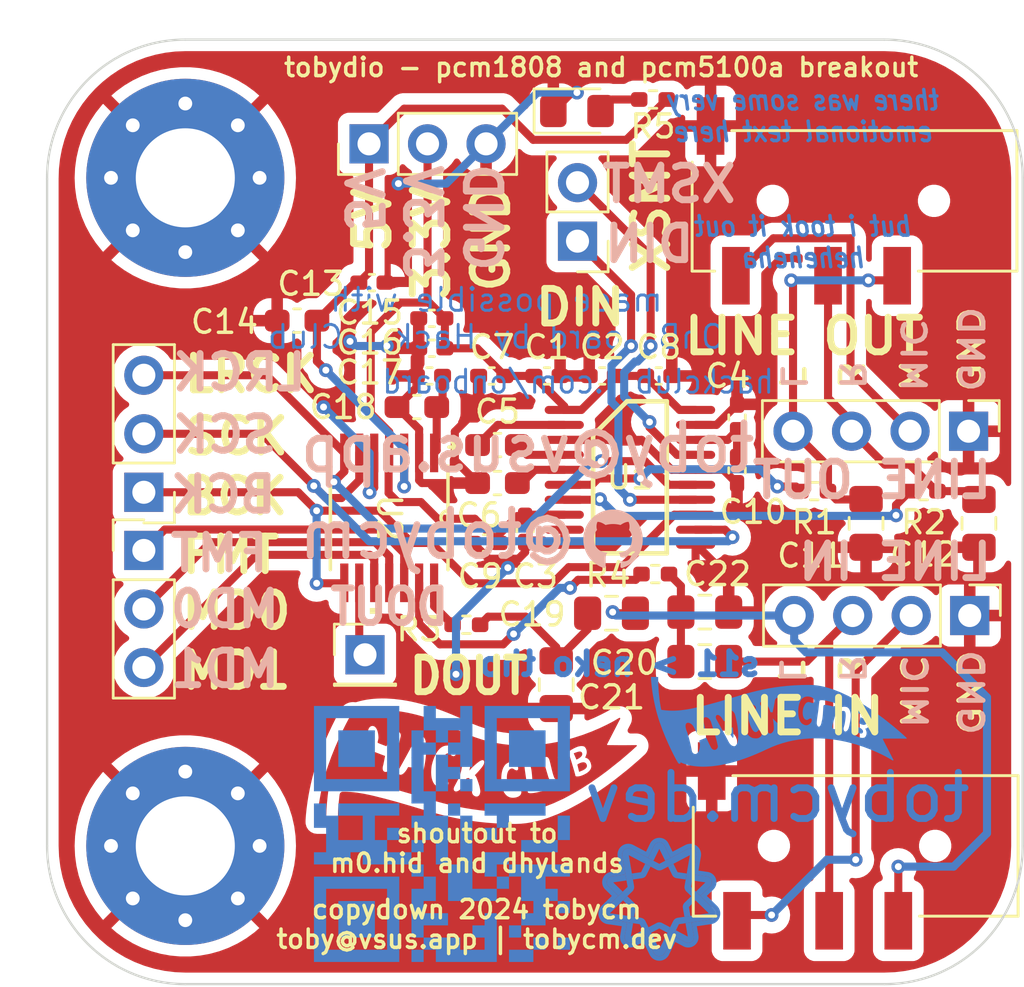
<source format=kicad_pcb>
(kicad_pcb (version 20240108) (generator "pcbnew") (generator_version "8.0")
  (layers (0 "F.Cu" signal) (31 "B.Cu" signal) (34 "B.Paste" user) (35 "F.Paste" user) (36 "B.SilkS" user "B.Silkscreen") (37 "F.SilkS" user "F.Silkscreen") (38 "B.Mask" user) (39 "F.Mask" user) (44 "Edge.Cuts" user))
  (net 0 "")
  (net 1 "+3.3V")
  (net 2 "GND")
  (net 3 "Net-(U1-LDOO)")
  (net 4 "Net-(U1-CAPM)")
  (net 5 "Net-(U1-CAPP)")
  (net 6 "Net-(U1-VNEG)")
  (net 7 "Net-(J3-Pin_4)")
  (net 8 "Net-(J3-Pin_3)")
  (net 9 "+5V")
  (net 10 "Net-(U2-VREF)")
  (net 11 "Net-(J7-Pin_4)")
  (net 12 "Net-(C19-Pad1)")
  (net 13 "Net-(J7-Pin_3)")
  (net 14 "Net-(J1-Pin_1)")
  (net 15 "Net-(J3-Pin_2)")
  (net 16 "Net-(J5-Pin_1)")
  (net 17 "SCK")
  (net 18 "LRCK")
  (net 19 "BCK")
  (net 20 "Net-(J7-Pin_2)")
  (net 21 "Net-(J9-Pin_3)")
  (net 22 "Net-(J9-Pin_1)")
  (net 23 "Net-(J9-Pin_2)")
  (net 24 "Net-(U1-OUTL)")
  (net 25 "Net-(U1-OUTR)")
  (net 26 "Net-(U2-VINR)")
  (net 27 "Net-(U2-VINL)")
  (net 28 "Net-(J1-Pin_2)")
  (net 29 "Net-(D1-A)")
  (net 30 "Net-(C20-Pad1)")
  (footprint "Connector_PinHeader_2.54mm:PinHeader_1x04_P2.54mm_Vertical" (layer "F.Cu") (at 144.25 105 -90)
    (property "Reference" "J7" (hide yes))
    (property "Value" "Conn_01x04_Pin")
  )
  (footprint "Connector_PinHeader_2.54mm:PinHeader_1x03_P2.54mm_Vertical" (layer "F.Cu") (at 108.4 99.65 180)
    (property "Reference" "J6" (hide yes))
    (property "Value" "Conn_01x03_Pin")
  )
  (footprint "Connector_PinHeader_2.54mm:PinHeader_1x02_P2.54mm_Vertical" (layer "F.Cu") (at 127.225 88.75 180)
    (property "Reference" "J1" (hide yes))
    (property "Value" "Conn_01x02_Pin")
  )
  (footprint "LED_SMD:LED_0805_2012Metric_Pad1.15x1.40mm_HandSolder" (layer "F.Cu") (at 127.2 83.1)
    (property "Reference" "D1" (hide yes))
    (property "Value" "LED")
  )
  (footprint "Capacitor_SMD:C_0603_1608Metric_Pad1.08x0.95mm_HandSolder" (layer "F.Cu") (at 123.75 99.25 180)
    (property "Reference" "C6")
    (property "Value" "2.2uF")
  )
  (footprint "MountingHole:MountingHole_4.3mm_M4_Pad_Via" (layer "F.Cu") (at 110.2 115)
    (property "Reference" "H2" (hide yes))
    (property "Value" "MountingHole_Pad")
  )
  (footprint "Capacitor_SMD:C_0402_1005Metric_Pad0.74x0.62mm_HandSolder" (layer "F.Cu") (at 134.15 98.7 -90)
    (property "Reference" "C10")
    (property "Value" "10uF")
  )
  (footprint "MountingHole:MountingHole_4.3mm_M4_Pad_Via" (layer "F.Cu") (at 110.2 86)
    (property "Reference" "H1" (hide yes))
    (property "Value" "MountingHole_Pad")
  )
  (footprint "Connector_PinHeader_2.54mm:PinHeader_1x01_P2.54mm_Vertical" (layer "F.Cu") (at 118 106.704)
    (property "Reference" "J5" (hide yes))
    (property "Value" "Conn_01x01_Pin")
  )
  (footprint "Capacitor_SMD:C_0402_1005Metric_Pad0.74x0.62mm_HandSolder" (layer "F.Cu") (at 123.5 94.6 180)
    (property "Reference" "C7")
    (property "Value" "10uF")
  )
  (footprint "Capacitor_SMD:C_0402_1005Metric_Pad0.74x0.62mm_HandSolder" (layer "F.Cu") (at 120.8 94.6 180)
    (property "Reference" "C17")
    (property "Value" "0.1uF")
  )
  (footprint "PJ-320D-A:HRO_PJ-320D-A" (layer "F.Cu") (at 139.2 87 180)
    (property "Reference" "J2" (hide yes))
    (property "Value" "PJ-320D-A")
  )
  (footprint "Capacitor_SMD:C_0402_1005Metric_Pad0.74x0.62mm_HandSolder" (layer "F.Cu") (at 124.95 101.25 -90)
    (property "Reference" "C3")
    (property "Value" "0.1uF")
  )
  (footprint "Capacitor_SMD:C_0402_1005Metric_Pad0.74x0.62mm_HandSolder" (layer "F.Cu") (at 134.15 96.4 90)
    (property "Reference" "C4")
    (property "Value" "0.1uF")
  )
  (footprint "Capacitor_SMD:C_0603_1608Metric_Pad1.08x0.95mm_HandSolder" (layer "F.Cu") (at 115.05 92.2 180)
    (property "Reference" "C14")
    (property "Value" "10uF")
  )
  (footprint "Capacitor_SMD:C_0805_2012Metric_Pad1.18x1.45mm_HandSolder" (layer "F.Cu") (at 132.75 104.85)
    (property "Reference" "C22")
    (property "Value" "2.2nF")
  )
  (footprint "Capacitor_SMD:C_0603_1608Metric_Pad1.08x0.95mm_HandSolder" (layer "F.Cu") (at 123.75 97.6)
    (property "Reference" "C5")
    (property "Value" "2.2uF")
  )
  (footprint "Connector_PinHeader_2.54mm:PinHeader_1x03_P2.54mm_Vertical" (layer "F.Cu") (at 118.175 84.525 90)
    (property "Reference" "J10" (hide yes))
    (property "Value" "Conn_01x03_Pin")
  )
  (footprint "PCM1808PWR:PW14" (layer "F.Cu") (at 119.05 100.7611 -90)
    (property "Reference" "U2")
    (property "Value" "PCM1808PWR")
  )
  (footprint "Capacitor_SMD:C_0805_2012Metric_Pad1.18x1.45mm_HandSolder" (layer "F.Cu") (at 144.65 101 -90)
    (property "Reference" "C12")
    (property "Value" "2.2nF")
  )
  (footprint "PJ-320D-A:HRO_PJ-320D-A" (layer "F.Cu") (at 139.25 115 180)
    (property "Reference" "J8" (hide yes))
    (property "Value" "PJ-320D-A")
  )
  (footprint "Capacitor_SMD:C_0805_2012Metric_Pad1.18x1.45mm_HandSolder" (layer "F.Cu") (at 126.3 108 -90)
    (property "Reference" "C21")
    (property "Value" "2.2nF")
  )
  (footprint "Capacitor_SMD:C_0402_1005Metric_Pad0.74x0.62mm_HandSolder" (layer "F.Cu") (at 125.9 94.6)
    (property "Reference" "C1")
    (property "Value" "0.1uF")
  )
  (footprint "Capacitor_SMD:C_0402_1005Metric_Pad0.74x0.62mm_HandSolder" (layer "F.Cu") (at 130.75 94.6)
    (property "Reference" "C8")
    (property "Value" "10uF")
  )
  (footprint "Capacitor_SMD:C_0402_1005Metric_Pad0.74x0.62mm_HandSolder" (layer "F.Cu") (at 118.3 90.55)
    (property "Reference" "C13")
    (property "Value" "0.1uF")
  )
  (footprint "Connector_PinHeader_2.54mm:PinHeader_1x03_P2.54mm_Vertical" (layer "F.Cu") (at 108.4 102.175)
    (property "Reference" "J9" (hide yes))
    (property "Value" "Conn_01x03_Pin")
  )
  (footprint "Capacitor_SMD:C_0402_1005Metric_Pad0.74x0.62mm_HandSolder" (layer "F.Cu") (at 120.9 93.4 180)
    (property "Reference" "C16")
    (property "Value" "10uF")
  )
  (footprint "PCM5100APWR:PW0020A" (layer "F.Cu") (at 129.5 99)
    (property "Reference" "U1")
    (property "Value" "PCM5100APWR")
  )
  (footprint "Resistor_SMD:R_0402_1005Metric_Pad0.72x0.64mm_HandSolder" (layer "F.Cu") (at 122.4 105.4)
    (property "Reference" "R3")
    (property "Value" "470")
  )
  (footprint "Resistor_SMD:R_0402_1005Metric_Pad0.72x0.64mm_HandSolder" (layer "F.Cu") (at 142.25 99.6)
    (property "Reference" "R2")
    (property "Value" "470")
  )
  (footprint "Capacitor_SMD:C_0805_2012Metric_Pad1.18x1.45mm_HandSolder" (layer "F.Cu") (at 128.7 104.9)
    (property "Reference" "C19")
    (property "Value" "1uF")
  )
  (footprint "Resistor_SMD:R_0402_1005Metric_Pad0.72x0.64mm_HandSolder" (layer "F.Cu") (at 137.5 99.6)
    (property "Reference" "R1")
    (property "Value" "470")
  )
  (footprint "Capacitor_SMD:C_0603_1608Metric_Pad1.08x0.95mm_HandSolder" (layer "F.Cu") (at 120.25 95.95 180)
    (property "Reference" "C18")
    (property "Value" "10uF")
  )
  (footprint "Capacitor_SMD:C_0402_1005Metric_Pad0.74x0.62mm_HandSolder" (layer "F.Cu") (at 128.3 94.6 180)
    (property "Reference" "C2")
    (property "Value" "0.1uF")
  )
  (footprint "Capacitor_SMD:C_0805_2012Metric_Pad1.18x1.45mm_HandSolder" (layer "F.Cu") (at 132.75 107)
    (property "Reference" "C20")
    (property "Value" "1uF")
  )
  (footprint "Resistor_SMD:R_0402_1005Metric_Pad0.72x0.64mm_HandSolder" (layer "F.Cu") (at 130.6 103.2)
    (property "Reference" "R4")
    (property "Value" "470")
  )
  (footprint "Connector_PinHeader_2.54mm:PinHeader_1x04_P2.54mm_Vertical" (layer "F.Cu") (at 144.2 97 -90)
    (property "Reference" "J3" (hide yes))
    (property "Value" "Conn_01x04_Pin")
  )
  (footprint "Capacitor_SMD:C_0402_1005Metric_Pad0.74x0.62mm_HandSolder" (layer "F.Cu") (at 120.9 92.1 180)
    (property "Reference" "C15")
    (property "Value" "0.1uF")
  )
  (footprint "Capacitor_SMD:C_0402_1005Metric_Pad0.74x0.62mm_HandSolder" (layer "F.Cu") (at 123.25 101.85 180)
    (property "Reference" "C9")
    (property "Value" "10uF")
  )
  (footprint "Capacitor_SMD:C_0805_2012Metric_Pad1.18x1.45mm_HandSolder" (layer "F.Cu") (at 139.75 101 -90)
    (property "Reference" "C11")
    (property "Value" "2.2nF")
  )
  (footprint "Resistor_SMD:R_0402_1005Metric_Pad0.72x0.64mm_HandSolder" (layer "F.Cu") (at 130.5 82.6 180)
    (property "Reference" "R5")
    (property "Value" "220")
  )
  (gr_poly (pts (xy 117.482372 109.262947) (xy 117.487016 109.263243) (xy 117.491804 109.26375) (xy 117.496476 109.26452) (xy 117.50078 109.265588) (xy 117.504726 109.266941) (xy 117.508326 109.268566) (xy 117.511589 109.270448) (xy 117.514527 109.272574) (xy 117.51715 109.274931) (xy 117.519468 109.277505) (xy 117.521492 109.280282) (xy 117.523233 109.283249) (xy 117.524702 109.286393) (xy 117.525908 109.289699) (xy 117.526863 109.293154) (xy 117.527577 109.296745) (xy 117.528061 109.300458) (xy 117.528325 109.304279) (xy 117.52838 109.308195) (xy 117.528237 109.312193) (xy 117.527906 109.316258) (xy 117.527397 109.320378) (xy 117.526722 109.324538) (xy 117.525891 109.328726) (xy 117.523803 109.337127) (xy 117.521218 109.345475) (xy 117.51822 109.353659) (xy 117.514895 109.361572) (xy 117.511328 109.369105) (xy 117.417639 109.566962) (xy 117.3222 109.777592) (xy 117.203867 110.049558) (xy 117.069765 110.373014) (xy 116.999028 110.550972) (xy 116.927022 110.73811) (xy 116.854637 110.933196) (xy 116.782763 111.135) (xy 116.712293 111.34229) (xy 116.644116 111.553835) (xy 116.581773 111.767713) (xy 116.527808 111.98162) (xy 116.481621 112.193759) (xy 116.442609 112.402332) (xy 116.410173 112.605542) (xy 116.383711 112.801591) (xy 116.346304 113.165016) (xy 116.32558 113.478225) (xy 116.316731 113.726838) (xy 116.315422 113.972751) (xy 115.923884 113.972751) (xy 115.926075 113.882025) (xy 115.938512 113.707066) (xy 115.963984 113.459757) (xy 116.005283 113.151979) (xy 116.03274 112.979127) (xy 116.0652 112.795615) (xy 116.103012 112.602927) (xy 116.146525 112.402548) (xy 116.196088 112.195964) (xy 116.25205 111.984661) (xy 116.314759 111.770123) (xy 116.384565 111.553835) (xy 116.539108 111.126379) (xy 116.703193 110.718055) (xy 116.868328 110.339913) (xy 117.026021 110.003005) (xy 117.167781 109.718381) (xy 117.285116 109.497093) (xy 117.369534 109.350192) (xy 117.412543 109.288729) (xy 117.413823 109.287386) (xy 117.415416 109.28586) (xy 117.417638 109.283901) (xy 117.420486 109.281611) (xy 117.423954 109.279091) (xy 117.42592 109.277778) (xy 117.428039 109.276445) (xy 117.430311 109.275106) (xy 117.432736 109.273773) (xy 117.435312 109.27246) (xy 117.438039 109.271179) (xy 117.440918 109.269943) (xy 117.443946 109.268764) (xy 117.447125 109.267655) (xy 117.450452 109.26663) (xy 117.453928 109.2657) (xy 117.457552 109.264879) (xy 117.461323 109.264179) (xy 117.465241 109.263613) (xy 117.469306 109.263194) (xy 117.473516 109.262935) (xy 117.477872 109.262848)) (stroke (width -0.000001)) (fill solid) (layer "F.Cu"))
  (gr_poly (pts (xy 127.483053 111.370285) (xy 127.494465 111.370919) (xy 127.505702 111.372213) (xy 127.516733 111.374207) (xy 127.52216 111.375478) (xy 127.527524 111.376939) (xy 127.53282 111.378594) (xy 127.538044 111.380449) (xy 127.543192 111.382507) (xy 127.54826 111.384774) (xy 127.553245 111.387255) (xy 127.558142 111.389954) (xy 127.562946 111.392876) (xy 127.567655 111.396027) (xy 127.572264 111.399411) (xy 127.576769 111.403032) (xy 127.581166 111.406897) (xy 127.58545 111.411009) (xy 127.589619 111.415373) (xy 127.593668 111.419994) (xy 127.597593 111.424878) (xy 127.60139 111.430028) (xy 127.605054 111.43545) (xy 127.608583 111.441149) (xy 127.611971 111.447129) (xy 127.615216 111.453395) (xy 127.618312 111.459953) (xy 127.621256 111.466806) (xy 127.628137 111.48679) (xy 127.632223 111.506) (xy 127.633685 111.52445) (xy 127.632691 111.542153) (xy 127.629411 111.559124) (xy 127.624014 111.575374) (xy 127.616668 111.590918) (xy 127.607544 111.60577) (xy 127.596811 111.619941) (xy 127.584638 111.633447) (xy 127.571193 111.6463) (xy 127.556647 111.658514) (xy 127.541169 111.670102) (xy 127.524927 111.681077) (xy 127.490831 111.701245) (xy 127.455714 111.719124) (xy 127.420929 111.734822) (xy 127.357772 111.760103) (xy 127.312193 111.777948) (xy 127.299379 111.78435) (xy 127.296059 111.786968) (xy 127.295022 111.789215) (xy 127.217766 111.466806) (xy 127.24078 111.452134) (xy 127.266864 111.437034) (xy 127.300281 111.419637) (xy 127.31918 111.410752) (xy 127.339242 111.402103) (xy 127.360242 111.393959) (xy 127.381957 111.386591) (xy 127.404164 111.380269) (xy 127.426639 111.375262) (xy 127.449158 111.37184) (xy 127.471498 111.370274)) (stroke (width -0.000001)) (fill solid) (layer "F.Cu"))
  (gr_poly (pts (xy 120.365405 110.675447) (xy 120.366428 110.675541) (xy 120.367435 110.675692) (xy 120.374442 110.678546) (xy 120.380525 110.684312) (xy 120.385728 110.692793) (xy 120.390099 110.703792) (xy 120.393683 110.717112) (xy 120.396526 110.732557) (xy 120.400174 110.769031) (xy 120.401412 110.811638) (xy 120.400609 110.858805) (xy 120.398133 110.908956) (xy 120.394353 110.960515) (xy 120.384354 111.061558) (xy 120.373562 111.149333) (xy 120.361389 111.234675) (xy 120.00937 111.174576) (xy 120.349194 110.680239) (xy 120.350472 110.679504) (xy 120.351732 110.678831) (xy 120.352972 110.678221) (xy 120.354194 110.677671) (xy 120.355397 110.677182) (xy 120.356581 110.676754) (xy 120.357747 110.676386) (xy 120.358895 110.676077) (xy 120.360024 110.675828) (xy 120.361136 110.675636) (xy 120.362229 110.675503) (xy 120.363305 110.675428) (xy 120.364364 110.675409)) (stroke (width -0.000001)) (fill solid) (layer "F.Cu"))
  (gr_poly (pts (xy 127.335508 110.903603) (xy 127.345192 110.90451) (xy 127.349891 110.905203) (xy 127.354492 110.906062) (xy 127.358991 110.90709) (xy 127.363387 110.908293) (xy 127.367676 110.909674) (xy 127.371856 110.911238) (xy 127.375925 110.91299) (xy 127.37988 110.914932) (xy 127.383719 110.917071) (xy 127.387437 110.919409) (xy 127.391035 110.921952) (xy 127.394507 110.924704) (xy 127.397853 110.927668) (xy 127.401069 110.93085) (xy 127.404153 110.934254) (xy 127.407101 110.937883) (xy 127.409913 110.941743) (xy 127.412584 110.945838) (xy 127.415113 110.950171) (xy 127.417497 110.954748) (xy 127.419733 110.959572) (xy 127.421819 110.964649) (xy 127.423752 110.969981) (xy 127.425529 110.975574) (xy 127.427148 110.981432) (xy 127.428606 110.987559) (xy 127.430842 111.001762) (xy 127.431323 111.015727) (xy 127.430159 111.02944) (xy 127.427462 111.042887) (xy 127.423341 111.056054) (xy 127.417906 111.068927) (xy 127.411269 111.081492) (xy 127.40354 111.093734) (xy 127.394828 111.105641) (xy 127.385246 111.117199) (xy 127.374902 111.128392) (xy 127.363908 111.139208) (xy 127.352373 111.149632) (xy 127.340409 111.15965) (xy 127.315633 111.178414) (xy 127.290463 111.195389) (xy 127.265783 111.210462) (xy 127.242476 111.223522) (xy 127.221426 111.234458) (xy 127.189628 111.24951) (xy 127.177459 111.254726) (xy 127.059998 110.979652) (xy 127.193265 110.931698) (xy 127.225674 110.921347) (xy 127.2415 110.916819) (xy 127.257014 110.912821) (xy 127.272172 110.909425) (xy 127.286931 110.906705) (xy 127.301246 110.904734) (xy 127.315073 110.903584) (xy 127.325462 110.903306)) (stroke (width -0.000001)) (fill solid) (layer "F.Cu"))
  (gr_poly (pts (xy 118.914139 109.106847) (xy 119.216133 109.125919) (xy 119.548193 109.166675) (xy 119.725685 109.196189) (xy 119.910919 109.232329) (xy 120.103969 109.275498) (xy 120.30491 109.326096) (xy 120.513817 109.384526) (xy 120.730766 109.45119) (xy 120.95583 109.52649) (xy 121.189085 109.610826) (xy 121.430607 109.704602) (xy 121.680468 109.808219) (xy 121.938746 109.922078) (xy 122.205514 110.046583) (xy 122.498102 110.177507) (xy 122.790365 110.290252) (xy 123.081826 110.38567) (xy 123.372008 110.464612) (xy 123.660433 110.527929) (xy 123.946623 110.576473) (xy 124.230101 110.611094) (xy 124.51039 110.632644) (xy 124.787012 110.641974) (xy 125.05949 110.639936) (xy 125.327346 110.62738) (xy 125.590102 110.605158) (xy 125.847282 110.574121) (xy 126.098407 110.53512) (xy 126.343001 110.489007) (xy 126.580585 110.436632) (xy 127.032816 110.316504) (xy 127.451281 110.181545) (xy 127.832158 110.038567) (xy 128.171629 109.894377) (xy 128.465874 109.755787) (xy 128.711072 109.629606) (xy 129.039051 109.44171) (xy 129.040845 109.440742) (xy 129.042703 109.440008) (xy 129.044615 109.439497) (xy 129.046572 109.4392) (xy 129.048563 109.439109) (xy 129.050578 109.439213) (xy 129.052609 109.439503) (xy 129.054643 109.439969) (xy 129.056673 109.440603) (xy 129.058688 109.441394) (xy 129.060678 109.442333) (xy 129.062633 109.443412) (xy 129.064543 109.444619) (xy 129.066398 109.445946) (xy 129.068189 109.447383) (xy 129.069905 109.448922) (xy 129.071537 109.450552) (xy 129.073074 109.452263) (xy 129.074508 109.454047) (xy 129.075827 109.455895) (xy 129.077022 109.457796) (xy 129.078083 109.459741) (xy 129.079001 109.46172) (xy 129.079764 109.463725) (xy 129.080364 109.465746) (xy 129.080791 109.467773) (xy 129.081034 109.469797) (xy 129.081084 109.471808) (xy 129.08093 109.473797) (xy 129.080563 109.475754) (xy 129.079974 109.477671) (xy 129.079151 109.479537) (xy 128.510762 110.585929) (xy 128.509983 110.587573) (xy 128.509326 110.589231) (xy 128.508789 110.5909) (xy 128.508368 110.592576) (xy 128.508061 110.594253) (xy 128.507867 110.595928) (xy 128.507781 110.597596) (xy 128.507802 110.599253) (xy 128.507927 110.600895) (xy 128.508154 110.602517) (xy 128.50848 110.604115) (xy 128.508902 110.605684) (xy 128.509418 110.607221) (xy 128.510025 110.60872) (xy 128.510721 110.610178) (xy 128.511503 110.611589) (xy 128.512369 110.612951) (xy 128.513316 110.614257) (xy 128.514341 110.615505) (xy 128.515442 110.61669) (xy 128.516617 110.617806) (xy 128.517863 110.618851) (xy 128.519177 110.619819) (xy 128.520557 110.620707) (xy 128.521999 110.621509) (xy 128.523503 110.622222) (xy 128.525065 110.622841) (xy 128.526682 110.623362) (xy 128.528352 110.62378) (xy 128.530072 110.624092) (xy 128.531841 110.624292) (xy 128.533654 110.624377) (xy 128.992863 110.628175) (xy 129.357563 110.62816) (xy 129.774095 110.624687) (xy 129.776309 110.624737) (xy 129.778459 110.624941) (xy 129.78054 110.625292) (xy 129.78255 110.625785) (xy 129.784484 110.62641) (xy 129.786339 110.627162) (xy 129.78811 110.628033) (xy 129.789794 110.629016) (xy 129.791388 110.630105) (xy 129.792887 110.631292) (xy 129.794287 110.63257) (xy 129.795585 110.633932) (xy 129.796777 110.635372) (xy 129.79786 110.636882) (xy 129.798829 110.638455) (xy 129.79968 110.640083) (xy 129.800411 110.641761) (xy 129.801016 110.643481) (xy 129.801493 110.645237) (xy 129.801837 110.64702) (xy 129.802045 110.648824) (xy 129.802112 110.650642) (xy 129.802036 110.652467) (xy 129.801812 110.654291) (xy 129.801437 110.656109) (xy 129.800906 110.657913) (xy 129.800217 110.659695) (xy 129.799364 110.661449) (xy 129.798345 110.663168) (xy 129.797155 110.664845) (xy 129.795791 110.666472) (xy 129.794249 110.668043) (xy 129.544525 110.896534) (xy 129.109062 111.27133) (xy 128.522266 111.737948) (xy 128.182872 111.988663) (xy 127.818547 112.241902) (xy 127.433593 112.490855) (xy 127.032311 112.72871) (xy 126.619002 112.948657) (xy 126.197966 113.143886) (xy 125.773506 113.307586) (xy 125.561335 113.375485) (xy 125.349921 113.432947) (xy 125.139801 113.479122) (xy 124.931513 113.513158) (xy 124.725594 113.534203) (xy 124.522582 113.541408) (xy 124.100267 113.53523) (xy 123.700959 113.517354) (xy 123.322772 113.488765) (xy 122.963816 113.45045) (xy 122.622202 113.403395) (xy 122.296044 113.348585) (xy 121.983452 113.287007) (xy 121.682538 113.219647) (xy 121.391414 113.14749) (xy 121.108191 113.071523) (xy 120.557897 112.912103) (xy 120.016549 112.749274) (xy 119.469041 112.590924) (xy 119.264236 112.535665) (xy 121.850339 112.535665) (xy 121.85162 112.551643) (xy 121.854588 112.566518) (xy 121.859182 112.58021) (xy 121.865341 112.592641) (xy 121.873002 112.603729) (xy 121.882104 112.613397) (xy 121.892584 112.621563) (xy 121.904382 112.628148) (xy 121.917436 112.633072) (xy 121.931683 112.636256) (xy 121.947062 112.637619) (xy 121.963512 112.637082) (xy 121.98097 112.634566) (xy 121.999374 112.62999) (xy 122.018664 112.623275) (xy 122.038778 112.614341) (xy 122.059652 112.603108) (xy 122.081227 112.589496) (xy 122.10344 112.573426) (xy 122.126229 112.554819) (xy 122.149532 112.533593) (xy 122.173289 112.50967) (xy 122.197436 112.482969) (xy 122.221913 112.453412) (xy 122.246658 112.420918) (xy 122.271608 112.385407) (xy 122.283796 112.36689) (xy 122.296024 112.345617) (xy 122.308178 112.322133) (xy 122.320144 112.296983) (xy 122.331808 112.270712) (xy 122.343056 112.243865) (xy 122.363848 112.190625) (xy 122.381607 112.141624) (xy 122.395422 112.101223) (xy 122.407569 112.063669) (xy 122.523738 112.050595) (xy 122.577402 112.297839) (xy 122.619224 112.508181) (xy 122.636516 112.606241) (xy 122.648588 112.688592) (xy 122.651796 112.705658) (xy 122.656659 112.722187) (xy 122.663064 112.738107) (xy 122.670896 112.753348) (xy 122.680041 112.767838) (xy 122.690384 112.781506) (xy 122.701812 112.794282) (xy 122.714209 112.806094) (xy 122.727462 112.816872) (xy 122.741456 112.826544) (xy 122.756077 112.835039) (xy 122.77121 112.842287) (xy 122.786741 112.848216) (xy 122.802556 112.852756) (xy 122.818541 112.855835) (xy 122.834581 112.857382) (xy 122.850561 112.857327) (xy 122.866368 112.855597) (xy 122.881887 112.852124) (xy 122.897004 112.846834) (xy 122.911605 112.839658) (xy 122.925574 112.830524) (xy 122.938798 112.819361) (xy 122.951163 112.806098) (xy 122.962553 112.790665) (xy 122.972856 112.772989) (xy 122.981955 112.753001) (xy 122.989738 112.730629) (xy 122.99609 112.705803) (xy 123.000896 112.67845) (xy 123.004042 112.648501) (xy 123.005413 112.615883) (xy 122.999544 112.567247) (xy 122.990635 112.514493) (xy 122.978609 112.4576) (xy 122.96339 112.39655) (xy 122.9449 112.331323) (xy 122.923064 112.2619) (xy 122.897802 112.18826) (xy 122.869039 112.110384) (xy 122.861195 112.089119) (xy 123.914094 112.089119) (xy 123.914712 112.152397) (xy 123.916885 112.199999) (xy 123.920199 112.246293) (xy 123.924646 112.291255) (xy 123.930217 112.33486) (xy 123.936904 112.377082) (xy 123.944699 112.417898) (xy 123.953593 112.457281) (xy 123.963579 112.495208) (xy 123.974648 112.531653) (xy 123.986791 112.566592) (xy 124 112.6) (xy 124.014268 112.631852) (xy 124.029585 112.662123) (xy 124.045944 112.690789) (xy 124.063336 112.717823) (xy 124.081752 112.743203) (xy 124.101186 112.766902) (xy 124.121627 112.788896) (xy 124.143069 112.80916) (xy 124.165503 112.82767) (xy 124.18892 112.8444) (xy 124.213312 112.859326) (xy 124.238671 112.872422) (xy 124.264988 112.883664) (xy 124.292256 112.893028) (xy 124.320466 112.900487) (xy 124.349609 112.906019) (xy 124.379678 112.909596) (xy 124.410664 112.911196) (xy 124.442559 112.910792) (xy 124.475355 112.90836) (xy 124.509043 112.903876) (xy 124.541871 112.897771) (xy 124.572157 112.890556) (xy 124.59999 112.882314) (xy 124.625464 112.87313) (xy 124.64867 112.863087) (xy 124.6697 112.852268) (xy 124.688646 112.840758) (xy 124.7056 112.828641) (xy 124.720653 112.816001) (xy 124.733899 112.80292) (xy 124.745428 112.789484) (xy 124.755332 112.775775) (xy 124.763704 112.761878) (xy 124.770636 112.747877) (xy 124.776218 112.733855) (xy 124.780544 112.719896) (xy 124.783705 112.706085) (xy 124.785793 112.692504) (xy 124.7869 112.679238) (xy 124.787118 112.66637) (xy 124.786538 112.653985) (xy 124.785254 112.642166) (xy 124.783355 112.630997) (xy 124.780936 112.620562) (xy 124.778086 112.610945) (xy 124.774899 112.602229) (xy 124.771467 112.594498) (xy 124.76788 112.587837) (xy 124.764232 112.582329) (xy 124.760613 112.578057) (xy 124.757117 112.575106) (xy 124.753834 112.57356) (xy 124.749 112.572003) (xy 124.744398 112.570048) (xy 124.734941 112.565596) (xy 124.729608 112.563423) (xy 124.723556 112.561503) (xy 124.716545 112.559997) (xy 124.708337 112.559069) (xy 124.698694 112.55888) (xy 124.687378 112.559593) (xy 124.674151 112.56137) (xy 124.658774 112.564374) (xy 124.641009 112.568767) (xy 124.620617 112.574712) (xy 124.597361 112.58237) (xy 124.571003 112.591905) (xy 124.55711 112.596808) (xy 124.543431 112.600991) (xy 124.529962 112.604446) (xy 124.516698 112.607165) (xy 124.503637 112.609141) (xy 124.490776 112.610366) (xy 124.478111 112.610833) (xy 124.465638 112.610534) (xy 124.453354 112.609462) (xy 124.441255 112.607609) (xy 124.429339 112.604968) (xy 124.417602 112.60153) (xy 124.406041 112.59729) (xy 124.394651 112.592238) (xy 124.38343 112.586368) (xy 124.372374 112.579671) (xy 124.36148 112.572142) (xy 124.350744 112.563771) (xy 124.340163 112.554551) (xy 124.329734 112.544475) (xy 124.319452 112.533536) (xy 124.309316 112.521725) (xy 124.299321 112.509035) (xy 124.289463 112.495459) (xy 124.279741 112.480989) (xy 124.270149 112.465618) (xy 124.251344 112.432141) (xy 124.233023 112.394968) (xy 124.215158 112.354038) (xy 124.203863 112.323417) (xy 124.193406 112.289789) (xy 124.183962 112.253562) (xy 124.175701 112.215142) (xy 124.168796 112.174939) (xy 124.16342 112.133358) (xy 124.159744 112.090808) (xy 124.157941 112.047697) (xy 124.158182 112.004431) (xy 124.160641 111.961419) (xy 124.165489 111.919068) (xy 124.172898 111.877786) (xy 124.18304 111.837979) (xy 124.196089 111.800057) (xy 124.203757 111.781929) (xy 124.212215 111.764425) (xy 124.221487 111.747596) (xy 124.231592 111.731493) (xy 124.234732 111.726943) (xy 124.237859 111.722598) (xy 124.240972 111.718452) (xy 124.244067 111.714499) (xy 124.247142 111.710733) (xy 124.250195 111.707148) (xy 124.256225 111.700498) (xy 124.262136 111.694501) (xy 124.26791 111.689109) (xy 124.273526 111.684274) (xy 124.278965 111.679948) (xy 124.284208 111.676084) (xy 124.289234 111.672635) (xy 124.294025 111.669551) (xy 124.29856 111.666786) (xy 124.313758 111.657957) (xy 124.320051 111.654353) (xy 124.326344 111.651201) (xy 124.332625 111.648481) (xy 124.338883 111.646173) (xy 124.345108 111.644257) (xy 124.35129 111.642712) (xy 124.357416 111.64152) (xy 124.363478 111.640658) (xy 124.369463 111.640108) (xy 124.375361 111.639849) (xy 124.381161 111.639862) (xy 124.386854 111.640125) (xy 124.392427 111.640619) (xy 124.39787 111.641323) (xy 124.403173 111.642218) (xy 124.408324 111.643283) (xy 124.413313 111.644498) (xy 124.418129 111.645844) (xy 124.427201 111.648844) (xy 124.435452 111.652123) (xy 124.442797 111.655519) (xy 124.44915 111.658871) (xy 124.454425 111.662018) (xy 124.458536 111.664798) (xy 124.461397 111.667052) (xy 124.478582 111.678978) (xy 124.494889 111.689279) (xy 124.510328 111.69801) (xy 124.524906 111.705227) (xy 124.538633 111.710984) (xy 124.551518 111.715339) (xy 124.563568 111.718346) (xy 124.574793 111.720061) (xy 124.585201 111.72054) (xy 124.5948 111.719839) (xy 124.6036 111.718012) (xy 124.61161 111.715116) (xy 124.618837 111.711206) (xy 124.62529 111.706338) (xy 124.630978 111.700568) (xy 124.63591 111.69395) (xy 124.640094 111.686541) (xy 124.64354 111.678397) (xy 124.646254 111.669572) (xy 124.648247 111.660123) (xy 124.649527 111.650106) (xy 124.650102 111.639575) (xy 124.649982 111.628586) (xy 124.649174 111.617196) (xy 124.647688 111.605459) (xy 124.645532 111.593431) (xy 124.642714 111.581169) (xy 124.639244 111.568727) (xy 124.63513 111.556161) (xy 124.63038 111.543526) (xy 124.625004 111.530879) (xy 124.61901 111.518276) (xy 124.60486 111.499069) (xy 124.590391 111.480982) (xy 124.577443 111.466135) (xy 124.919457 111.466135) (xy 124.920503 111.504239) (xy 124.922867 111.545072) (xy 124.930965 111.633649) (xy 124.942572 111.729313) (xy 124.956512 111.829511) (xy 124.986683 112.033298) (xy 125.000559 112.131782) (xy 125.012061 112.224589) (xy 125.039322 112.482054) (xy 125.044666 112.527639) (xy 125.050578 112.571541) (xy 125.057638 112.616675) (xy 125.066425 112.665958) (xy 125.070838 112.678031) (xy 125.078989 112.68816) (xy 125.090626 112.696443) (xy 125.105498 112.702983) (xy 125.123355 112.707879) (xy 125.143946 112.711232) (xy 125.167019 112.713141) (xy 125.192324 112.713709) (xy 125.248623 112.711218) (xy 125.310837 112.704563) (xy 125.376956 112.694548) (xy 125.444973 112.681975) (xy 125.578668 112.652371) (xy 125.695856 112.622182) (xy 125.780474 112.597834) (xy 125.816456 112.585756) (xy 125.820327 112.583854) (xy 125.825527 112.581881) (xy 125.839231 112.577249) (xy 125.847396 112.574355) (xy 125.856208 112.570918) (xy 125.865498 112.566822) (xy 125.875096 112.561949) (xy 125.884832 112.55618) (xy 125.889698 112.552923) (xy 125.894535 112.549398) (xy 125.899322 112.545591) (xy 125.904036 112.541486) (xy 125.908657 112.53707) (xy 125.913164 112.532326) (xy 125.917535 112.527241) (xy 125.921749 112.5218) (xy 125.925785 112.515989) (xy 125.929622 112.509791) (xy 125.933237 112.503194) (xy 125.936611 112.496181) (xy 125.939721 112.488739) (xy 125.942547 112.480853) (xy 125.945301 112.47304) (xy 125.946982 112.465508) (xy 125.947638 112.458261) (xy 125.947317 112.451302) (xy 125.946068 112.444634) (xy 125.943938 112.438261) (xy 125.940975 112.432186) (xy 125.937229 112.426413) (xy 125.932746 112.420944) (xy 125.927574 112.415784) (xy 125.921763 112.410935) (xy 125.91536 112.406402) (xy 125.908413 112.402187) (xy 125.90097 112.398294) (xy 125.88479 112.391487) (xy 125.867205 112.386007) (xy 125.848599 112.381883) (xy 125.829357 112.379141) (xy 125.809864 112.377808) (xy 125.790505 112.377912) (xy 125.771665 112.379479) (xy 125.753729 112.382536) (xy 125.737081 112.387111) (xy 125.695606 112.399448) (xy 125.638595 112.413814) (xy 125.571895 112.428296) (xy 125.536737 112.434984) (xy 125.501349 112.440985) (xy 125.466462 112.446059) (xy 125.432805 112.449969) (xy 125.401109 112.452474) (xy 125.372106 112.453337) (xy 125.346525 112.452318) (xy 125.335246 112.451029) (xy 125.325098 112.449179) (xy 125.31617 112.44674) (xy 125.308554 112.443681) (xy 125.302342 112.439972) (xy 125.297625 112.435584) (xy 125.290458 112.420491) (xy 125.284542 112.394902) (xy 125.279622 112.359929) (xy 125.275444 112.316683) (xy 125.261044 112.083204) (xy 125.25166 111.945726) (xy 125.238101 111.806277) (xy 125.229118 111.738592) (xy 125.218325 111.673749) (xy 125.205469 111.612859) (xy 125.190293 111.557033) (xy 125.187093 111.538213) (xy 125.183732 111.520139) (xy 125.180215 111.502801) (xy 125.176548 111.486188) (xy 125.172738 111.470291) (xy 125.168791 111.455098) (xy 125.164713 111.440601) (xy 125.160511 111.426787) (xy 125.156191 111.413649) (xy 125.15176 111.401174) (xy 125.147223 111.389353) (xy 125.142586 111.378176) (xy 125.137858 111.367632) (xy 125.133042 111.357712) (xy 125.128147 111.348404) (xy 125.123178 111.3397) (xy 125.118141 111.331587) (xy 125.113043 111.324057) (xy 125.10789 111.3171) (xy 125.102689 111.310704) (xy 125.097445 111.304859) (xy 125.092165 111.299556) (xy 125.086856 111.294784) (xy 125.081523 111.290533) (xy 125.076173 111.286793) (xy 125.070813 111.283554) (xy 125.065448 111.280804) (xy 125.060085 111.278535) (xy 125.05473 111.276735) (xy 125.049389 111.275395) (xy 125.04407 111.274504) (xy 125.038777 111.274053) (xy 125.03282 111.274059) (xy 125.026915 111.274601) (xy 125.021071 111.275664) (xy 125.015297 111.277233) (xy 125.009603 111.279293) (xy 125.003998 111.28183) (xy 124.99849 111.284827) (xy 124.99309 111.288271) (xy 124.987806 111.292147) (xy 124.982647 111.29644) (xy 124.972743 111.306215) (xy 124.96345 111.317478) (xy 124.954843 111.33011) (xy 124.946994 111.343991) (xy 124.939977 111.359002) (xy 124.933866 111.375025) (xy 124.928733 111.39194) (xy 124.924652 111.409627) (xy 124.921697 111.427968) (xy 124.919941 111.446844) (xy 124.919457 111.466135) (xy 124.577443 111.466135) (xy 124.575608 111.46403) (xy 124.560513 111.448226) (xy 124.545111 111.433584) (xy 124.529406 111.42012) (xy 124.513402 111.407847) (xy 124.497102 111.39678) (xy 124.480511 111.386934) (xy 124.463633 111.378322) (xy 124.446471 111.370958) (xy 124.429029 111.364858) (xy 124.411312 111.360035) (xy 124.393323 111.356505) (xy 124.375066 111.35428) (xy 124.356546 111.353376) (xy 124.341961 111.353596) (xy 124.327222 111.35463) (xy 124.312329 111.356485) (xy 124.297285 111.359169) (xy 124.282091 111.362687) (xy 124.266749 111.367047) (xy 124.251262 111.372254) (xy 124.23563 111.378317) (xy 124.219856 111.38524) (xy 124.203941 111.393032) (xy 124.187888 111.401698) (xy 124.171698 111.411246) (xy 124.155373 111.421682) (xy 124.138914 111.433012) (xy 124.122324 111.445243) (xy 124.105605 111.458383) (xy 124.083188 111.482393) (xy 124.061894 111.508913) (xy 124.041782 111.53796) (xy 124.022911 111.569548) (xy 124.00534 111.603692) (xy 123.989127 111.640408) (xy 123.974333 111.679712) (xy 123.961016 111.721618) (xy 123.949234 111.766142) (xy 123.939047 111.813299) (xy 123.930513 111.863104) (xy 123.923692 111.915574) (xy 123.918642 111.970723) (xy 123.915423 112.028566) (xy 123.914094 112.089119) (xy 122.861195 112.089119) (xy 122.859917 112.085656) (xy 122.849482 112.059881) (xy 122.835989 112.029731) (xy 122.828298 112.014085) (xy 122.820084 111.99863) (xy 122.811429 111.983792) (xy 122.802412 111.970001) (xy 122.793114 111.957684) (xy 122.788385 111.952212) (xy 122.783616 111.947269) (xy 122.778818 111.942909) (xy 122.773999 111.939184) (xy 122.769171 111.936149) (xy 122.764343 111.933858) (xy 122.821914 111.874949) (xy 122.881658 111.811596) (xy 122.95118 111.734785) (xy 123.022333 111.651371) (xy 123.055975 111.60933) (xy 123.08697 111.568209) (xy 123.114299 111.528865) (xy 123.136945 111.492155) (xy 123.153888 111.458936) (xy 123.159904 111.443903) (xy 123.164112 111.430064) (xy 123.169708 111.403001) (xy 123.172723 111.377429) (xy 123.172986 111.353783) (xy 123.172032 111.34282) (xy 123.170327 111.332502) (xy 123.167848 111.322885) (xy 123.164576 111.314023) (xy 123.160488 111.30597) (xy 123.155563 111.298782) (xy 123.149781 111.292512) (xy 123.14312 111.287217) (xy 123.135558 111.282949) (xy 123.127074 111.279764) (xy 123.117648 111.277717) (xy 123.107258 111.276862) (xy 123.095882 111.277253) (xy 123.0835 111.278946) (xy 123.070091 111.281995) (xy 123.055632 111.286455) (xy 123.040103 111.29238) (xy 123.023483 111.299825) (xy 123.005749 111.308844) (xy 122.986882 111.319493) (xy 122.96686 111.331826) (xy 122.945662 111.345897) (xy 122.923266 111.361761) (xy 122.899651 111.379473) (xy 122.874795 111.399087) (xy 122.848679 111.420659) (xy 122.822659 111.442753) (xy 122.798078 111.463904) (xy 122.774893 111.484128) (xy 122.753067 111.503441) (xy 122.732558 111.521858) (xy 122.713326 111.539395) (xy 122.695331 111.556069) (xy 122.678533 111.571894) (xy 122.662892 111.586888) (xy 122.648368 111.601065) (xy 122.634921 111.614442) (xy 122.62251 111.627034) (xy 122.611096 111.638857) (xy 122.600638 111.649928) (xy 122.591097 111.660261) (xy 122.582431 111.669874) (xy 122.567568 111.686998) (xy 122.555728 111.701428) (xy 122.54659 111.71329) (xy 122.539833 111.722711) (xy 122.535136 111.729818) (xy 122.532178 111.734737) (xy 122.530197 111.738521) (xy 122.540694 111.687505) (xy 122.55131 111.630365) (xy 122.563278 111.55803) (xy 122.574929 111.474917) (xy 122.584592 111.385448) (xy 122.588157 111.339711) (xy 122.590599 111.294041) (xy 122.591301 111.265521) (xy 125.766197 111.265521) (xy 125.766282 111.278239) (xy 125.76726 111.291313) (xy 125.774327 111.344195) (xy 125.784508 111.399475) (xy 125.798542 111.460985) (xy 125.817169 111.532553) (xy 125.871152 111.721188) (xy 125.952365 111.996024) (xy 125.965643 112.033764) (xy 125.980262 112.068833) (xy 125.996116 112.101325) (xy 126.013098 112.131336) (xy 126.031101 112.158959) (xy 126.05002 112.184289) (xy 126.069746 112.207422) (xy 126.090174 112.228451) (xy 126.111197 112.247471) (xy 126.132707 112.264578) (xy 126.1546 112.279865) (xy 126.176766 112.293427) (xy 126.199101 112.305359) (xy 126.221497 112.315755) (xy 126.243847 112.324711) (xy 126.266046 112.33232) (xy 126.287985 112.338678) (xy 126.309559 112.343878) (xy 126.351184 112.351187) (xy 126.390067 112.355004) (xy 126.425353 112.356085) (xy 126.45619 112.355188) (xy 126.481724 112.35307) (xy 126.513468 112.348199) (xy 126.52958 112.343888) (xy 126.544893 112.338846) (xy 126.559432 112.333106) (xy 126.573223 112.326696) (xy 126.586291 112.319647) (xy 126.598662 112.311989) (xy 126.610361 112.303754) (xy 126.621414 112.29497) (xy 126.631846 112.285669) (xy 126.641683 112.27588) (xy 126.65095 112.265634) (xy 126.659672 112.254962) (xy 126.675585 112.232458) (xy 126.689625 112.20861) (xy 126.701997 112.183662) (xy 126.712903 112.157854) (xy 126.722548 112.131431) (xy 126.731136 112.104634) (xy 126.745952 112.050888) (xy 126.758982 111.998557) (xy 126.764417 111.968855) (xy 126.767522 111.933692) (xy 126.768457 111.893671) (xy 126.767382 111.849394) (xy 126.764456 111.801464) (xy 126.75984 111.750486) (xy 126.746174 111.641793) (xy 126.727663 111.528142) (xy 126.705585 111.414356) (xy 126.681216 111.305262) (xy 126.655837 111.205685) (xy 126.64691 111.182799) (xy 126.637355 111.161209) (xy 126.627236 111.140942) (xy 126.616616 111.122022) (xy 126.605559 111.104476) (xy 126.599885 111.096226) (xy 126.594126 111.088329) (xy 126.588289 111.080788) (xy 126.582382 111.073606) (xy 126.576413 111.066787) (xy 126.57039 111.060333) (xy 126.564321 111.054249) (xy 126.558213 111.048536) (xy 126.552075 111.043199) (xy 126.545914 111.03824) (xy 126.539739 111.033663) (xy 126.533557 111.029471) (xy 126.527377 111.025667) (xy 126.521205 111.022254) (xy 126.515051 111.019235) (xy 126.508921 111.016614) (xy 126.502824 111.014394) (xy 126.496768 111.012578) (xy 126.490761 111.011169) (xy 126.48481 111.010171) (xy 126.478923 111.009586) (xy 126.473109 111.009418) (xy 126.464227 111.009992) (xy 126.455569 111.011595) (xy 126.447165 111.014238) (xy 126.439045 111.017933) (xy 126.431238 111.022692) (xy 126.423773 111.028527) (xy 126.416681 111.035451) (xy 126.409991 111.043473) (xy 126.403733 111.052608) (xy 126.397937 111.062867) (xy 126.392631 111.074261) (xy 126.387847 111.086803) (xy 126.383612 111.100505) (xy 126.379958 111.115378) (xy 126.376914 111.131434) (xy 126.37451 111.148686) (xy 126.374597 111.161086) (xy 126.375447 111.174049) (xy 126.377 111.187582) (xy 126.379199 111.201688) (xy 126.385306 111.231643) (xy 126.393307 111.263953) (xy 126.413145 111.335803) (xy 126.424059 111.375422) (xy 126.435023 111.417558) (xy 126.450408 111.510502) (xy 126.465023 111.606213) (xy 126.477455 111.701876) (xy 126.482411 111.74881) (xy 126.486292 111.794678) (xy 126.488921 111.839126) (xy 126.490122 111.881803) (xy 126.489718 111.922358) (xy 126.487533 111.960438) (xy 126.48339 111.995692) (xy 126.477113 112.027769) (xy 126.468526 112.056315) (xy 126.46331 112.069155) (xy 126.45745 112.08098) (xy 126.452029 112.088178) (xy 126.446263 112.09482) (xy 126.440174 112.100913) (xy 126.433786 112.106459) (xy 126.427121 112.111465) (xy 126.420201 112.115933) (xy 126.41305 112.119869) (xy 126.405689 112.123277) (xy 126.398143 112.126161) (xy 126.390432 112.128525) (xy 126.38258 112.130375) (xy 126.37461 112.131715) (xy 126.366544 112.132549) (xy 126.358405 112.132881) (xy 126.350216 112.132716) (xy 126.341998 112.132058) (xy 126.333776 112.130912) (xy 126.325571 112.129282) (xy 126.317406 112.127173) (xy 126.309303 112.124588) (xy 126.301286 112.121534) (xy 126.293378 112.118013) (xy 126.2856 112.11403) (xy 126.277975 112.10959) (xy 126.270526 112.104697) (xy 126.263276 112.099356) (xy 126.256248 112.093571) (xy 126.249463 112.087346) (xy 126.242945 112.080686) (xy 126.236716 112.073595) (xy 126.230799 112.066078) (xy 126.225217 112.058139) (xy 126.205843 112.014592) (xy 126.187151 111.96512) (xy 126.169112 111.91073) (xy 126.151696 111.852434) (xy 126.118619 111.728155) (xy 126.087687 111.600355) (xy 126.058666 111.477107) (xy 126.031322 111.366483) (xy 126.018207 111.318428) (xy 126.005423 111.276557) (xy 125.992942 111.241878) (xy 125.980735 111.2154) (xy 125.972616 111.201876) (xy 125.964191 111.189712) (xy 125.955498 111.178876) (xy 125.946579 111.169333) (xy 125.937473 111.16105) (xy 125.928221 111.153995) (xy 125.918862 111.148132) (xy 125.909436 111.143429) (xy 125.899984 111.139853) (xy 125.890545 111.137369) (xy 125.88116 111.135944) (xy 125.871868 111.135544) (xy 125.862709 111.136137) (xy 125.853724 111.137688) (xy 125.844952 111.140165) (xy 125.836434 111.143532) (xy 125.828209 111.147758) (xy 125.820318 111.152809) (xy 125.8128 111.15865) (xy 125.805695 111.165249) (xy 125.799045 111.172571) (xy 125.792887 111.180584) (xy 125.787264 111.189254) (xy 125.782213 111.198548) (xy 125.777777 111.208431) (xy 125.773993 111.21887) (xy 125.770904 111.229832) (xy 125.768548 111.241284) (xy 125.766966 111.253191) (xy 125.766197 111.265521) (xy 122.591301 111.265521) (xy 122.591709 111.248993) (xy 122.591278 111.205116) (xy 122.592468 111.189536) (xy 122.592859 111.174158) (xy 122.592482 111.159002) (xy 122.591367 111.144088) (xy 122.589543 111.129434) (xy 122.587039 111.115061) (xy 122.583886 111.100988) (xy 122.580113 111.087234) (xy 122.57575 111.073819) (xy 122.570826 111.060762) (xy 122.565371 111.048084) (xy 122.559415 111.035802) (xy 122.552987 111.023937) (xy 122.546117 111.012509) (xy 122.538834 111.001536) (xy 122.531169 110.991038) (xy 122.52315 110.981035) (xy 122.514808 110.971546) (xy 122.506172 110.96259) (xy 122.501221 110.957916) (xy 126.850907 110.957916) (xy 126.85102 110.963327) (xy 126.851898 110.973972) (xy 126.853415 110.984402) (xy 126.855294 110.99464) (xy 126.859028 111.014637) (xy 126.994562 111.458262) (xy 127.088461 111.77864) (xy 127.119918 111.895177) (xy 127.12902 111.933996) (xy 127.132655 111.956595) (xy 127.133444 111.959985) (xy 127.13485 111.963158) (xy 127.13685 111.966118) (xy 127.139425 111.968864) (xy 127.142554 111.971399) (xy 127.146214 111.973722) (xy 127.155045 111.977742) (xy 127.165749 111.980933) (xy 127.178159 111.983304) (xy 127.192104 111.984866) (xy 127.207415 111.985627) (xy 127.223923 111.985597) (xy 127.24146 111.984785) (xy 127.259855 111.983202) (xy 127.278939 111.980856) (xy 127.298545 111.977757) (xy 127.318501 111.973914) (xy 127.338639 111.969338) (xy 127.358791 111.964037) (xy 127.416725 111.943443) (xy 127.471137 111.921402) (xy 127.521953 111.897994) (xy 127.54599 111.885802) (xy 127.5691 111.873298) (xy 127.591274 111.860493) (xy 127.612503 111.847395) (xy 127.632778 111.834016) (xy 127.652089 111.820364) (xy 127.670427 111.80645) (xy 127.687783 111.792285) (xy 127.704148 111.777877) (xy 127.719512 111.763237) (xy 127.733866 111.748375) (xy 127.747201 111.733301) (xy 127.759508 111.718024) (xy 127.770777 111.702555) (xy 127.780999 111.686904) (xy 127.790165 111.671081) (xy 127.798266 111.655095) (xy 127.805292 111.638957) (xy 127.811235 111.622677) (xy 127.816084 111.606264) (xy 127.819831 111.589728) (xy 127.822467 111.57308) (xy 127.823981 111.55633) (xy 127.824366 111.539487) (xy 127.823611 111.522562) (xy 127.821708 111.505563) (xy 127.815874 111.472024) (xy 127.808329 111.43961) (xy 127.803933 111.423863) (xy 127.799131 111.408442) (xy 127.793928 111.393362) (xy 127.788333 111.378638) (xy 127.782353 111.364285) (xy 127.775993 111.350319) (xy 127.769262 111.336754) (xy 127.762166 111.323605) (xy 127.754713 111.310888) (xy 127.746908 111.298616) (xy 127.73876 111.286806) (xy 127.730275 111.275472) (xy 127.72146 111.264629) (xy 127.712322 111.254292) (xy 127.702868 111.244476) (xy 127.693105 111.235196) (xy 127.68304 111.226468) (xy 127.67268 111.218305) (xy 127.662032 111.210724) (xy 127.651103 111.203739) (xy 127.6399 111.197364) (xy 127.628429 111.191616) (xy 127.616698 111.186509) (xy 127.604715 111.182058) (xy 127.592484 111.178278) (xy 127.580015 111.175184) (xy 127.567313 111.172791) (xy 127.554386 111.171113) (xy 127.561311 111.156559) (xy 127.568938 111.139497) (xy 127.578425 111.116915) (xy 127.589087 111.089569) (xy 127.600237 111.05821) (xy 127.611189 111.023594) (xy 127.616376 111.0053) (xy 127.621256 110.986473) (xy 127.623075 110.975459) (xy 127.624471 110.964354) (xy 127.625452 110.953177) (xy 127.626025 110.941946) (xy 127.6262 110.930683) (xy 127.625985 110.919405) (xy 127.625387 110.908132) (xy 127.624416 110.896883) (xy 127.621385 110.874536) (xy 127.616958 110.852517) (xy 127.611202 110.830981) (xy 127.604183 110.810082) (xy 127.595966 110.789974) (xy 127.58662 110.770811) (xy 127.576209 110.752748) (xy 127.570625 110.744177) (xy 127.5648 110.735938) (xy 127.558742 110.728052) (xy 127.55246 110.720537) (xy 127.545961 110.713412) (xy 127.539254 110.706697) (xy 127.532348 110.700412) (xy 127.52525 110.694574) (xy 127.517969 110.689204) (xy 127.510513 110.684322) (xy 127.504044 110.682068) (xy 127.497518 110.679958) (xy 127.490935 110.677992) (xy 127.484294 110.67617) (xy 127.477594 110.674491) (xy 127.470836 110.672956) (xy 127.457142 110.670315) (xy 127.443207 110.668246) (xy 127.429028 110.666748) (xy 127.414602 110.66582) (xy 127.399926 110.66546) (xy 127.377432 110.665983) (xy 127.354354 110.667782) (xy 127.330677 110.670854) (xy 127.30639 110.675195) (xy 127.28148 110.680801) (xy 127.255935 110.68767) (xy 127.229742 110.695799) (xy 127.202889 110.705183) (xy 127.175363 110.715821) (xy 127.147151 110.727708) (xy 127.118242 110.740841) (xy 127.088623 110.755217) (xy 127.058281 110.770833) (xy 127.027204 110.787686) (xy 126.99538 110.805772) (xy 126.962795 110.825088) (xy 126.950096 110.832455) (xy 126.938354 110.839699) (xy 126.927533 110.846822) (xy 126.9176 110.853829) (xy 126.908519 110.860721) (xy 126.900256 110.867502) (xy 126.892776 110.874174) (xy 126.886045 110.880741) (xy 126.880028 110.887207) (xy 126.874691 110.893573) (xy 126.869998 110.899842) (xy 126.865915 110.906019) (xy 126.862408 110.912106) (xy 126.859441 110.918105) (xy 126.856981 110.924021) (xy 126.854992 110.929855) (xy 126.85344 110.935611) (xy 126.85229 110.941292) (xy 126.851508 110.946902) (xy 126.851058 110.952442) (xy 126.850907 110.957916) (xy 122.501221 110.957916) (xy 122.497272 110.954188) (xy 122.488137 110.946358) (xy 122.478797 110.93912) (xy 122.469282 110.932494) (xy 122.459621 110.926498) (xy 122.449844 110.921153) (xy 122.43998 110.916478) (xy 122.43006 110.912492) (xy 122.420113 110.909215) (xy 122.410168 110.906666) (xy 122.400256 110.904865) (xy 122.390405 110.903831) (xy 122.380645 110.903584) (xy 122.380645 110.903585) (xy 122.371878 110.90406) (xy 122.363232 110.905217) (xy 122.354732 110.907069) (xy 122.346399 110.909632) (xy 122.338254 110.912921) (xy 122.330322 110.916949) (xy 122.326442 110.919245) (xy 122.322623 110.921731) (xy 122.318868 110.924409) (xy 122.31518 110.927281) (xy 122.311562 110.93035) (xy 122.308016 110.933615) (xy 122.304545 110.93708) (xy 122.301152 110.940747) (xy 122.297839 110.944616) (xy 122.29461 110.94869) (xy 122.288414 110.957461) (xy 122.282586 110.967072) (xy 122.277146 110.977539) (xy 122.272119 110.988876) (xy 122.267526 111.001098) (xy 122.253518 111.050661) (xy 122.243303 111.100859) (xy 122.236124 111.152) (xy 122.231221 111.204391) (xy 122.219208 111.432608) (xy 122.214312 111.495861) (xy 122.207142 111.562208) (xy 122.196939 111.631957) (xy 122.182946 111.705415) (xy 122.164403 111.782889) (xy 122.140552 111.864687) (xy 122.110636 111.951115) (xy 122.073894 112.042482) (xy 122.06343 112.06655) (xy 122.051489 112.092578) (xy 122.024263 112.148788) (xy 121.994391 112.20766) (xy 121.964052 112.265741) (xy 121.881555 112.421115) (xy 121.871413 112.442033) (xy 121.863329 112.462326) (xy 121.857241 112.481916) (xy 121.853088 112.500722) (xy 121.850808 112.518665) (xy 121.850339 112.535665) (xy 119.264236 112.535665) (xy 118.955543 112.452377) (xy 118.501896 112.339121) (xy 118.294046 112.292034) (xy 118.096996 112.251338) (xy 117.909357 112.217056) (xy 117.729743 112.18921) (xy 117.556765 112.167825) (xy 117.389035 112.152922) (xy 117.225166 112.144524) (xy 117.063771 112.142655) (xy 116.903462 112.147338) (xy 116.74285 112.158594) (xy 116.580549 112.176448) (xy 116.41517 112.200921) (xy 116.413374 112.20116) (xy 116.4116 112.201279) (xy 116.409849 112.201283) (xy 116.408126 112.201173) (xy 116.406435 112.200955) (xy 116.404777 112.200632) (xy 116.403158 112.200208) (xy 116.40158 112.199686) (xy 116.400047 112.19907) (xy 116.398563 112.198364) (xy 116.397129 112.197571) (xy 116.395751 112.196695) (xy 116.394431 112.195741) (xy 116.393173 112.194711) (xy 116.39198 112.193609) (xy 116.390856 112.192439) (xy 116.389804 112.191205) (xy 116.388828 112.18991) (xy 116.38793 112.188558) (xy 116.387115 112.187153) (xy 116.386385 112.185699) (xy 116.385744 112.184198) (xy 116.385196 112.182656) (xy 116.384744 112.181075) (xy 116.384392 112.179459) (xy 116.384142 112.177812) (xy 116.383998 112.176138) (xy 116.383964 112.174441) (xy 116.384043 112.172723) (xy 116.384238 112.170989) (xy 116.384553 112.169242) (xy 116.384991 112.167487) (xy 116.628241 111.313274) (xy 117.802147 111.313274) (xy 117.803595 111.346589) (xy 117.808021 111.376046) (xy 117.815212 111.401762) (xy 117.824959 111.423855) (xy 117.837048 111.442442) (xy 117.851268 111.457641) (xy 117.867408 111.469569) (xy 117.885256 111.478343) (xy 117.904601 111.484081) (xy 117.92523 111.4869) (xy 117.946932 111.486917) (xy 117.969496 111.484251) (xy 117.992709 111.479018) (xy 118.016361 111.471336) (xy 118.04024 111.461322) (xy 118.064133 111.449093) (xy 118.08783 111.434768) (xy 118.111118 111.418463) (xy 118.133787 111.400295) (xy 118.155624 111.380383) (xy 118.176418 111.358843) (xy 118.195957 111.335793) (xy 118.21403 111.31135) (xy 118.230424 111.285632) (xy 118.244929 111.258757) (xy 118.307942 111.138027) (xy 118.363418 111.029866) (xy 118.417942 110.922085) (xy 118.869542 111.095201) (xy 118.846715 111.219294) (xy 118.823179 111.340497) (xy 118.796007 111.470992) (xy 118.784308 111.510924) (xy 118.775707 111.548) (xy 118.770047 111.582262) (xy 118.767173 111.613748) (xy 118.766927 111.6425) (xy 118.769153 111.668559) (xy 118.773694 111.691964) (xy 118.780395 111.712756) (xy 118.789099 111.730977) (xy 118.799648 111.746666) (xy 118.811887 111.759863) (xy 118.82566 111.77061) (xy 118.840809 111.778947) (xy 118.857178 111.784914) (xy 118.874611 111.788553) (xy 118.892951 111.789902) (xy 118.912042 111.789004) (xy 118.931727 111.785898) (xy 118.935495 111.78491) (xy 119.442785 111.78491) (xy 119.442868 111.803741) (xy 119.444809 111.821548) (xy 119.448538 111.83819) (xy 119.453988 111.853526) (xy 119.461092 111.867418) (xy 119.469783 111.879724) (xy 119.479992 111.890305) (xy 119.491651 111.899019) (xy 119.504694 111.905727) (xy 119.519053 111.910289) (xy 119.53466 111.912563) (xy 119.551447 111.912411) (xy 119.569346 111.909691) (xy 119.588291 111.904263) (xy 119.608213 111.895988) (xy 119.629045 111.884724) (xy 119.65072 111.870332) (xy 119.673169 111.852671) (xy 119.696324 111.831601) (xy 119.72012 111.806982) (xy 119.744487 111.778673) (xy 119.769358 111.746535) (xy 119.794665 111.710426) (xy 119.820341 111.670207) (xy 119.846319 111.625737) (xy 119.87253 111.576877) (xy 120.229614 111.616771) (xy 120.197275 111.713359) (xy 120.164717 111.814918) (xy 120.128225 111.934943) (xy 120.119502 111.959997) (xy 120.112918 111.983712) (xy 120.108382 112.006073) (xy 120.105802 112.027066) (xy 120.105086 112.046677) (xy 120.106143 112.064893) (xy 120.108882 112.0817) (xy 120.113212 112.097084) (xy 120.11904 112.111031) (xy 120.126276 112.123527) (xy 120.134828 112.134559) (xy 120.144604 112.144112) (xy 120.155514 112.152173) (xy 120.167466 112.158727) (xy 120.180368 112.163762) (xy 120.194129 112.167262) (xy 120.208657 112.169215) (xy 120.223862 112.169606) (xy 120.239651 112.168422) (xy 120.255934 112.165649) (xy 120.272619 112.161272) (xy 120.289614 112.155279) (xy 120.306828 112.147654) (xy 120.324169 112.138385) (xy 120.341547 112.127458) (xy 120.35887 112.114858) (xy 120.376045 112.100572) (xy 120.392983 112.084585) (xy 120.409592 112.066885) (xy 120.425779 112.047457) (xy 120.441454 112.026287) (xy 120.456525 112.003362) (xy 120.46743 111.980134) (xy 120.482417 111.937041) (xy 120.519733 111.804054) (xy 120.871348 111.804054) (xy 120.872493 111.860379) (xy 120.875999 111.918421) (xy 120.882293 111.977374) (xy 120.891801 112.036436) (xy 120.904951 112.094804) (xy 120.92217 112.151675) (xy 120.943885 112.206244) (xy 120.955315 112.231078) (xy 120.967648 112.254366) (xy 120.980813 112.27616) (xy 120.994736 112.29651) (xy 121.009346 112.315468) (xy 121.024571 112.333085) (xy 121.040338 112.349411) (xy 121.056574 112.364498) (xy 121.073208 112.378397) (xy 121.090166 112.391158) (xy 121.107378 112.402833) (xy 121.12477 112.413473) (xy 121.142271 112.423128) (xy 121.159807 112.43185) (xy 121.177306 112.439689) (xy 121.194697 112.446697) (xy 121.228864 112.458423) (xy 121.261727 112.467434) (xy 121.29271 112.474141) (xy 121.321232 112.478949) (xy 121.368584 112.484504) (xy 121.399155 112.487364) (xy 121.428064 112.47796) (xy 121.454532 112.467928) (xy 121.478648 112.457325) (xy 121.500501 112.446212) (xy 121.520181 112.434648) (xy 121.537775 112.422692) (xy 121.553374 112.410404) (xy 121.567067 112.397844) (xy 121.578943 112.385071) (xy 121.589091 112.372145) (xy 121.5976 112.359124) (xy 121.60456 112.346069) (xy 121.610059 112.33304) (xy 121.614187 112.320095) (xy 121.617033 112.307294) (xy 121.618686 112.294696) (xy 121.619236 112.282362) (xy 121.618771 112.270351) (xy 121.61738 112.258722) (xy 121.615154 112.247534) (xy 121.612181 112.236848) (xy 121.60855 112.226722) (xy 121.60435 112.217217) (xy 121.599671 112.208391) (xy 121.594602 112.200305) (xy 121.589232 112.193017) (xy 121.58365 112.186588) (xy 121.577945 112.181076) (xy 121.572207 112.176542) (xy 121.566524 112.173045) (xy 121.560986 112.170644) (xy 121.555683 112.169399) (xy 121.528335 112.16859) (xy 121.499155 112.168149) (xy 121.468648 112.167029) (xy 121.453056 112.165889) (xy 121.437322 112.164188) (xy 121.42151 112.161795) (xy 121.405682 112.158581) (xy 121.389902 112.154414) (xy 121.374234 112.149164) (xy 121.358741 112.142701) (xy 121.351079 112.138973) (xy 121.343485 112.134893) (xy 121.335966 112.130445) (xy 121.328531 112.125612) (xy 121.321186 112.120377) (xy 121.313941 112.114725) (xy 121.302189 112.104431) (xy 121.291308 112.093244) (xy 121.281271 112.081215) (xy 121.272051 112.068398) (xy 121.26362 112.054844) (xy 121.255951 112.040604) (xy 121.249018 112.025732) (xy 121.242794 112.010279) (xy 121.23236 111.977839) (xy 121.224433 111.9437) (xy 121.218797 111.90828) (xy 121.215233 111.871995) (xy 121.213524 111.83526) (xy 121.213455 111.798494) (xy 121.214807 111.762112) (xy 121.217363 111.72653) (xy 121.220906 111.692166) (xy 121.22522 111.659436) (xy 121.235289 111.600545) (xy 121.264002 111.500768) (xy 121.281194 111.445584) (xy 121.30029 111.388497) (xy 121.3213 111.330724) (xy 121.344236 111.273485) (xy 121.369107 111.218) (xy 121.395924 111.165487) (xy 121.410066 111.140727) (xy 121.424698 111.117167) (xy 121.439822 111.09496) (xy 121.455439 111.074258) (xy 121.47155 111.055213) (xy 121.488157 111.037979) (xy 121.50526 111.022708) (xy 121.522862 111.009551) (xy 121.540964 110.998661) (xy 121.559566 110.990191) (xy 121.578671 110.984294) (xy 121.598279 110.98112) (xy 121.618392 110.980824) (xy 121.639012 110.983557) (xy 121.660138 110.989472) (xy 121.681773 110.998721) (xy 121.694786 111.014751) (xy 121.707549 111.029299) (xy 121.720054 111.042415) (xy 121.732297 111.05415) (xy 121.744272 111.064552) (xy 121.755973 111.073672) (xy 121.767395 111.081558) (xy 121.778531 111.088261) (xy 121.789376 111.09383) (xy 121.799923 111.098315) (xy 121.810168 111.101765) (xy 121.820105 111.104231) (xy 121.829727 111.105761) (xy 121.839029 111.106406) (xy 121.848006 111.106214) (xy 121.856651 111.105237) (xy 121.864958 111.103522) (xy 121.872922 111.101121) (xy 121.880538 111.098082) (xy 121.887799 111.094456) (xy 121.894699 111.090291) (xy 121.901234 111.085638) (xy 121.907396 111.080546) (xy 121.913181 111.075065) (xy 121.918582 111.069245) (xy 121.923594 111.063134) (xy 121.928211 111.056784) (xy 121.932427 111.050242) (xy 121.936236 111.04356) (xy 121.939634 111.036786) (xy 121.942613 111.029971) (xy 121.945168 111.023164) (xy 121.948891 111.011212) (xy 121.951861 110.998485) (xy 121.954062 110.985059) (xy 121.95548 110.971012) (xy 121.9561 110.956422) (xy 121.955907 110.941364) (xy 121.954886 110.925918) (xy 121.953023 110.910159) (xy 121.950303 110.894165) (xy 121.946711 110.878014) (xy 121.942232 110.861782) (xy 121.936851 110.845547) (xy 121.930554 110.829386) (xy 121.923326 110.813377) (xy 121.915152 110.797596) (xy 121.906017 110.782121) (xy 121.895907 110.767029) (xy 121.884806 110.752398) (xy 121.8727 110.738304) (xy 121.859574 110.724825) (xy 121.845414 110.712038) (xy 121.830204 110.700021) (xy 121.81393 110.68885) (xy 121.796576 110.678603) (xy 121.778129 110.669357) (xy 121.758573 110.66119) (xy 121.737893 110.654178) (xy 121.716076 110.648399) (xy 121.693105 110.64393) (xy 121.668966 110.640848) (xy 121.643645 110.639231) (xy 121.617126 110.639156) (xy 121.609851 110.639407) (xy 121.602492 110.639777) (xy 121.595047 110.640266) (xy 121.587516 110.640875) (xy 121.579898 110.641606) (xy 121.572191 110.642458) (xy 121.564395 110.643432) (xy 121.556509 110.64453) (xy 121.511493 110.647315) (xy 121.468328 110.654797) (xy 121.426986 110.666662) (xy 121.387439 110.682598) (xy 121.34966 110.702289) (xy 121.313621 110.725422) (xy 121.279295 110.751683) (xy 121.246653 110.780759) (xy 121.215669 110.812335) (xy 121.186314 110.846098) (xy 121.158561 110.881733) (xy 121.132383 110.918928) (xy 121.10775 110.957367) (xy 121.084637 110.996738) (xy 121.042857 111.077017) (xy 121.00682 111.157255) (xy 120.976306 111.234941) (xy 120.951093 111.307564) (xy 120.930961 111.372614) (xy 120.905051 111.469947) (xy 120.896808 111.506855) (xy 120.886085 111.576271) (xy 120.877806 111.653402) (xy 120.872136 111.750247) (xy 120.871348 111.804054) (xy 120.519733 111.804054) (xy 120.521036 111.799413) (xy 120.565174 111.606787) (xy 120.607622 111.375472) (xy 120.625961 111.250403) (xy 120.641174 111.121777) (xy 120.65236 110.991634) (xy 120.658619 110.862012) (xy 120.65905 110.73495) (xy 120.652751 110.612486) (xy 120.638822 110.496659) (xy 120.61636 110.389507) (xy 120.607954 110.373981) (xy 120.599272 110.358501) (xy 120.590358 110.343194) (xy 120.581253 110.328186) (xy 120.571999 110.313603) (xy 120.562638 110.29957) (xy 120.553213 110.286214) (xy 120.543766 110.27366) (xy 120.534339 110.262034) (xy 120.524973 110.251462) (xy 120.515712 110.242071) (xy 120.511134 110.237857) (xy 120.506597 110.233985) (xy 120.502108 110.230471) (xy 120.497671 110.227331) (xy 120.493291 110.22458) (xy 120.488974 110.222235) (xy 120.484726 110.22031) (xy 120.480551 110.218822) (xy 120.476454 110.217786) (xy 120.472442 110.217218) (xy 120.467821 110.216758) (xy 120.463157 110.216364) (xy 120.458445 110.216049) (xy 120.453683 110.215823) (xy 120.435419 110.215782) (xy 120.416583 110.2171) (xy 120.397239 110.219948) (xy 120.377447 110.224497) (xy 120.357268 110.230917) (xy 120.336765 110.23938) (xy 120.315998 110.250056) (xy 120.29503 110.263117) (xy 120.273922 110.278733) (xy 120.263334 110.287552) (xy 120.252734 110.297075) (xy 120.24213 110.307321) (xy 120.231529 110.318314) (xy 120.22094 110.330073) (xy 120.210369 110.342621) (xy 120.199824 110.355978) (xy 120.189314 110.370167) (xy 120.178845 110.385208) (xy 120.168426 110.401122) (xy 120.158064 110.417932) (xy 120.147767 110.435659) (xy 120.127398 110.473947) (xy 119.983304 110.74867) (xy 119.806239 111.076851) (xy 119.62917 111.39966) (xy 119.48506 111.658267) (xy 119.472584 111.680299) (xy 119.46237 111.702148) (xy 119.45435 111.723674) (xy 119.448458 111.744736) (xy 119.444626 111.765195) (xy 119.442785 111.78491) (xy 118.935495 111.78491) (xy 118.951849 111.780625) (xy 118.972254 111.773226) (xy 118.992782 111.76374) (xy 119.01328 111.752209) (xy 119.033589 111.738673) (xy 119.053553 111.723173) (xy 119.073016 111.705749) (xy 119.091822 111.686441) (xy 119.109813 111.665291) (xy 119.126834 111.642338) (xy 119.142728 111.617624) (xy 119.157338 111.591188) (xy 119.170508 111.563071) (xy 119.182081 111.533314) (xy 119.353419 110.990308) (xy 119.408448 110.80556) (xy 119.459961 110.621424) (xy 119.503761 110.448004) (xy 119.535651 110.295405) (xy 119.543639 110.273274) (xy 119.549185 110.25137) (xy 119.552402 110.229798) (xy 119.553404 110.208666) (xy 119.552305 110.188077) (xy 119.549219 110.168139) (xy 119.544259 110.148957) (xy 119.537539 110.130638) (xy 119.529172 110.113287) (xy 119.519274 110.097009) (xy 119.507956 110.081912) (xy 119.495333 110.068101) (xy 119.481519 110.055681) (xy 119.466627 110.044759) (xy 119.450771 110.035441) (xy 119.434065 110.027832) (xy 119.416623 110.022039) (xy 119.398558 110.018167) (xy 119.379983 110.016323) (xy 119.361014 110.016611) (xy 119.341763 110.019139) (xy 119.322344 110.024012) (xy 119.302871 110.031336) (xy 119.283458 110.041217) (xy 119.264218 110.053761) (xy 119.245265 110.069073) (xy 119.226713 110.08726) (xy 119.208675 110.108427) (xy 119.191266 110.132681) (xy 119.174598 110.160128) (xy 119.158786 110.190872) (xy 119.143944 110.225021) (xy 119.128082 110.253292) (xy 119.111295 110.284795) (xy 119.076021 110.354709) (xy 119.040272 110.429182) (xy 119.0062 110.502631) (xy 118.951688 110.624131) (xy 118.929693 110.674555) (xy 118.742764 110.603833) (xy 118.673801 110.576771) (xy 118.613315 110.55206) (xy 118.569989 110.532753) (xy 118.557475 110.52608) (xy 118.55398 110.523655) (xy 118.552507 110.521902) (xy 118.551316 110.51817) (xy 118.550459 110.514099) (xy 118.549669 110.504989) (xy 118.549987 110.494667) (xy 118.55126 110.483233) (xy 118.553336 110.470781) (xy 118.556062 110.45741) (xy 118.562858 110.428298) (xy 118.57043 110.396672) (xy 118.577561 110.363309) (xy 118.580581 110.346218) (xy 118.583034 110.328984) (xy 118.584769 110.311704) (xy 118.585632 110.294475) (xy 118.584109 110.261697) (xy 118.58195 110.230176) (xy 118.579176 110.199895) (xy 118.575811 110.17084) (xy 118.571877 110.142994) (xy 118.567396 110.116344) (xy 118.56239 110.090873) (xy 118.556882 110.066565) (xy 118.550894 110.043407) (xy 118.544449 110.021382) (xy 118.537568 110.000475) (xy 118.530275 109.98067) (xy 118.522591 109.961953) (xy 118.51454 109.944308) (xy 118.506142 109.92772) (xy 118.497421 109.912173) (xy 118.4884 109.897652) (xy 118.479099 109.884142) (xy 118.469542 109.871627) (xy 118.459752 109.860093) (xy 118.44975 109.849523) (xy 118.439558 109.839902) (xy 118.4292 109.831216) (xy 118.418698 109.823448) (xy 118.408073 109.816584) (xy 118.397348 109.810607) (xy 118.386547 109.805504) (xy 118.37569 109.801258) (xy 118.3648 109.797854) (xy 118.3539 109.795277) (xy 118.343012 109.793511) (xy 118.332159 109.792541) (xy 118.323756 109.792328) (xy 118.315397 109.792579) (xy 118.307095 109.793288) (xy 118.298858 109.794448) (xy 118.290698 109.796051) (xy 118.282625 109.79809) (xy 118.27465 109.800558) (xy 118.266782 109.803448) (xy 118.259034 109.806752) (xy 118.251414 109.810464) (xy 118.243934 109.814576) (xy 118.236604 109.81908) (xy 118.229435 109.82397) (xy 118.222436 109.829238) (xy 118.21562 109.834878) (xy 118.208995 109.840881) (xy 118.202573 109.847241) (xy 118.196365 109.853951) (xy 118.190379 109.861003) (xy 118.184628 109.86839) (xy 118.179122 109.876105) (xy 118.173871 109.88414) (xy 118.168885 109.892489) (xy 118.164175 109.901144) (xy 118.159753 109.910098) (xy 118.155627 109.919344) (xy 118.151809 109.928874) (xy 118.148309 109.938682) (xy 118.145138 109.948759) (xy 118.142305 109.9591) (xy 118.139823 109.969696) (xy 118.137701 109.98054) (xy 118.104608 110.155732) (xy 118.082281 110.262141) (xy 118.055445 110.380421) (xy 118.023607 110.510069) (xy 117.986276 110.650581) (xy 117.942961 110.801454) (xy 117.893168 110.962186) (xy 117.867846 111.025793) (xy 117.846982 111.084721) (xy 117.830367 111.139087) (xy 117.817787 111.189008) (xy 117.809032 111.234601) (xy 117.803889 111.275984) (xy 117.802147 111.313274) (xy 116.628241 111.313274) (xy 116.730603 110.953814) (xy 117.402448 109.415665) (xy 117.402806 109.414873) (xy 117.40318 109.414102) (xy 117.40357 109.413351) (xy 117.403977 109.412621) (xy 117.404404 109.411912) (xy 117.40485 109.411222) (xy 117.405318 109.410552) (xy 117.405808 109.409902) (xy 117.406321 109.409272) (xy 117.406859 109.40866) (xy 117.407422 109.408067) (xy 117.408012 109.407494) (xy 117.408631 109.406938) (xy 117.409278 109.406401) (xy 117.409956 109.405883) (xy 117.410665 109.405382) (xy 117.450387 109.380724) (xy 117.529908 109.33879) (xy 117.650503 109.286409) (xy 117.7266 109.258436) (xy 117.813443 109.230411) (xy 117.911191 109.20319) (xy 118.020003 109.177626) (xy 118.140039 109.154573) (xy 118.271457 109.134884) (xy 118.414417 109.119413) (xy 118.569078 109.109014) (xy 118.735599 109.104541)) (stroke (width -0.000001)) (fill solid) (layer "F.Cu"))
  (gr_poly (pts (xy 131.659139 111.434091) (xy 131.662855 111.433854) (xy 131.666685 111.433449) (xy 131.670423 111.432833) (xy 131.673866 111.431978) (xy 131.677023 111.430895) (xy 131.679903 111.429596) (xy 131.682513 111.42809) (xy 131.684863 111.426389) (xy 131.686962 111.424503) (xy 131.688816 111.422444) (xy 131.690436 111.420223) (xy 131.691828 111.417849) (xy 131.693003 111.415334) (xy 131.693968 111.412689) (xy 131.694732 111.409925) (xy 131.695304 111.407052) (xy 131.695691 111.404082) (xy 131.695902 111.401025) (xy 131.695946 111.397892) (xy 131.695831 111.394694) (xy 131.695566 111.391442) (xy 131.69516 111.388146) (xy 131.69462 111.384818) (xy 131.693955 111.381468) (xy 131.692284 111.374747) (xy 131.690216 111.368069) (xy 131.687818 111.361521) (xy 131.685158 111.355191) (xy 131.682304 111.349165) (xy 131.607353 111.190879) (xy 131.531002 111.022375) (xy 131.436335 110.804802) (xy 131.329054 110.546038) (xy 131.272464 110.403671) (xy 131.214859 110.25396) (xy 131.156951 110.097891) (xy 131.099452 109.936449) (xy 131.043076 109.770617) (xy 130.988535 109.60138) (xy 130.93866 109.430278) (xy 130.895488 109.259152) (xy 130.858538 109.089441) (xy 130.827329 108.922583) (xy 130.80138 108.760015) (xy 130.78021 108.603175) (xy 130.750285 108.312436) (xy 130.733706 108.061868) (xy 130.726626 107.862978) (xy 130.725579 107.666248) (xy 130.412349 107.666248) (xy 130.414102 107.738828) (xy 130.424051 107.878795) (xy 130.444429 108.076643) (xy 130.477468 108.322865) (xy 130.499434 108.461146) (xy 130.525402 108.607956) (xy 130.555652 108.762107) (xy 130.590462 108.92241) (xy 130.630113 109.087677) (xy 130.674882 109.25672) (xy 130.725049 109.42835) (xy 130.780894 109.60138) (xy 130.904528 109.943345) (xy 131.035796 110.270004) (xy 131.167904 110.572518) (xy 131.294059 110.842045) (xy 131.407467 111.069743) (xy 131.501335 111.246774) (xy 131.568869 111.364295) (xy 131.603276 111.413466) (xy 131.6043 111.41454) (xy 131.605574 111.41576) (xy 131.607352 111.417328) (xy 131.609631 111.41916) (xy 131.612405 111.421175) (xy 131.613978 111.422226) (xy 131.615673 111.423292) (xy 131.617491 111.424364) (xy 131.61943 111.42543) (xy 131.621491 111.42648) (xy 131.623673 111.427505) (xy 131.625976 111.428494) (xy 131.628399 111.429437) (xy 131.630942 111.430324) (xy 131.633603 111.431145) (xy 131.636384 111.431888) (xy 131.639283 111.432545) (xy 131.6423 111.433105) (xy 131.645435 111.433558) (xy 131.648686 111.433893) (xy 131.652055 111.4341) (xy 131.655539 111.43417)) (stroke (width -0.000001)) (fill solid) (layer "B.Cu"))
  (gr_poly (pts (xy 126.895833 117.920832) (xy 126.366667 117.920832) (xy 126.366667 117.391666) (xy 126.895833 117.391666)) (stroke (width -0.000001)) (fill solid) (layer "B.Cu"))
  (gr_poly (pts (xy 119.4875 116.8625) (xy 119.4875 117.391666) (xy 119.4875 117.920832) (xy 119.4875 118.45) (xy 119.4875 118.979166) (xy 119.4875 119.508333) (xy 119.4875 120.037499) (xy 118.958334 120.037499) (xy 118.429167 120.037499) (xy 117.900001 120.037499) (xy 117.370834 120.037499) (xy 116.841667 120.037499) (xy 116.312501 120.037499) (xy 115.783334 120.037499) (xy 115.783334 119.508333) (xy 115.783334 118.979166) (xy 115.783334 118.45) (xy 115.783334 117.920832) (xy 115.783334 117.391666) (xy 116.312501 117.391666) (xy 116.312501 117.920832) (xy 116.312501 118.45) (xy 116.312501 118.979166) (xy 116.312501 119.508333) (xy 116.841667 119.508333) (xy 117.370834 119.508333) (xy 117.900001 119.508333) (xy 118.429167 119.508333) (xy 118.958334 119.508333) (xy 118.958334 118.979166) (xy 118.958334 118.45) (xy 118.958334 117.920832) (xy 118.958334 117.391666) (xy 118.958334 116.8625) (xy 118.429167 116.8625) (xy 117.900001 116.8625) (xy 117.370834 116.8625) (xy 116.841667 116.8625) (xy 116.312501 116.8625) (xy 116.312501 117.391666) (xy 115.783334 117.391666) (xy 115.783334 116.8625) (xy 115.783334 116.333333) (xy 116.312501 116.333333) (xy 116.841667 116.333333) (xy 117.370834 116.333333) (xy 117.900001 116.333333) (xy 118.429167 116.333333) (xy 118.958334 116.333333) (xy 119.4875 116.333333)) (stroke (width -0.000001)) (fill solid) (layer "B.Cu"))
  (gr_poly (pts (xy 124.779166 118.979166) (xy 124.25 118.979166) (xy 124.25 118.45) (xy 124.779166 118.45)) (stroke (width -0.000001)) (fill solid) (layer "B.Cu"))
  (gr_poly (pts (xy 121.604167 111.570833) (xy 122.133333 111.570833) (xy 122.133333 112.1) (xy 121.604167 112.1) (xy 121.604167 112.629166) (xy 121.075001 112.629166) (xy 121.075001 112.1) (xy 121.075001 111.570833) (xy 121.075001 111.041667) (xy 121.604167 111.041667)) (stroke (width -0.000001)) (fill solid) (layer "B.Cu"))
  (gr_poly (pts (xy 122.133333 113.6875) (xy 121.604167 113.6875) (xy 121.604167 113.158333) (xy 122.133333 113.158333)) (stroke (width -0.000001)) (fill solid) (layer "B.Cu"))
  (gr_poly (pts (xy 119.4875 114.745833) (xy 118.958334 114.745833) (xy 118.958334 114.216667) (xy 119.4875 114.216667)) (stroke (width -0.000001)) (fill solid) (layer "B.Cu"))
  (gr_poly (pts (xy 130.784419 114.847304) (xy 130.793304 114.847768) (xy 130.802119 114.848538) (xy 130.810858 114.849608) (xy 130.819513 114.850976) (xy 130.82808 114.852637) (xy 130.836553 114.854588) (xy 130.844924 114.856825) (xy 130.853188 114.859345) (xy 130.861338 114.862142) (xy 130.869369 114.865214) (xy 130.877275 114.868557) (xy 130.885048 114.872167) (xy 130.892684 114.87604) (xy 130.900175 114.880172) (xy 130.907517 114.88456) (xy 130.914701 114.8892) (xy 130.921724 114.894088) (xy 130.928577 114.89922) (xy 130.935256 114.904592) (xy 130.941753 114.910201) (xy 130.948064 114.916042) (xy 130.954181 114.922113) (xy 130.960098 114.928409) (xy 130.96581 114.934926) (xy 130.971311 114.94166) (xy 130.976593 114.948609) (xy 130.981651 114.955767) (xy 130.986479 114.963132) (xy 130.99107 114.970699) (xy 130.995419 114.978465) (xy 130.999519 114.986425) (xy 131.263837 115.521994) (xy 131.029575 115.645132) (xy 130.941734 115.46712) (xy 130.775416 115.1302) (xy 130.609099 115.46712) (xy 130.609152 115.467147) (xy 130.609205 115.467173) (xy 130.521364 115.645185) (xy 130.287101 115.522048) (xy 130.55142 114.986425) (xy 130.559869 114.970708) (xy 130.569289 114.955782) (xy 130.579629 114.94168) (xy 130.590841 114.928431) (xy 130.602876 114.916066) (xy 130.615684 114.904615) (xy 130.629216 114.89411) (xy 130.643423 114.88458) (xy 130.658256 114.876057) (xy 130.673665 114.868571) (xy 130.689601 114.862153) (xy 130.706016 114.856833) (xy 130.722859 114.852642) (xy 130.740082 114.84961) (xy 130.757635 114.847769) (xy 130.77547 114.847148)) (stroke (width -0.000001)) (fill solid) (layer "B.Cu"))
  (gr_poly (pts (xy 126.895833 116.333333) (xy 126.366667 116.333333) (xy 125.8375 116.333333) (xy 125.8375 116.8625) (xy 126.366667 116.8625) (xy 126.366667 117.391666) (xy 125.8375 117.391666) (xy 125.8375 117.920832) (xy 125.8375 118.45) (xy 125.308334 118.45) (xy 124.779166 118.45) (xy 124.779166 117.920832) (xy 125.308334 117.920832) (xy 125.308334 117.391666) (xy 124.779166 117.391666) (xy 124.779166 116.8625) (xy 124.779166 116.333333) (xy 124.25 116.333333) (xy 124.25 115.804166) (xy 124.779166 115.804166) (xy 125.308334 115.804166) (xy 125.8375 115.804166) (xy 126.366667 115.804166) (xy 126.895833 115.804166)) (stroke (width -0.000001)) (fill solid) (layer "B.Cu"))
  (gr_poly (pts (xy 126.366667 115.274999) (xy 125.8375 115.274999) (xy 125.308334 115.274999) (xy 124.779166 115.274999) (xy 124.779166 114.745833) (xy 125.308334 114.745833) (xy 125.8375 114.745833) (xy 126.366667 114.745833)) (stroke (width -0.000001)) (fill solid) (layer "B.Cu"))
  (gr_poly (pts (xy 123.720834 114.745833) (xy 123.191667 114.745833) (xy 123.191667 114.216667) (xy 123.720834 114.216667)) (stroke (width -0.000001)) (fill solid) (layer "B.Cu"))
  (gr_poly (pts (xy 116.312501 113.6875) (xy 116.841667 113.6875) (xy 116.841667 113.158333) (xy 117.370834 113.158333) (xy 117.900001 113.158333) (xy 118.429167 113.158333) (xy 118.958334 113.158333) (xy 119.4875 113.158333) (xy 119.4875 113.6875) (xy 118.958334 113.6875) (xy 118.429167 113.6875) (xy 118.429167 114.216667) (xy 118.429167 114.745833) (xy 118.958334 114.745833) (xy 118.958334 115.274999) (xy 119.4875 115.274999) (xy 120.016667 115.274999) (xy 120.016667 115.804166) (xy 119.4875 115.804166) (xy 118.958334 115.804166) (xy 118.429167 115.804166) (xy 117.900001 115.804166) (xy 117.900001 115.274999) (xy 117.370834 115.274999) (xy 117.370834 115.804166) (xy 116.841667 115.804166) (xy 116.312501 115.804166) (xy 115.783334 115.804166) (xy 115.783334 115.274999) (xy 116.312501 115.274999) (xy 116.312501 114.745833) (xy 116.312501 114.216667) (xy 116.841667 114.216667) (xy 116.841667 114.745833) (xy 117.370834 114.745833) (xy 117.900001 114.745833) (xy 117.900001 114.216667) (xy 117.900001 113.6875) (xy 117.370834 113.6875) (xy 116.841667 113.6875) (xy 116.841667 114.216667) (xy 116.312501 114.216667) (xy 115.783334 114.216667) (xy 115.783334 113.6875) (xy 115.783334 113.158333) (xy 116.312501 113.158333)) (stroke (width -0.000001)) (fill solid) (layer "B.Cu"))
  (gr_poly (pts (xy 126.895833 109.454167) (xy 126.895833 109.983333) (xy 126.895833 110.5125) (xy 126.895833 111.041667) (xy 126.895833 111.570833) (xy 126.895833 112.1) (xy 126.895833 112.629166) (xy 126.366667 112.629166) (xy 125.8375 112.629166) (xy 125.308334 112.629166) (xy 124.779166 112.629166) (xy 124.25 112.629166) (xy 123.720834 112.629166) (xy 123.191667 112.629166) (xy 123.191667 112.1) (xy 123.191667 111.570833) (xy 123.191667 111.041667) (xy 123.191667 110.5125) (xy 123.191667 109.983333) (xy 123.720834 109.983333) (xy 123.720834 110.5125) (xy 123.720834 111.041667) (xy 123.720834 111.570833) (xy 123.720834 112.1) (xy 124.25 112.1) (xy 124.779166 112.1) (xy 125.308334 112.1) (xy 125.8375 112.1) (xy 126.366667 112.1) (xy 126.366667 111.570833) (xy 126.366667 111.041667) (xy 126.366667 110.5125) (xy 126.366667 109.983333) (xy 126.366667 109.454167) (xy 125.8375 109.454167) (xy 125.308334 109.454167) (xy 124.779166 109.454167) (xy 124.25 109.454167) (xy 123.720834 109.454167) (xy 123.720834 109.983333) (xy 123.191667 109.983333) (xy 123.191667 109.454167) (xy 123.191667 108.925) (xy 123.720834 108.925) (xy 124.25 108.925) (xy 124.779166 108.925) (xy 125.308334 108.925) (xy 125.8375 108.925) (xy 126.366667 108.925) (xy 126.895833 108.925)) (stroke (width -0.000001)) (fill solid) (layer "B.Cu"))
  (gr_poly (pts (xy 123.720834 118.45) (xy 123.720834 118.979166) (xy 123.720834 119.508333) (xy 123.720834 120.037499) (xy 123.191667 120.037499) (xy 122.6625 120.037499) (xy 122.133333 120.037499) (xy 121.604167 120.037499) (xy 121.075001 120.037499) (xy 121.075001 119.508333) (xy 120.545834 119.508333) (xy 120.545834 118.979166) (xy 121.075001 118.979166) (xy 121.604167 118.979166) (xy 122.133333 118.979166) (xy 122.133333 119.508333) (xy 123.191667 119.508333) (xy 123.191667 118.979166) (xy 122.6625 118.979166) (xy 122.6625 118.45) (xy 123.191667 118.45) (xy 123.191667 117.920832) (xy 123.720834 117.920832)) (stroke (width -0.000001)) (fill solid) (layer "B.Cu"))
  (gr_poly (pts (xy 118.429167 117.920832) (xy 118.429167 118.45) (xy 118.429167 118.979166) (xy 117.900001 118.979166) (xy 117.370834 118.979166) (xy 116.841667 118.979166) (xy 116.841667 118.45) (xy 116.841667 117.920832) (xy 116.841667 117.391666) (xy 117.370834 117.391666) (xy 117.900001 117.391666) (xy 118.429167 117.391666)) (stroke (width -0.000001)) (fill solid) (layer "B.Cu"))
  (gr_poly (pts (xy 139.659684 109.74822) (xy 139.668814 109.747714) (xy 139.677804 109.746678) (xy 139.686628 109.745083) (xy 139.69097 109.744066) (xy 139.695261 109.742897) (xy 139.699498 109.741573) (xy 139.703677 109.74009) (xy 139.707795 109.738443) (xy 139.71185 109.736629) (xy 139.715838 109.734645) (xy 139.719755 109.732485) (xy 139.723599 109.730147) (xy 139.727366 109.727627) (xy 139.731053 109.72492) (xy 139.734657 109.722022) (xy 139.738174 109.718931) (xy 139.741602 109.715642) (xy 139.744937 109.71215) (xy 139.748176 109.708453) (xy 139.751316 109.704546) (xy 139.754354 109.700426) (xy 139.757285 109.696088) (xy 139.760108 109.691529) (xy 139.762819 109.686745) (xy 139.765414 109.681732) (xy 139.767891 109.676486) (xy 139.770246 109.671004) (xy 139.775751 109.655017) (xy 139.77902 109.639649) (xy 139.78019 109.624889) (xy 139.779395 109.610726) (xy 139.776771 109.59715) (xy 139.772453 109.584149) (xy 139.766576 109.571714) (xy 139.759277 109.559833) (xy 139.750691 109.548495) (xy 139.740952 109.537691) (xy 139.730196 109.527408) (xy 139.718559 109.517637) (xy 139.706177 109.508367) (xy 139.693183 109.499587) (xy 139.665907 109.483453) (xy 139.637813 109.469149) (xy 139.609985 109.456591) (xy 139.55946 109.436366) (xy 139.522996 109.42209) (xy 139.512745 109.416968) (xy 139.510089 109.414874) (xy 139.50926 109.413076) (xy 139.447455 109.671004) (xy 139.465866 109.682741) (xy 139.486733 109.694821) (xy 139.513467 109.708739) (xy 139.528586 109.715847) (xy 139.544635 109.722766) (xy 139.561435 109.729281) (xy 139.578808 109.735175) (xy 139.596573 109.740233) (xy 139.614553 109.744239) (xy 139.632568 109.746976) (xy 139.65044 109.748229)) (stroke (width -0.000001)) (fill solid) (layer "B.Cu"))
  (gr_poly (pts (xy 132.277509 118.919668) (xy 132.278864 118.928515) (xy 132.279904 118.937351) (xy 132.280632 118.946169) (xy 132.28105 118.954963) (xy 132.281162 118.963725) (xy 132.28097 118.97245) (xy 132.280476 118.98113) (xy 132.279684 118.989759) (xy 132.277214 119.006836) (xy 132.273582 119.023628) (xy 132.268809 119.04008) (xy 132.262917 119.05614) (xy 132.255928 119.071753) (xy 132.247862 119.086866) (xy 132.238742 119.101425) (xy 132.228589 119.115377) (xy 132.223132 119.122108) (xy 132.217425 119.128667) (xy 132.21147 119.135048) (xy 132.205271 119.141243) (xy 132.198829 119.147247) (xy 132.192148 119.153051) (xy 132.18523 119.15865) (xy 132.178079 119.164037) (xy 132.163279 119.174018) (xy 132.147991 119.182846) (xy 132.132271 119.190516) (xy 132.116177 119.197024) (xy 132.099767 119.202366) (xy 132.083099 119.206538) (xy 132.066231 119.209537) (xy 132.04922 119.211358) (xy 132.032124 119.211996) (xy 132.015001 119.211449) (xy 131.997908 119.209712) (xy 131.980904 119.20678) (xy 131.964046 119.202651) (xy 131.947391 119.197319) (xy 131.930998 119.190781) (xy 131.914924 119.183034) (xy 131.378825 118.901199) (xy 131.49593 118.663869) (xy 131.671613 118.756208) (xy 132.011655 118.93496) (xy 131.946144 118.552902) (xy 131.946145 118.552955) (xy 131.912596 118.357322) (xy 132.174534 118.319275)) (stroke (width -0.000001)) (fill solid) (layer "B.Cu"))
  (gr_poly (pts (xy 130.791427 114.648831) (xy 130.807374 114.649664) (xy 130.823195 114.651045) (xy 130.838878 114.652966) (xy 130.854411 114.655421) (xy 130.869784 114.658402) (xy 130.884987 114.661903) (xy 130.900008 114.665918) (xy 130.914835 114.670438) (xy 130.929459 114.675458) (xy 130.943868 114.680971) (xy 130.958051 114.686969) (xy 130.971997 114.693446) (xy 130.985695 114.700395) (xy 130.999134 114.70781) (xy 131.012304 114.715683) (xy 131.025193 114.724008) (xy 131.03779 114.732777) (xy 131.050085 114.741984) (xy 131.062066 114.751623) (xy 131.073722 114.761686) (xy 131.085042 114.772166) (xy 131.096016 114.783057) (xy 131.106632 114.794351) (xy 131.11688 114.806043) (xy 131.126748 114.818124) (xy 131.136226 114.830589) (xy 131.145302 114.843431) (xy 131.153965 114.856642) (xy 131.162205 114.870215) (xy 131.170011 114.884145) (xy 131.177371 114.898424) (xy 131.351678 115.25159) (xy 131.905134 114.960601) (xy 131.935152 114.946128) (xy 131.965762 114.933916) (xy 131.996857 114.923958) (xy 132.028328 114.916247) (xy 132.06007 114.910775) (xy 132.091974 114.907533) (xy 132.123933 114.906514) (xy 132.155839 114.907711) (xy 132.187586 114.911116) (xy 132.219064 114.91672) (xy 132.250168 114.924516) (xy 132.28079 114.934497) (xy 132.310822 114.946654) (xy 132.340157 114.960981) (xy 132.368687 114.977468) (xy 132.396306 114.996109) (xy 132.422554 115.016604) (xy 132.447039 115.038634) (xy 132.46972 115.062099) (xy 132.490555 115.086899) (xy 132.509505 115.112933) (xy 132.526529 115.140102) (xy 132.541585 115.168305) (xy 132.554632 115.197443) (xy 132.565632 115.227416) (xy 132.574541 115.258124) (xy 132.58132 115.289466) (xy 132.585928 115.321343) (xy 132.588324 115.353654) (xy 132.588467 115.3863) (xy 132.586316 115.419181) (xy 132.581832 115.452197) (xy 132.475522 116.071904) (xy 132.871763 116.129477) (xy 132.903271 116.13518) (xy 132.933964 116.142976) (xy 132.963763 116.1528) (xy 132.992588 116.164583) (xy 133.02036 116.178259) (xy 133.047 116.193762) (xy 133.072428 116.211024) (xy 133.096566 116.22998) (xy 133.119332 116.250561) (xy 133.140649 116.272701) (xy 133.160437 116.296333) (xy 133.178616 116.321391) (xy 133.195107 116.347808) (xy 133.209831 116.375517) (xy 133.222709 116.40445) (xy 133.23366 116.434542) (xy 133.242494 116.465322) (xy 133.249089 116.496298) (xy 133.25347 116.527369) (xy 133.255663 116.558433) (xy 133.255691 116.589391) (xy 133.25358 116.620142) (xy 133.249354 116.650585) (xy 133.243039 116.680618) (xy 133.234658 116.710142) (xy 133.224238 116.739055) (xy 133.211802 116.767257) (xy 133.197375 116.794647) (xy 133.180983 116.821124) (xy 133.162649 116.846587) (xy 133.1424 116.870937) (xy 133.120259 116.894071) (xy 132.837473 117.169714) (xy 133.280068 117.601143) (xy 133.280074 117.60115) (xy 133.280081 117.601156) (xy 133.280094 117.601169) (xy 133.280107 117.601182) (xy 133.280114 117.601189) (xy 133.280121 117.601195) (xy 133.303156 117.625267) (xy 133.324224 117.650603) (xy 133.343298 117.677097) (xy 133.360352 117.704645) (xy 133.375362 117.733142) (xy 133.3883 117.762483) (xy 133.399142 117.792564) (xy 133.407862 117.82328) (xy 133.414433 117.854526) (xy 133.418831 117.886197) (xy 133.421029 117.918189) (xy 133.421001 117.950398) (xy 133.418723 117.982717) (xy 133.414168 118.015044) (xy 133.407311 118.047272) (xy 133.398125 118.079297) (xy 133.386737 118.110606) (xy 133.373344 118.14071) (xy 133.358028 118.169539) (xy 133.340874 118.197023) (xy 133.321963 118.223094) (xy 133.301377 118.247681) (xy 133.2792 118.270716) (xy 133.255514 118.292128) (xy 133.230402 118.311848) (xy 133.203946 118.329808) (xy 133.17623 118.345937) (xy 133.147335 118.360165) (xy 133.117344 118.372425) (xy 133.08634 118.382645) (xy 133.054405 118.390757) (xy 133.021623 118.396691) (xy 132.404562 118.486331) (xy 132.473088 118.886012) (xy 132.475528 118.90189) (xy 132.477401 118.917749) (xy 132.478714 118.933575) (xy 132.479471 118.949356) (xy 132.479676 118.965081) (xy 132.479336 118.980738) (xy 132.478455 118.996315) (xy 132.477037 119.011798) (xy 132.472611 119.042441) (xy 132.466098 119.07257) (xy 132.457538 119.10209) (xy 132.446968 119.130903) (xy 132.434428 119.158915) (xy 132.419956 119.186029) (xy 132.403593 119.212149) (xy 132.385377 119.237179) (xy 132.375586 119.249255) (xy 132.365346 119.261023) (xy 132.354663 119.27247) (xy 132.343541 119.283585) (xy 132.331984 119.294355) (xy 132.319999 119.304769) (xy 132.307589 119.314814) (xy 132.29476 119.324479) (xy 132.279881 119.334855) (xy 132.264707 119.344571) (xy 132.249255 119.353627) (xy 132.233544 119.362019) (xy 132.217594 119.369748) (xy 132.201423 119.376812) (xy 132.18505 119.383209) (xy 132.168494 119.388938) (xy 132.151773 119.393998) (xy 132.134907 119.398388) (xy 132.117915 119.402106) (xy 132.100814 119.405151) (xy 132.083625 119.407522) (xy 132.066365 119.409217) (xy 132.049054 119.410235) (xy 132.031711 119.410574) (xy 132.018353 119.410373) (xy 132.004995 119.409768) (xy 131.991645 119.408758) (xy 131.978312 119.407344) (xy 131.965004 119.405525) (xy 131.95173 119.403299) (xy 131.938497 119.400668) (xy 131.925316 119.39763) (xy 131.912193 119.394184) (xy 131.899137 119.39033) (xy 131.886157 119.386068) (xy 131.873261 119.381397) (xy 131.860458 119.376316) (xy 131.847757 119.370825) (xy 131.835165 119.364923) (xy 131.82269 119.35861) (xy 131.466772 119.171497) (xy 131.193723 119.724794) (xy 131.177945 119.754136) (xy 131.160359 119.781999) (xy 131.141055 119.808326) (xy 131.120126 119.833058) (xy 131.097662 119.85614) (xy 131.073756 119.877514) (xy 131.048499 119.897123) (xy 131.021982 119.914911) (xy 130.994296 119.930819) (xy 130.965534 119.944791) (xy 130.935787 119.95677) (xy 130.905145 119.966699) (xy 130.873701 119.974521) (xy 130.841546 119.980179) (xy 130.808772 119.983616) (xy 130.775469 119.984774) (xy 130.758763 119.984483) (xy 130.742176 119.983616) (xy 130.725722 119.982179) (xy 130.70941 119.980179) (xy 130.693253 119.977624) (xy 130.677262 119.974521) (xy 130.661449 119.970877) (xy 130.645824 119.966699) (xy 130.6304 119.961995) (xy 130.615188 119.95677) (xy 130.600199 119.951033) (xy 130.585445 119.944791) (xy 130.570936 119.938051) (xy 130.556686 119.930819) (xy 130.542704 119.923103) (xy 130.529003 119.914911) (xy 130.515594 119.906248) (xy 130.502488 119.897123) (xy 130.489697 119.887543) (xy 130.477233 119.877514) (xy 130.465106 119.867044) (xy 130.453328 119.85614) (xy 130.44191 119.844809) (xy 130.430865 119.833058) (xy 130.420203 119.820895) (xy 130.409936 119.808326) (xy 130.400076 119.795358) (xy 130.390633 119.781999) (xy 130.381619 119.768256) (xy 130.373047 119.754136) (xy 130.364926 119.739647) (xy 130.357269 119.724794) (xy 130.084219 119.171497) (xy 129.728301 119.35861) (xy 129.716127 119.364773) (xy 129.703782 119.370558) (xy 129.691278 119.375962) (xy 129.678626 119.380984) (xy 129.665837 119.38562) (xy 129.652924 119.389868) (xy 129.639896 119.393724) (xy 129.626767 119.397187) (xy 129.613548 119.400252) (xy 129.600249 119.402918) (xy 129.586883 119.405181) (xy 129.573461 119.407039) (xy 129.559993 119.408489) (xy 129.546493 119.409528) (xy 129.532971 119.410154) (xy 129.519439 119.410363) (xy 129.501697 119.410016) (xy 129.48406 119.408977) (xy 129.466542 119.407253) (xy 129.449158 119.404847) (xy 129.431922 119.401764) (xy 129.414848 119.398009) (xy 129.397952 119.393587) (xy 129.381247 119.388502) (xy 129.364748 119.382759) (xy 129.34847 119.376362) (xy 129.332426 119.369318) (xy 129.316631 119.361629) (xy 129.3011 119.353302) (xy 129.285847 119.34434) (xy 129.270886 119.334748) (xy 129.256232 119.324532) (xy 129.230983 119.304803) (xy 129.207433 119.283603) (xy 129.18562 119.261027) (xy 129.165584 119.237172) (xy 129.147362 119.212132) (xy 129.130995 119.186005) (xy 129.11652 119.158886) (xy 129.103977 119.13087) (xy 129.093405 119.102055) (xy 129.084843 119.072536) (xy 129.078329 119.042409) (xy 129.073902 119.01177) (xy 129.071602 118.980715) (xy 129.071467 118.949339) (xy 129.073537 118.91774) (xy 129.077849 118.886012) (xy 129.146377 118.486332) (xy 128.529263 118.396639) (xy 128.49648 118.390714) (xy 128.464546 118.382608) (xy 128.433542 118.372392) (xy 128.403551 118.360136) (xy 128.374656 118.345908) (xy 128.346939 118.329779) (xy 128.320483 118.311818) (xy 128.295371 118.292095) (xy 128.271685 118.27068) (xy 128.249508 118.247643) (xy 128.228923 118.223052) (xy 128.210011 118.196978) (xy 128.192857 118.169491) (xy 128.177542 118.14066) (xy 128.164149 118.110554) (xy 128.15276 118.079245) (xy 128.143566 118.047211) (xy 128.136702 118.014976) (xy 128.132142 117.982645) (xy 128.129861 117.950323) (xy 128.12984 117.925391) (xy 128.328192 117.925391) (xy 128.328208 117.943898) (xy 128.329517 117.962469) (xy 128.332135 117.981045) (xy 128.336075 117.999565) (xy 128.341354 118.017968) (xy 128.347899 118.035952) (xy 128.355596 118.053244) (xy 128.364397 118.069805) (xy 128.374255 118.085595) (xy 128.385121 118.100573) (xy 128.39695 118.1147) (xy 128.409693 118.127935) (xy 128.423303 118.140238) (xy 128.437731 118.15157) (xy 128.452932 118.16189) (xy 128.468856 118.171159) (xy 128.485457 118.179335) (xy 128.502688 118.186379) (xy 128.520499 118.192251) (xy 128.538845 118.196911) (xy 128.557678 118.200319) (xy 129.376246 118.319275) (xy 129.27327 118.919668) (xy 129.271905 118.928515) (xy 129.270857 118.937351) (xy 129.270121 118.946169) (xy 129.269696 118.954963) (xy 129.269578 118.963725) (xy 129.269765 118.97245) (xy 129.270254 118.98113) (xy 129.271042 118.989759) (xy 129.272127 118.99833) (xy 129.273506 119.006836) (xy 129.277134 119.023628) (xy 129.281904 119.04008) (xy 129.287796 119.05614) (xy 129.294786 119.071753) (xy 129.302853 119.086866) (xy 129.311975 119.101425) (xy 129.316925 119.10848) (xy 129.32213 119.115377) (xy 129.327589 119.122108) (xy 129.333297 119.128667) (xy 129.339253 119.135048) (xy 129.345453 119.141243) (xy 129.351896 119.147247) (xy 129.358577 119.153051) (xy 129.365496 119.15865) (xy 129.372647 119.164037) (xy 129.380948 119.169817) (xy 129.389412 119.17523) (xy 129.398028 119.180276) (xy 129.406788 119.184953) (xy 129.41568 119.189261) (xy 129.424694 119.193199) (xy 129.433819 119.196765) (xy 129.443047 119.19996) (xy 129.452365 119.202783) (xy 129.461764 119.205231) (xy 129.471234 119.207306) (xy 129.480764 119.209005) (xy 129.490344 119.210328) (xy 129.499963 119.211274) (xy 129.509612 119.211842) (xy 129.519279 119.212032) (xy 129.526732 119.21191) (xy 129.534183 119.211565) (xy 129.541629 119.210996) (xy 129.549065 119.210202) (xy 129.556486 119.209184) (xy 129.563887 119.20794) (xy 129.571264 119.206471) (xy 129.578613 119.204776) (xy 129.585927 119.202854) (xy 129.593204 119.200706) (xy 129.600438 119.198331) (xy 129.607624 119.195728) (xy 129.614758 119.192897) (xy 129.621836 119.189838) (xy 129.628852 119.18655) (xy 129.635802 119.183034) (xy 130.171954 118.901146) (xy 130.535068 119.6369) (xy 130.544137 119.65376) (xy 130.554244 119.66977) (xy 130.565336 119.684897) (xy 130.577362 119.699108) (xy 130.590267 119.712371) (xy 130.604001 119.724652) (xy 130.618511 119.73592) (xy 130.633744 119.74614) (xy 130.649648 119.755281) (xy 130.666171 119.763309) (xy 130.68326 119.770193) (xy 130.700862 119.775898) (xy 130.718926 119.780393) (xy 130.737399 119.783644) (xy 130.756229 119.785618) (xy 130.775363 119.786284) (xy 130.784964 119.786117) (xy 130.794497 119.785618) (xy 130.803953 119.784793) (xy 130.813328 119.783644) (xy 130.822613 119.782176) (xy 130.831803 119.780393) (xy 130.840891 119.778299) (xy 130.84987 119.775898) (xy 130.858734 119.773195) (xy 130.867476 119.770193) (xy 130.876089 119.766896) (xy 130.884568 119.763309) (xy 130.892905 119.759436) (xy 130.901093 119.755281) (xy 130.909128 119.750848) (xy 130.917 119.74614) (xy 130.924705 119.741163) (xy 130.932236 119.73592) (xy 130.939585 119.730415) (xy 130.946747 119.724652) (xy 130.953714 119.718636) (xy 130.960481 119.712371) (xy 130.96704 119.70586) (xy 130.973385 119.699108) (xy 130.97951 119.692119) (xy 130.985408 119.684897) (xy 130.991072 119.677446) (xy 130.996496 119.66977) (xy 131.001673 119.661873) (xy 131.006596 119.65376) (xy 131.01126 119.645434) (xy 131.015657 119.6369) (xy 131.378771 118.901146) (xy 131.91487 119.182981) (xy 131.930952 119.190738) (xy 131.947352 119.197282) (xy 131.964011 119.202618) (xy 131.980872 119.20675) (xy 131.997877 119.209682) (xy 132.01497 119.211419) (xy 132.032092 119.211965) (xy 132.049186 119.211325) (xy 132.066194 119.209501) (xy 132.083059 119.2065) (xy 132.099724 119.202324) (xy 132.11613 119.196978) (xy 132.132221 119.190467) (xy 132.147939 119.182795) (xy 132.163226 119.173966) (xy 132.178024 119.163984) (xy 132.192094 119.152999) (xy 132.205219 119.141193) (xy 132.217375 119.128619) (xy 132.228543 119.115331) (xy 132.238699 119.101383) (xy 132.247822 119.086827) (xy 132.255891 119.071717) (xy 132.262883 119.056107) (xy 132.268777 119.040049) (xy 132.273551 119.023598) (xy 132.277183 119.006807) (xy 132.279652 118.989728) (xy 132.280935 118.972416) (xy 132.281011 118.954925) (xy 132.279858 118.937306) (xy 132.277455 118.919614) (xy 132.174479 118.319223) (xy 132.993047 118.200266) (xy 133.011889 118.196858) (xy 133.030241 118.192198) (xy 133.048057 118.186326) (xy 133.06529 118.179282) (xy 133.081893 118.171106) (xy 133.097817 118.161838) (xy 133.113016 118.151517) (xy 133.127443 118.140186) (xy 133.14105 118.127882) (xy 133.153789 118.114647) (xy 133.165615 118.10052) (xy 133.176478 118.085542) (xy 133.186333 118.069752) (xy 133.195132 118.053191) (xy 133.202827 118.035899) (xy 133.209371 118.017915) (xy 133.209159 118.017915) (xy 133.214438 117.999511) (xy 133.218379 117.980992) (xy 133.220997 117.962416) (xy 133.222306 117.943845) (xy 133.222321 117.925338) (xy 133.221058 117.906956) (xy 133.218531 117.888759) (xy 133.214755 117.870807) (xy 133.209745 117.85316) (xy 133.203516 117.835878) (xy 133.196083 117.819021) (xy 133.18746 117.80265) (xy 133.177663 117.786825) (xy 133.166706 117.771605) (xy 133.154604 117.757052) (xy 133.141373 117.743225) (xy 132.553098 117.169766) (xy 132.981564 116.752095) (xy 132.99391 116.739206) (xy 133.005201 116.725639) (xy 133.015425 116.71145) (xy 133.024566 116.696696) (xy 133.032611 116.681432) (xy 133.039546 116.665715) (xy 133.045358 116.6496) (xy 133.050031 116.633145) (xy 133.053553 116.616406) (xy 133.05591 116.599437) (xy 133.057087 116.582297) (xy 133.057072 116.565041) (xy 133.055849 116.547724) (xy 133.053405 116.530404) (xy 133.049726 116.513137) (xy 133.044799 116.495979) (xy 133.038692 116.479212) (xy 133.031513 116.46309) (xy 133.023306 116.44765) (xy 133.014114 116.432928) (xy 133.003983 116.418962) (xy 132.992955 116.40579) (xy 132.981075 116.393449) (xy 132.968388 116.381976) (xy 132.954936 116.37141) (xy 132.940764 116.361787) (xy 132.925917 116.353145) (xy 132.910437 116.345521) (xy 132.89437 116.338953) (xy 132.877759 116.333478) (xy 132.860648 116.329134) (xy 132.843081 116.325957) (xy 132.245388 116.239121) (xy 132.386093 115.418754) (xy 132.38755 115.409263) (xy 132.388669 115.399783) (xy 132.389452 115.390323) (xy 132.389904 115.380889) (xy 132.390026 115.371489) (xy 132.389821 115.36213) (xy 132.389293 115.352819) (xy 132.388445 115.343564) (xy 132.385797 115.325246) (xy 132.381902 115.307236) (xy 132.376782 115.28959) (xy 132.370462 115.272367) (xy 132.362964 115.255622) (xy 132.354312 115.239414) (xy 132.344529 115.223801) (xy 132.333638 115.208839) (xy 132.327784 115.201621) (xy 132.321663 115.194587) (xy 132.315276 115.187744) (xy 132.308627 115.181101) (xy 132.301718 115.174663) (xy 132.294553 115.168439) (xy 132.287135 115.162434) (xy 132.279465 115.156658) (xy 132.263596 115.145954) (xy 132.247202 115.136488) (xy 132.230347 115.128262) (xy 132.213091 115.121283) (xy 132.195497 115.115554) (xy 132.177626 115.111079) (xy 132.15954 115.107863) (xy 132.1413 115.105911) (xy 132.122968 115.105226) (xy 132.104607 115.105812) (xy 132.086277 115.107675) (xy 132.06804 115.110819) (xy 132.049958 115.115247) (xy 132.032094 115.120965) (xy 132.014507 115.127976) (xy 131.997261 115.136285) (xy 131.263571 115.521994) (xy 130.999253 114.986372) (xy 130.990805 114.970646) (xy 130.981387 114.955714) (xy 130.971049 114.941608) (xy 130.95984 114.928356) (xy 130.947808 114.915989) (xy 130.935004 114.904539) (xy 130.921475 114.894035) (xy 130.90727 114.884508) (xy 130.89244 114.875987) (xy 130.877032 114.868504) (xy 130.861096 114.862089) (xy 130.84468 114.856773) (xy 130.827834 114.852584) (xy 130.810607 114.849555) (xy 130.793047 114.847716) (xy 130.775204 114.847095) (xy 130.766255 114.847251) (xy 130.757369 114.847716) (xy 130.748555 114.848486) (xy 130.739816 114.849557) (xy 130.73116 114.850926) (xy 130.722593 114.852589) (xy 130.714121 114.854542) (xy 130.70575 114.85678) (xy 130.697486 114.859301) (xy 130.689335 114.8621) (xy 130.681304 114.865174) (xy 130.673399 114.868518) (xy 130.665625 114.87213) (xy 130.65799 114.876004) (xy 130.650498 114.880138) (xy 130.643157 114.884528) (xy 130.635972 114.889168) (xy 130.62895 114.894057) (xy 130.622096 114.89919) (xy 130.615418 114.904562) (xy 130.60892 114.910171) (xy 130.60261 114.916013) (xy 130.596493 114.922083) (xy 130.590575 114.928378) (xy 130.584863 114.934894) (xy 130.579363 114.941627) (xy 130.574081 114.948574) (xy 130.569023 114.95573) (xy 130.564195 114.963091) (xy 130.559603 114.970655) (xy 130.555255 114.978416) (xy 130.551154 114.986372) (xy 130.286836 115.521994) (xy 129.553146 115.136285) (xy 129.545697 115.132509) (xy 129.538176 115.128979) (xy 129.530588 115.125696) (xy 129.522939 115.122658) (xy 129.515233 115.119866) (xy 129.507476 115.117318) (xy 129.499673 115.115015) (xy 129.491829 115.112955) (xy 129.483949 115.11114) (xy 129.476038 115.109568) (xy 129.468101 115.108239) (xy 129.460143 115.107152) (xy 129.452171 115.106307) (xy 129.444187 115.105705) (xy 129.436199 115.105343) (xy 129.42821 115.105223) (xy 129.417848 115.105426) (xy 129.407505 115.106035) (xy 129.397194 115.10705) (xy 129.386924 115.108468) (xy 129.376707 115.11029) (xy 129.366555 115.112515) (xy 129.356478 115.115141) (xy 129.346487 115.118168) (xy 129.336593 115.121595) (xy 129.326808 115.125421) (xy 129.317142 115.129645) (xy 129.307607 115.134267) (xy 129.298213 115.139285) (xy 129.288973 115.144699) (xy 129.279896 115.150508) (xy 129.270994 115.156711) (xy 129.255916 115.1685) (xy 129.24185 115.181169) (xy 129.228821 115.194659) (xy 129.216852 115.208915) (xy 129.205967 115.223878) (xy 129.196188 115.239491) (xy 129.187539 115.255697) (xy 129.180044 115.27244) (xy 129.173725 115.289661) (xy 129.168608 115.307303) (xy 129.164714 115.32531) (xy 129.162067 115.343624) (xy 129.160691 115.362188) (xy 129.160609 115.380945) (xy 129.161844 115.399837) (xy 129.16442 115.418807) (xy 129.305126 116.239174) (xy 128.707432 116.32601) (xy 128.689865 116.329195) (xy 128.672752 116.333546) (xy 128.656138 116.339026) (xy 128.640068 116.345597) (xy 128.624586 116.353223) (xy 128.609735 116.361866) (xy 128.59556 116.371489) (xy 128.582105 116.382056) (xy 128.569416 116.393528) (xy 128.557535 116.40587) (xy 128.546507 116.419043) (xy 128.536376 116.433011) (xy 128.527188 116.447736) (xy 128.518985 116.463181) (xy 128.511812 116.47931) (xy 128.505714 116.496085) (xy 128.500796 116.513243) (xy 128.497125 116.530508) (xy 128.494688 116.547826) (xy 128.493471 116.565139) (xy 128.493459 116.582393) (xy 128.49464 116.59953) (xy 128.496998 116.616495) (xy 128.500521 116.633232) (xy 128.505194 116.649684) (xy 128.511004 116.665797) (xy 128.517936 116.681514) (xy 128.525977 116.696779) (xy 128.535112 116.711537) (xy 128.545329 116.72573) (xy 128.556612 116.739304) (xy 128.568949 116.752201) (xy 128.997415 117.169873) (xy 128.409141 117.743278) (xy 128.395909 117.757105) (xy 128.383808 117.771658) (xy 128.372851 117.786878) (xy 128.363054 117.802703) (xy 128.354431 117.819074) (xy 128.346998 117.835931) (xy 128.340768 117.853213) (xy 128.335759 117.87086) (xy 128.331983 117.888812) (xy 128.329456 117.907009) (xy 128.328192 117.925391) (xy 128.12984 117.925391) (xy 128.129833 117.918114) (xy 128.132031 117.886122) (xy 128.13643 117.854451) (xy 128.143004 117.823207) (xy 128.151726 117.792494) (xy 128.162571 117.762417) (xy 128.175513 117.733079) (xy 128.190525 117.704585) (xy 128.207583 117.67704) (xy 128.226659 117.650548) (xy 128.247728 117.625214) (xy 128.270764 117.601143) (xy 128.713307 117.169766) (xy 128.430573 116.894176) (xy 128.408431 116.871042) (xy 128.38818 116.846693) (xy 128.369844 116.821229) (xy 128.353448 116.794752) (xy 128.339018 116.767362) (xy 128.326577 116.73916) (xy 128.316152 116.710247) (xy 128.307767 116.680724) (xy 128.301446 116.65069) (xy 128.297216 116.620248) (xy 128.2951 116.589497) (xy 128.295124 116.558539) (xy 128.297314 116.527474) (xy 128.301692 116.496404) (xy 128.308286 116.465428) (xy 128.317119 116.434648) (xy 128.328071 116.404547) (xy 128.340948 116.375605) (xy 128.355672 116.347889) (xy 128.372163 116.321466) (xy 128.390342 116.296403) (xy 128.41013 116.272767) (xy 128.431447 116.250623) (xy 128.454214 116.230039) (xy 128.478351 116.211082) (xy 128.503779 116.193818) (xy 128.530419 116.178314) (xy 128.558191 116.164636) (xy 128.587017 116.152853) (xy 128.616816 116.143029) (xy 128.647509 116.135233) (xy 128.679017 116.12953) (xy 129.075257 116.071957) (xy 128.969 115.452303) (xy 128.966458 115.435789) (xy 128.964506 115.419297) (xy 128.963137 115.402837) (xy 128.962347 115.386424) (xy 128.962131 115.370068) (xy 128.962484 115.353784) (xy 128.9634 115.337583) (xy 128.964874 115.321477) (xy 128.969477 115.289604) (xy 128.976253 115.258264) (xy 128.985161 115.227556) (xy 128.996159 115.197582) (xy 129.009208 115.168441) (xy 129.024266 115.140232) (xy 129.041292 115.113056) (xy 129.060246 115.087012) (xy 129.070434 115.074446) (xy 129.081088 115.062201) (xy 129.092203 115.050289) (xy 129.103775 115.038722) (xy 129.115798 115.027513) (xy 129.128268 115.016676) (xy 129.141179 115.006221) (xy 129.154526 114.996161) (xy 129.169772 114.985522) (xy 129.185338 114.975533) (xy 129.201208 114.9662) (xy 129.217368 114.957528) (xy 129.233803 114.949522) (xy 129.250497 114.942186) (xy 129.267435 114.935526) (xy 129.284602 114.929546) (xy 129.301982 114.924251) (xy 129.319562 114.919647) (xy 129.337326 114.915737) (xy 129.355258 114.912527) (xy 129.373343 114.910022) (xy 129.391567 114.908227) (xy 129.409914 114.907146) (xy 129.428369 114.906785) (xy 129.442466 114.907003) (xy 129.456549 114.907654) (xy 129.470608 114.908736) (xy 129.484629 114.910246) (xy 129.498602 114.912181) (xy 129.512514 114.914537) (xy 129.526354 114.917313) (xy 129.54011 114.920504) (xy 129.553769 114.924108) (xy 129.567321 114.928122) (xy 129.580753 114.932544) (xy 129.594053 114.937369) (xy 129.607209 114.942596) (xy 129.62021 114.948221) (xy 129.633044 114.954241) (xy 129.645698 114.960654) (xy 130.199101 115.25159) (xy 130.373408 114.898424) (xy 130.388565 114.870224) (xy 130.405462 114.843446) (xy 130.424011 114.818144) (xy 130.444124 114.794374) (xy 130.465712 114.772189) (xy 130.488688 114.751646) (xy 130.512963 114.732799) (xy 130.538449 114.715703) (xy 130.565058 114.700413) (xy 130.592702 114.686983) (xy 130.621293 114.675469) (xy 130.650742 114.665925) (xy 130.680962 114.658407) (xy 130.711864 114.652968) (xy 130.743361 114.649665) (xy 130.775363 114.648552)) (stroke (width -0.000001)) (fill solid) (layer "B.Cu"))
  (gr_poly (pts (xy 132.350005 117.367887) (xy 132.350018 117.367887) (xy 132.350031 117.367887) (xy 132.350058 117.367887) (xy 132.059863 117.650727) (xy 132.126538 118.039453) (xy 131.8646 118.0775) (xy 131.797767 117.687821) (xy 131.795633 117.672609) (xy 131.794443 117.657398) (xy 131.794183 117.642229) (xy 131.794841 117.627141) (xy 131.796404 117.612173) (xy 131.798859 117.597364) (xy 131.802192 117.582754) (xy 131.806392 117.568381) (xy 131.811445 117.554286) (xy 131.817338 117.540507) (xy 131.824059 117.527084) (xy 131.831595 117.514056) (xy 131.839933 117.501463) (xy 131.849059 117.489343) (xy 131.858961 117.477736) (xy 131.869627 117.466682) (xy 132.16051 117.183154)) (stroke (width -0.000001)) (fill solid) (layer "B.Cu"))
  (gr_poly (pts (xy 129.638238 118.35727) (xy 129.604688 118.552903) (xy 129.539177 118.934961) (xy 129.87922 118.756209) (xy 129.879273 118.756156) (xy 130.054957 118.663764) (xy 130.172061 118.901095) (xy 129.635909 119.182982) (xy 129.628959 119.186508) (xy 129.621941 119.189804) (xy 129.614861 119.19287) (xy 129.607724 119.195706) (xy 129.600534 119.198313) (xy 129.593297 119.200691) (xy 129.586017 119.202841) (xy 129.5787 119.204764) (xy 129.57135 119.206458) (xy 129.563971 119.207925) (xy 129.55657 119.209166) (xy 129.54915 119.21018) (xy 129.541717 119.210968) (xy 129.534276 119.211531) (xy 129.526831 119.211868) (xy 129.519387 119.21198) (xy 129.509719 119.211791) (xy 129.50007 119.211222) (xy 129.490451 119.210276) (xy 129.480871 119.208953) (xy 129.471341 119.207254) (xy 129.461871 119.20518) (xy 129.452472 119.202731) (xy 129.443154 119.199909) (xy 129.433927 119.196714) (xy 129.424801 119.193147) (xy 129.415787 119.189209) (xy 129.406895 119.184901) (xy 129.398136 119.180224) (xy 129.389519 119.175178) (xy 129.381055 119.169765) (xy 129.372755 119.163985) (xy 129.358694 119.152999) (xy 129.345578 119.141192) (xy 129.333428 119.128616) (xy 129.322267 119.115325) (xy 129.312116 119.101373) (xy 129.302997 119.086814) (xy 129.294932 119.071701) (xy 129.287942 119.056088) (xy 129.282051 119.040028) (xy 129.277278 119.023576) (xy 129.273647 119.006784) (xy 129.271179 118.989707) (xy 129.269897 118.972398) (xy 129.269821 118.954911) (xy 129.270974 118.937299) (xy 129.273377 118.919616) (xy 129.376353 118.319224)) (stroke (width -0.000001)) (fill solid) (layer "B.Cu"))
  (gr_poly (pts (xy 121.075001 116.8625) (xy 121.075001 117.391666) (xy 120.545834 117.391666) (xy 120.545834 117.920832) (xy 121.075001 117.920832) (xy 121.604167 117.920832) (xy 121.604167 118.45) (xy 121.075001 118.45) (xy 120.545834 118.45) (xy 120.545834 118.979166) (xy 120.016667 118.979166) (xy 120.016667 118.45) (xy 120.016667 117.920832) (xy 120.016667 117.391666) (xy 120.016667 116.8625) (xy 120.545834 116.8625) (xy 120.545834 116.333333) (xy 121.075001 116.333333)) (stroke (width -0.000001)) (fill solid) (layer "B.Cu"))
  (gr_poly (pts (xy 122.6625 114.216667) (xy 122.6625 114.745833) (xy 122.6625 115.274999) (xy 122.6625 115.804166) (xy 122.6625 116.333333) (xy 122.6625 116.8625) (xy 123.191667 116.8625) (xy 123.720834 116.8625) (xy 123.720834 117.391666) (xy 123.191667 117.391666) (xy 122.6625 117.391666) (xy 122.133333 117.391666) (xy 121.604167 117.391666) (xy 121.604167 116.8625) (xy 121.604167 116.333333) (xy 121.604167 115.804166) (xy 122.133333 115.804166) (xy 122.133333 115.274999) (xy 122.133333 114.745833) (xy 122.133333 114.216667) (xy 122.133333 113.6875) (xy 122.6625 113.6875)) (stroke (width -0.000001)) (fill solid) (layer "B.Cu"))
  (gr_poly (pts (xy 133.965566 110.304091) (xy 133.966385 110.304015) (xy 133.96719 110.303895) (xy 133.972796 110.301612) (xy 133.977662 110.296999) (xy 133.981824 110.290214) (xy 133.985321 110.281415) (xy 133.988188 110.270758) (xy 133.990462 110.258403) (xy 133.993381 110.229224) (xy 133.994372 110.195138) (xy 133.993729 110.157404) (xy 133.991748 110.117284) (xy 133.988724 110.076036) (xy 133.980725 109.995202) (xy 133.972091 109.924982) (xy 133.962353 109.856708) (xy 133.680737 109.904788) (xy 133.952597 110.300257) (xy 133.95362 110.300845) (xy 133.954627 110.301383) (xy 133.95562 110.301872) (xy 133.956597 110.302312) (xy 133.957559 110.302702) (xy 133.958507 110.303045) (xy 133.959439 110.30334) (xy 133.960358 110.303587) (xy 133.961261 110.303786) (xy 133.96215 110.303939) (xy 133.963025 110.304046) (xy 133.963886 110.304106) (xy 133.964733 110.304121)) (stroke (width -0.000001)) (fill solid) (layer "B.Cu"))
  (gr_poly (pts (xy 131.569219 116.140855) (xy 131.964666 116.198323) (xy 131.919951 116.459149) (xy 131.523552 116.401523) (xy 131.5235 116.401576) (xy 131.508375 116.398898) (xy 131.493543 116.395325) (xy 131.479037 116.390882) (xy 131.464891 116.385592) (xy 131.451138 116.37948) (xy 131.437812 116.37257) (xy 131.424946 116.364885) (xy 131.412573 116.356451) (xy 131.400728 116.347292) (xy 131.389443 116.337431) (xy 131.378752 116.326893) (xy 131.368689 116.315702) (xy 131.359286 116.303883) (xy 131.350579 116.291458) (xy 131.342599 116.278453) (xy 131.335381 116.264892) (xy 131.155146 115.899661) (xy 131.389409 115.776524)) (stroke (width -0.000001)) (fill solid) (layer "B.Cu"))
  (gr_poly (pts (xy 118.429167 110.5125) (xy 118.429167 111.041667) (xy 118.429167 111.570833) (xy 117.900001 111.570833) (xy 117.370834 111.570833) (xy 116.841667 111.570833) (xy 116.841667 111.041667) (xy 116.841667 110.5125) (xy 116.841667 109.983333) (xy 117.370834 109.983333) (xy 117.900001 109.983333) (xy 118.429167 109.983333)) (stroke (width -0.000001)) (fill solid) (layer "B.Cu"))
  (gr_poly (pts (xy 122.6625 112.629166) (xy 122.133333 112.629166) (xy 122.133333 112.1) (xy 122.6625 112.1)) (stroke (width -0.000001)) (fill solid) (layer "B.Cu"))
  (gr_poly (pts (xy 120.545834 120.037499) (xy 120.016667 120.037499) (xy 120.016667 119.508333) (xy 120.545834 119.508333)) (stroke (width -0.000001)) (fill solid) (layer "B.Cu"))
  (gr_poly (pts (xy 132.804553 111.558971) (xy 133.046148 111.543713) (xy 133.311796 111.511108) (xy 133.45379 111.487497) (xy 133.601977 111.458585) (xy 133.756417 111.42405) (xy 133.91717 111.383571) (xy 134.084296 111.336827) (xy 134.257854 111.283496) (xy 134.437906 111.223257) (xy 134.62451 111.155787) (xy 134.817727 111.080767) (xy 135.017617 110.997873) (xy 135.224239 110.906786) (xy 135.437653 110.807182) (xy 135.671723 110.702443) (xy 135.905534 110.612247) (xy 136.138703 110.535912) (xy 136.370848 110.472759) (xy 136.601588 110.422105) (xy 136.83054 110.38327) (xy 137.057323 110.355573) (xy 137.281554 110.338333) (xy 137.502852 110.330869) (xy 137.720834 110.3325) (xy 137.935119 110.342544) (xy 138.145324 110.360322) (xy 138.351067 110.385152) (xy 138.551968 110.416352) (xy 138.747643 110.453243) (xy 138.93771 110.495143) (xy 139.299495 110.591245) (xy 139.634266 110.699212) (xy 139.938968 110.813595) (xy 140.210545 110.928947) (xy 140.445941 111.039819) (xy 140.642099 111.140764) (xy 140.904482 111.29108) (xy 140.905917 111.291855) (xy 140.907404 111.292442) (xy 140.908934 111.292851) (xy 140.910499 111.293088) (xy 140.912092 111.293161) (xy 140.913704 111.293078) (xy 140.915329 111.292846) (xy 140.916957 111.292473) (xy 140.91858 111.291966) (xy 140.920192 111.291333) (xy 140.921784 111.290582) (xy 140.923348 111.289719) (xy 140.924876 111.288753) (xy 140.92636 111.287692) (xy 140.927793 111.286542) (xy 140.929166 111.285311) (xy 140.930471 111.284007) (xy 140.931701 111.282638) (xy 140.932848 111.28121) (xy 140.933903 111.279733) (xy 140.934859 111.278212) (xy 140.935708 111.276656) (xy 140.936442 111.275072) (xy 140.937053 111.273468) (xy 140.937533 111.271852) (xy 140.937875 111.27023) (xy 140.938069 111.268611) (xy 140.938109 111.267002) (xy 140.937986 111.265411) (xy 140.937692 111.263845) (xy 140.937221 111.262312) (xy 140.936562 111.260819) (xy 140.481852 110.375705) (xy 140.481228 110.37439) (xy 140.480703 110.373063) (xy 140.480273 110.371728) (xy 140.479936 110.370388) (xy 140.479691 110.369046) (xy 140.479535 110.367706) (xy 140.479467 110.366371) (xy 140.479484 110.365046) (xy 140.479584 110.363732) (xy 140.479765 110.362435) (xy 140.480026 110.361156) (xy 140.480363 110.359901) (xy 140.480776 110.358672) (xy 140.481262 110.357472) (xy 140.481818 110.356306) (xy 140.482444 110.355177) (xy 140.483137 110.354088) (xy 140.483894 110.353042) (xy 140.484715 110.352044) (xy 140.485596 110.351097) (xy 140.486536 110.350203) (xy 140.487532 110.349367) (xy 140.488583 110.348593) (xy 140.489687 110.347883) (xy 140.490841 110.347241) (xy 140.492044 110.346671) (xy 140.493293 110.346175) (xy 140.494587 110.345759) (xy 140.495923 110.345424) (xy 140.4973 110.345175) (xy 140.498714 110.345015) (xy 140.500165 110.344947) (xy 140.867532 110.341908) (xy 141.159292 110.341921) (xy 141.492518 110.344699) (xy 141.494289 110.344659) (xy 141.496009 110.344496) (xy 141.497674 110.344214) (xy 141.499282 110.343821) (xy 141.500829 110.34332) (xy 141.502313 110.342719) (xy 141.50373 110.342022) (xy 141.505077 110.341235) (xy 141.506352 110.340364) (xy 141.507551 110.339415) (xy 141.508671 110.338392) (xy 141.50971 110.337302) (xy 141.510664 110.336151) (xy 141.51153 110.334943) (xy 141.512305 110.333685) (xy 141.512986 110.332382) (xy 141.51357 110.331039) (xy 141.514055 110.329663) (xy 141.514436 110.328259) (xy 141.514711 110.326833) (xy 141.514878 110.325389) (xy 141.514932 110.323935) (xy 141.514871 110.322475) (xy 141.514692 110.321015) (xy 141.514391 110.319561) (xy 141.513967 110.318118) (xy 141.513415 110.316692) (xy 141.512733 110.315289) (xy 141.511918 110.313914) (xy 141.510966 110.312573) (xy 141.509875 110.311271) (xy 141.508641 110.310014) (xy 141.308862 110.127221) (xy 140.960491 109.827384) (xy 140.491055 109.45409) (xy 140.219539 109.253518) (xy 139.928079 109.050926) (xy 139.620116 108.851765) (xy 139.299091 108.661481) (xy 138.968443 108.485523) (xy 138.631615 108.32934) (xy 138.292046 108.19838) (xy 138.12231 108.144061) (xy 137.953178 108.098091) (xy 137.785082 108.061151) (xy 137.618452 108.033922) (xy 137.453717 108.017086) (xy 137.291307 108.011322) (xy 136.953455 108.016264) (xy 136.634009 108.030565) (xy 136.331459 108.053436) (xy 136.044294 108.084088) (xy 135.771004 108.121733) (xy 135.510077 108.16558) (xy 135.260003 108.214843) (xy 135.019272 108.268731) (xy 134.786373 108.326456) (xy 134.559795 108.38723) (xy 134.11956 108.514766) (xy 133.686481 108.645029) (xy 133.248474 108.77171) (xy 133.084631 108.815916) (xy 135.153513 108.815916) (xy 135.154538 108.803134) (xy 135.156912 108.791234) (xy 135.160588 108.78028) (xy 135.165515 108.770336) (xy 135.171643 108.761465) (xy 135.178925 108.753731) (xy 135.187309 108.747198) (xy 135.196748 108.74193) (xy 135.20719 108.737991) (xy 135.218588 108.735444) (xy 135.230891 108.734353) (xy 135.244051 108.734782) (xy 135.258018 108.736796) (xy 135.272741 108.740456) (xy 135.288173 108.745828) (xy 135.304264 108.752976) (xy 135.320964 108.761962) (xy 135.338223 108.772851) (xy 135.355993 108.785707) (xy 135.374225 108.800593) (xy 135.392868 108.817574) (xy 135.411873 108.836713) (xy 135.431191 108.858073) (xy 135.450772 108.881719) (xy 135.470568 108.907714) (xy 135.490528 108.936123) (xy 135.500279 108.950936) (xy 135.510061 108.967954) (xy 135.519784 108.986742) (xy 135.529357 109.006862) (xy 135.538688 109.027879) (xy 135.547686 109.049356) (xy 135.56432 109.091948) (xy 135.578528 109.131149) (xy 135.589579 109.16347) (xy 135.599297 109.193513) (xy 135.692232 109.203972) (xy 135.735163 109.006177) (xy 135.768621 108.837904) (xy 135.782454 108.759456) (xy 135.792112 108.693575) (xy 135.794678 108.679922) (xy 135.798569 108.666699) (xy 135.803693 108.653963) (xy 135.809959 108.64177) (xy 135.817274 108.630178) (xy 135.825549 108.619244) (xy 135.834691 108.609023) (xy 135.844609 108.599573) (xy 135.855211 108.590951) (xy 135.866406 108.583213) (xy 135.878103 108.576417) (xy 135.89021 108.570619) (xy 135.902635 108.565875) (xy 135.915287 108.562244) (xy 135.928075 108.55978) (xy 135.940906 108.558543) (xy 135.953691 108.558587) (xy 135.966336 108.55997) (xy 135.978752 108.56275) (xy 135.990845 108.566981) (xy 136.002525 108.572722) (xy 136.013701 108.58003) (xy 136.02428 108.58896) (xy 136.034172 108.59957) (xy 136.043284 108.611917) (xy 136.051526 108.626057) (xy 136.058806 108.642047) (xy 136.065032 108.659945) (xy 136.070114 108.679806) (xy 136.073958 108.701688) (xy 136.076475 108.725648) (xy 136.077573 108.751742) (xy 136.072877 108.79065) (xy 136.065749 108.832854) (xy 136.056129 108.878368) (xy 136.043954 108.927208) (xy 136.029162 108.97939) (xy 136.011693 109.034929) (xy 135.991484 109.09384) (xy 135.968473 109.156141) (xy 135.962198 109.173153) (xy 136.804517 109.173153) (xy 136.805011 109.122531) (xy 136.80675 109.084449) (xy 136.809401 109.047414) (xy 136.812959 109.011444) (xy 136.817415 108.976561) (xy 136.822765 108.942783) (xy 136.829001 108.91013) (xy 136.836117 108.878624) (xy 136.844105 108.848282) (xy 136.85296 108.819126) (xy 136.862674 108.791174) (xy 136.873242 108.764448) (xy 136.884656 108.738967) (xy 136.89691 108.71475) (xy 136.909997 108.691818) (xy 136.92391 108.67019) (xy 136.938644 108.649886) (xy 136.95419 108.630927) (xy 136.970544 108.613332) (xy 136.987697 108.59712) (xy 137.005644 108.582312) (xy 137.024378 108.568928) (xy 137.043891 108.556988) (xy 137.064178 108.546511) (xy 137.085232 108.537517) (xy 137.107047 108.530026) (xy 137.129614 108.524058) (xy 137.152929 108.519634) (xy 137.176984 108.516771) (xy 137.201773 108.515492) (xy 137.227289 108.515815) (xy 137.253526 108.51776) (xy 137.280476 108.521348) (xy 137.306739 108.526231) (xy 137.330967 108.532003) (xy 137.353234 108.538597) (xy 137.373613 108.545944) (xy 137.392178 108.553979) (xy 137.409002 108.562634) (xy 137.424158 108.571842) (xy 137.437722 108.581535) (xy 137.449764 108.591648) (xy 137.460361 108.602112) (xy 137.469584 108.612862) (xy 137.477508 108.623828) (xy 137.484205 108.634946) (xy 137.48975 108.646147) (xy 137.494216 108.657364) (xy 137.497677 108.668531) (xy 137.500206 108.679581) (xy 137.501876 108.690445) (xy 137.502762 108.701058) (xy 137.502936 108.711352) (xy 137.502472 108.72126) (xy 137.501445 108.730716) (xy 137.499926 108.739651) (xy 137.49799 108.747999) (xy 137.495711 108.755693) (xy 137.493161 108.762665) (xy 137.490415 108.76885) (xy 137.487546 108.774179) (xy 137.484627 108.778585) (xy 137.481733 108.782003) (xy 137.478935 108.784363) (xy 137.476309 108.7856) (xy 137.472442 108.786846) (xy 137.46876 108.78841) (xy 137.461194 108.791972) (xy 137.456928 108.79371) (xy 137.452086 108.795246) (xy 137.446478 108.796451) (xy 137.439911 108.797193) (xy 137.432197 108.797344) (xy 137.423144 108.796774) (xy 137.412562 108.795352) (xy 137.400261 108.792949) (xy 137.386049 108.789435) (xy 137.369736 108.784679) (xy 137.351131 108.778552) (xy 137.330044 108.770924) (xy 137.31893 108.767002) (xy 137.307987 108.763656) (xy 137.297211 108.760892) (xy 137.2866 108.758717) (xy 137.276152 108.757136) (xy 137.265863 108.756156) (xy 137.25573 108.755782) (xy 137.245752 108.756021) (xy 137.235925 108.756879) (xy 137.226246 108.758361) (xy 137.216713 108.760474) (xy 137.207324 108.763224) (xy 137.198074 108.766617) (xy 137.188962 108.770658) (xy 137.179986 108.775354) (xy 137.171141 108.780711) (xy 137.162426 108.786735) (xy 137.153837 108.793432) (xy 137.145372 108.800808) (xy 137.137029 108.808868) (xy 137.128804 108.81762) (xy 137.120695 108.827069) (xy 137.112698 108.83722) (xy 137.104813 108.848081) (xy 137.097034 108.859657) (xy 137.089361 108.871954) (xy 137.074317 108.898736) (xy 137.059661 108.928474) (xy 137.045369 108.961218) (xy 137.036332 108.985714) (xy 137.027967 109.012617) (xy 137.020411 109.041599) (xy 137.013803 109.072334) (xy 137.008279 109.104498) (xy 137.003978 109.137762) (xy 137.001037 109.171802) (xy 136.999594 109.206291) (xy 136.999788 109.240903) (xy 137.001754 109.275313) (xy 137.005633 109.309194) (xy 137.01156 109.34222) (xy 137.019674 109.374065) (xy 137.030113 109.404403) (xy 137.036247 109.418905) (xy 137.043014 109.432908) (xy 137.050431 109.446372) (xy 137.058516 109.459254) (xy 137.061027 109.462894) (xy 137.063529 109.46637) (xy 137.066019 109.469687) (xy 137.068495 109.472849) (xy 137.070956 109.475862) (xy 137.073398 109.47873) (xy 137.078222 109.48405) (xy 137.082951 109.488848) (xy 137.08757 109.493161) (xy 137.092063 109.497029) (xy 137.096414 109.50049) (xy 137.100608 109.503581) (xy 137.104629 109.506341) (xy 137.108462 109.508807) (xy 137.11209 109.511019) (xy 137.124248 109.518083) (xy 137.129283 109.520966) (xy 137.134317 109.523488) (xy 137.139342 109.525664) (xy 137.144348 109.52751) (xy 137.149329 109.529043) (xy 137.154274 109.530279) (xy 137.159175 109.531233) (xy 137.164024 109.531922) (xy 137.168812 109.532362) (xy 137.173531 109.532569) (xy 137.178171 109.532559) (xy 137.182725 109.532349) (xy 137.187183 109.531954) (xy 137.191538 109.53139) (xy 137.19578 109.530674) (xy 137.199901 109.529822) (xy 137.203892 109.52885) (xy 137.207745 109.527773) (xy 137.215002 109.525373) (xy 137.221603 109.52275) (xy 137.227479 109.520034) (xy 137.232562 109.517352) (xy 137.236782 109.514834) (xy 137.24007 109.51261) (xy 137.24236 109.510807) (xy 137.256107 109.501266) (xy 137.269153 109.493025) (xy 137.281504 109.48604) (xy 137.293167 109.480267) (xy 137.304148 109.475661) (xy 137.314456 109.472177) (xy 137.324096 109.469772) (xy 137.333076 109.468399) (xy 137.341402 109.468016) (xy 137.349082 109.468577) (xy 137.356122 109.470039) (xy 137.362529 109.472356) (xy 137.368311 109.475484) (xy 137.373474 109.479378) (xy 137.378024 109.483994) (xy 137.38197 109.489288) (xy 137.385317 109.495215) (xy 137.388073 109.501731) (xy 137.390245 109.50879) (xy 137.39184 109.51635) (xy 137.392863 109.524364) (xy 137.393324 109.532789) (xy 137.393227 109.541579) (xy 137.392581 109.550692) (xy 137.391392 109.560081) (xy 137.389667 109.569703) (xy 137.387413 109.579513) (xy 137.384637 109.589467) (xy 137.381346 109.59952) (xy 137.377546 109.609627) (xy 137.373245 109.619745) (xy 137.36845 109.629828) (xy 137.35713 109.645193) (xy 137.345555 109.659662) (xy 137.335196 109.671541) (xy 137.608807 109.671541) (xy 137.609644 109.641057) (xy 137.611536 109.608391) (xy 137.618013 109.537529) (xy 137.627299 109.460998) (xy 137.638451 109.38084) (xy 137.662588 109.21781) (xy 137.673689 109.139023) (xy 137.682891 109.064777) (xy 137.7047 108.858805) (xy 137.708974 108.822338) (xy 137.713704 108.787216) (xy 137.719352 108.751108) (xy 137.726382 108.711682) (xy 137.729912 108.702023) (xy 137.736433 108.693921) (xy 137.745742 108.687294) (xy 137.75764 108.682062) (xy 137.771926 108.678145) (xy 137.788399 108.675463) (xy 137.806857 108.673935) (xy 137.827101 108.673481) (xy 137.872141 108.675474) (xy 137.921911 108.680798) (xy 137.974807 108.68881) (xy 138.02922 108.698869) (xy 138.136176 108.722551) (xy 138.229927 108.746703) (xy 138.297621 108.766182) (xy 138.326407 108.775844) (xy 138.329504 108.777365) (xy 138.333663 108.778944) (xy 138.344627 108.782649) (xy 138.351158 108.784965) (xy 138.358208 108.787714) (xy 138.36564 108.790991) (xy 138.373319 108.794889) (xy 138.381107 108.799505) (xy 138.385 108.80211) (xy 138.38887 108.80493) (xy 138.392699 108.807976) (xy 138.396471 108.811259) (xy 138.400168 108.814793) (xy 138.403773 108.818587) (xy 138.40727 108.822655) (xy 138.410641 108.827008) (xy 138.41387 108.831657) (xy 138.416939 108.836615) (xy 138.419832 108.841893) (xy 138.422531 108.847503) (xy 138.425019 108.853457) (xy 138.42728 108.859766) (xy 138.429483 108.866017) (xy 138.430827 108.872042) (xy 138.431352 108.87784) (xy 138.431096 108.883407) (xy 138.430096 108.888741) (xy 138.428392 108.89384) (xy 138.426022 108.8987) (xy 138.423025 108.903318) (xy 138.419438 108.907693) (xy 138.415301 108.911821) (xy 138.410652 108.9157) (xy 138.40553 108.919327) (xy 138.399972 108.922699) (xy 138.394018 108.925813) (xy 138.381074 108.931259) (xy 138.367006 108.935643) (xy 138.352121 108.938942) (xy 138.336727 108.941136) (xy 138.321133 108.942202) (xy 138.305646 108.942119) (xy 138.290574 108.940865) (xy 138.276225 108.938419) (xy 138.262907 108.934759) (xy 138.229726 108.92489) (xy 138.184118 108.913398) (xy 138.130757 108.901812) (xy 138.102632 108.896461) (xy 138.074321 108.891661) (xy 138.046411 108.887601) (xy 138.019486 108.884474) (xy 137.994129 108.882469) (xy 137.970926 108.881779) (xy 137.950462 108.882594) (xy 137.941439 108.883625) (xy 137.93332 108.885105) (xy 137.926178 108.887057) (xy 137.920085 108.889504) (xy 137.915116 108.892471) (xy 137.911342 108.895981) (xy 137.905608 108.908056) (xy 137.900875 108.928527) (xy 137.89694 108.956505) (xy 137.893597 108.991102) (xy 137.882077 109.177885) (xy 137.87457 109.287868) (xy 137.863723 109.399427) (xy 137.856536 109.453575) (xy 137.847902 109.505449) (xy 137.837617 109.554161) (xy 137.825476 109.598822) (xy 137.822917 109.613878) (xy 137.820227 109.628337) (xy 137.817414 109.642208) (xy 137.81448 109.655498) (xy 137.811432 109.668216) (xy 137.808274 109.68037) (xy 137.805012 109.691968) (xy 137.801651 109.703018) (xy 137.798195 109.71353) (xy 137.794649 109.723509) (xy 137.79102 109.732966) (xy 137.787311 109.741908) (xy 137.783528 109.750343) (xy 137.779676 109.758279) (xy 137.775759 109.765725) (xy 137.771784 109.772689) (xy 137.767755 109.779178) (xy 137.763676 109.785202) (xy 137.759554 109.790769) (xy 137.755393 109.795886) (xy 137.751198 109.800561) (xy 137.746974 109.804803) (xy 137.742726 109.808621) (xy 137.73846 109.812022) (xy 137.73418 109.815014) (xy 137.729892 109.817606) (xy 137.7256 109.819805) (xy 137.721309 109.821621) (xy 137.717026 109.82306) (xy 137.712753 109.824132) (xy 137.708498 109.824845) (xy 137.704264 109.825206) (xy 137.699498 109.825201) (xy 137.694774 109.824767) (xy 137.690099 109.823917) (xy 137.68548 109.822662) (xy 137.680924 109.821014) (xy 137.67644 109.818985) (xy 137.672034 109.816587) (xy 137.667714 109.813831) (xy 137.663487 109.810731) (xy 137.65936 109.807297) (xy 137.651436 109.799477) (xy 137.644002 109.790466) (xy 137.637116 109.780361) (xy 137.630837 109.769256) (xy 137.625223 109.757247) (xy 137.620334 109.744428) (xy 137.616228 109.730897) (xy 137.612964 109.716747) (xy 137.610599 109.702074) (xy 137.609194 109.686973) (xy 137.608807 109.671541) (xy 137.335196 109.671541) (xy 137.333728 109.673225) (xy 137.321652 109.685868) (xy 137.309331 109.697581) (xy 137.296767 109.708352) (xy 137.283963 109.718171) (xy 137.270923 109.727024) (xy 137.257651 109.734901) (xy 137.244148 109.741791) (xy 137.230418 109.747682) (xy 137.216465 109.752562) (xy 137.202291 109.75642) (xy 137.1879 109.759245) (xy 137.173295 109.761024) (xy 137.158478 109.761747) (xy 137.146811 109.761572) (xy 137.135019 109.760745) (xy 137.123105 109.75926) (xy 137.111069 109.757113) (xy 137.098914 109.754299) (xy 137.086641 109.750811) (xy 137.074251 109.746645) (xy 137.061746 109.741795) (xy 137.049127 109.736256) (xy 137.036395 109.730023) (xy 137.023552 109.72309) (xy 137.0106 109.715452) (xy 136.99754 109.707103) (xy 136.984373 109.698039) (xy 136.971101 109.688254) (xy 136.957726 109.677742) (xy 136.939792 109.658534) (xy 136.922757 109.637318) (xy 136.906667 109.614081) (xy 136.89157 109.58881) (xy 136.877513 109.561495) (xy 136.864544 109.532122) (xy 136.852708 109.500679) (xy 136.842054 109.467154) (xy 136.832629 109.431535) (xy 136.824479 109.393809) (xy 136.817652 109.353965) (xy 136.812195 109.311989) (xy 136.808156 109.26787) (xy 136.80558 109.221596) (xy 136.804517 109.173153) (xy 135.962198 109.173153) (xy 135.961176 109.175924) (xy 135.952827 109.196544) (xy 135.942033 109.220664) (xy 135.93588 109.23318) (xy 135.929309 109.245545) (xy 135.922385 109.257415) (xy 135.915171 109.268447) (xy 135.907733 109.278301) (xy 135.90395 109.282679) (xy 135.900135 109.286633) (xy 135.896296 109.290121) (xy 135.892441 109.293101) (xy 135.888578 109.295529) (xy 135.884716 109.297362) (xy 135.930773 109.344489) (xy 135.978569 109.395172) (xy 136.034186 109.456621) (xy 136.091108 109.523352) (xy 136.118022 109.556985) (xy 136.142818 109.589881) (xy 136.164681 109.621357) (xy 136.182798 109.650725) (xy 136.196353 109.6773) (xy 136.201165 109.689326) (xy 136.204531 109.700397) (xy 136.209009 109.722047) (xy 136.21142 109.742505) (xy 136.21163 109.761422) (xy 136.210867 109.770192) (xy 136.209503 109.778447) (xy 136.20752 109.78614) (xy 136.204902 109.79323) (xy 136.201632 109.799672) (xy 136.197693 109.805423) (xy 136.193067 109.810438) (xy 136.187737 109.814675) (xy 136.181688 109.818089) (xy 136.174901 109.820637) (xy 136.16736 109.822275) (xy 136.159048 109.822959) (xy 136.149948 109.822646) (xy 136.140042 109.821291) (xy 136.129314 109.818852) (xy 136.117747 109.815285) (xy 136.105324 109.810545) (xy 136.092028 109.804589) (xy 136.077841 109.797373) (xy 136.062748 109.788854) (xy 136.04673 109.778988) (xy 136.029771 109.767731) (xy 136.011854 109.75504) (xy 135.992962 109.74087) (xy 135.973078 109.725179) (xy 135.952185 109.707921) (xy 135.931369 109.690246) (xy 135.911704 109.673325) (xy 135.893157 109.657146) (xy 135.875695 109.641696) (xy 135.859288 109.626962) (xy 135.843902 109.612932) (xy 135.829507 109.599593) (xy 135.816068 109.586933) (xy 135.803556 109.574938) (xy 135.791937 109.563596) (xy 135.781179 109.552895) (xy 135.77125 109.542821) (xy 135.762119 109.533363) (xy 135.753752 109.524506) (xy 135.746119 109.516239) (xy 135.739187 109.508549) (xy 135.727296 109.49485) (xy 135.717824 109.483306) (xy 135.710513 109.473816) (xy 135.705108 109.466279) (xy 135.70135 109.460594) (xy 135.698984 109.456659) (xy 135.6974 109.453632) (xy 135.705797 109.494444) (xy 135.71429 109.540156) (xy 135.723864 109.598025) (xy 135.733185 109.664514) (xy 135.740915 109.73609) (xy 135.743767 109.77268) (xy 135.745721 109.809215) (xy 135.746283 109.832032) (xy 138.286199 109.832032) (xy 138.286267 109.821857) (xy 138.28705 109.811398) (xy 138.292703 109.769092) (xy 138.300848 109.724868) (xy 138.312076 109.675661) (xy 138.326977 109.618406) (xy 138.370164 109.467498) (xy 138.435134 109.247629) (xy 138.445756 109.217437) (xy 138.457451 109.189382) (xy 138.470134 109.163388) (xy 138.48372 109.13938) (xy 138.498123 109.117281) (xy 138.513257 109.097017) (xy 138.529039 109.078511) (xy 138.545381 109.061688) (xy 138.562199 109.046471) (xy 138.579408 109.032786) (xy 138.596921 109.020557) (xy 138.614655 109.009707) (xy 138.632523 109.000161) (xy 138.650439 108.991844) (xy 138.66832 108.98468) (xy 138.686078 108.978592) (xy 138.70363 108.973506) (xy 138.720889 108.969346) (xy 138.754189 108.963499) (xy 138.785295 108.960445) (xy 138.813524 108.95958) (xy 138.838194 108.960298) (xy 138.858621 108.961992) (xy 138.884016 108.965889) (xy 138.896906 108.969338) (xy 138.909156 108.973371) (xy 138.920787 108.977964) (xy 138.93182 108.983092) (xy 138.942275 108.988731) (xy 138.952171 108.994857) (xy 138.961531 109.001445) (xy 138.970373 109.008472) (xy 138.978719 109.015913) (xy 138.986588 109.023744) (xy 138.994002 109.031941) (xy 139.000979 109.040479) (xy 139.013709 109.058482) (xy 139.024942 109.07756) (xy 139.034839 109.097519) (xy 139.043564 109.118165) (xy 139.05128 109.139303) (xy 139.05815 109.160741) (xy 139.070004 109.203738) (xy 139.080428 109.245603) (xy 139.084775 109.269364) (xy 139.087259 109.297494) (xy 139.088007 109.329512) (xy 139.087147 109.364933) (xy 139.084807 109.403277) (xy 139.081114 109.44406) (xy 139.070181 109.531014) (xy 139.055372 109.621935) (xy 139.03771 109.712963) (xy 139.018215 109.800238) (xy 138.997911 109.8799) (xy 138.99077 109.89821) (xy 138.983126 109.915481) (xy 138.975031 109.931695) (xy 138.966535 109.946831) (xy 138.957689 109.960868) (xy 138.95315 109.967468) (xy 138.948543 109.973785) (xy 138.943873 109.979818) (xy 138.939148 109.985564) (xy 138.934372 109.991019) (xy 138.929554 109.996182) (xy 138.924698 110.001049) (xy 138.919812 110.005619) (xy 138.914902 110.009889) (xy 138.909973 110.013856) (xy 138.905033 110.017518) (xy 138.900088 110.020872) (xy 138.895143 110.023915) (xy 138.890206 110.026645) (xy 138.885282 110.02906) (xy 138.880379 110.031157) (xy 138.875501 110.032933) (xy 138.870656 110.034386) (xy 138.86585 110.035513) (xy 138.86109 110.036312) (xy 138.85638 110.03678) (xy 138.851729 110.036914) (xy 138.844624 110.036454) (xy 138.837697 110.035172) (xy 138.830974 110.033058) (xy 138.824478 110.030102) (xy 138.818232 110.026295) (xy 138.81226 110.021626) (xy 138.806587 110.016088) (xy 138.801235 110.00967) (xy 138.796228 110.002362) (xy 138.791591 109.994155) (xy 138.787347 109.985039) (xy 138.783519 109.975006) (xy 138.780132 109.964045) (xy 138.777209 109.952146) (xy 138.774773 109.939301) (xy 138.77285 109.9255) (xy 138.77292 109.91558) (xy 138.773599 109.905209) (xy 138.774841 109.894383) (xy 138.776601 109.883098) (xy 138.781487 109.859134) (xy 138.787887 109.833286) (xy 138.803757 109.775806) (xy 138.812489 109.744111) (xy 138.82126 109.710402) (xy 138.833568 109.636047) (xy 138.84526 109.559478) (xy 138.855205 109.482948) (xy 138.85917 109.4454) (xy 138.862275 109.408706) (xy 138.864379 109.373148) (xy 138.865339 109.339006) (xy 138.865016 109.306562) (xy 138.863268 109.276098) (xy 138.859954 109.247894) (xy 138.854933 109.222233) (xy 138.848062 109.199396) (xy 138.84389 109.189124) (xy 138.839202 109.179664) (xy 138.834865 109.173906) (xy 138.830252 109.168592) (xy 138.825381 109.163718) (xy 138.820271 109.159281) (xy 138.814938 109.155277) (xy 138.809403 109.151702) (xy 138.803682 109.148553) (xy 138.797793 109.145827) (xy 138.791756 109.14352) (xy 138.785587 109.141628) (xy 138.779306 109.140148) (xy 138.77293 109.139076) (xy 138.766477 109.13841) (xy 138.759966 109.138144) (xy 138.753414 109.138276) (xy 138.74684 109.138802) (xy 138.740262 109.139719) (xy 138.733698 109.141023) (xy 138.727166 109.14271) (xy 138.720684 109.144778) (xy 138.714271 109.147222) (xy 138.707944 109.150038) (xy 138.701722 109.153224) (xy 138.695622 109.156776) (xy 138.689663 109.160691) (xy 138.683863 109.164964) (xy 138.67824 109.169592) (xy 138.672812 109.174572) (xy 138.667598 109.1799) (xy 138.662615 109.185572) (xy 138.657881 109.191586) (xy 138.653415 109.197937) (xy 138.637916 109.232775) (xy 138.622963 109.272353) (xy 138.608531 109.315864) (xy 138.594599 109.362501) (xy 138.568137 109.461925) (xy 138.543391 109.564165) (xy 138.520174 109.662763) (xy 138.498299 109.751262) (xy 138.487807 109.789706) (xy 138.47758 109.823203) (xy 138.467596 109.850946) (xy 138.45783 109.872128) (xy 138.451335 109.882948) (xy 138.444594 109.892679) (xy 138.43764 109.901348) (xy 138.430505 109.908982) (xy 138.42322 109.915608) (xy 138.415819 109.921253) (xy 138.408331 109.925943) (xy 138.400791 109.929705) (xy 138.393229 109.932566) (xy 138.385678 109.934553) (xy 138.37817 109.935693) (xy 138.370736 109.936013) (xy 138.363409 109.935539) (xy 138.356221 109.934298) (xy 138.349203 109.932317) (xy 138.342389 109.929622) (xy 138.335809 109.926242) (xy 138.329496 109.922202) (xy 138.323482 109.917528) (xy 138.317798 109.91225) (xy 138.312477 109.906391) (xy 138.307552 109.899981) (xy 138.303053 109.893045) (xy 138.299012 109.88561) (xy 138.295463 109.877704) (xy 138.292437 109.869352) (xy 138.289965 109.860582) (xy 138.28808 109.851421) (xy 138.286814 109.841895) (xy 138.286199 109.832032) (xy 135.746283 109.832032) (xy 135.746609 109.845254) (xy 135.746265 109.880355) (xy 135.747216 109.89282) (xy 135.747529 109.905122) (xy 135.747228 109.917247) (xy 135.746335 109.929178) (xy 135.744876 109.940901) (xy 135.742873 109.9524) (xy 135.740351 109.963658) (xy 135.737333 109.974661) (xy 135.733842 109.985393) (xy 135.729903 109.995838) (xy 135.725539 110.005982) (xy 135.720774 110.015807) (xy 135.715631 110.025299) (xy 135.710135 110.034442) (xy 135.704309 110.04322) (xy 135.698177 110.051618) (xy 135.691762 110.059621) (xy 135.685088 110.067212) (xy 135.678179 110.074376) (xy 135.674218 110.078116) (xy 139.153968 110.078116) (xy 139.154058 110.073787) (xy 139.15476 110.065271) (xy 139.155974 110.056927) (xy 139.157477 110.048737) (xy 139.160464 110.032739) (xy 139.268891 109.677839) (xy 139.344011 109.421536) (xy 139.369176 109.328307) (xy 139.376457 109.297252) (xy 139.379366 109.279172) (xy 139.379997 109.276461) (xy 139.381121 109.273922) (xy 139.382722 109.271554) (xy 139.384782 109.269357) (xy 139.387285 109.26733) (xy 139.390213 109.265471) (xy 139.397277 109.262255) (xy 139.405841 109.259702) (xy 139.415769 109.257805) (xy 139.426925 109.256556) (xy 139.439174 109.255947) (xy 139.45238 109.255971) (xy 139.466409 109.25662) (xy 139.481126 109.257887) (xy 139.496393 109.259764) (xy 139.512077 109.262243) (xy 139.528043 109.265317) (xy 139.544153 109.268978) (xy 139.560275 109.273219) (xy 139.606622 109.289694) (xy 139.650151 109.307327) (xy 139.690804 109.326053) (xy 139.710034 109.335807) (xy 139.728522 109.34581) (xy 139.746261 109.356054) (xy 139.763245 109.366532) (xy 139.779464 109.377236) (xy 139.794913 109.388157) (xy 139.809584 109.399288) (xy 139.823468 109.410621) (xy 139.83656 109.422147) (xy 139.848851 109.433859) (xy 139.860335 109.445749) (xy 139.871003 109.457808) (xy 139.880848 109.470029) (xy 139.889863 109.482404) (xy 139.898041 109.494925) (xy 139.905374 109.507584) (xy 139.911855 109.520372) (xy 139.917476 109.533283) (xy 139.92223 109.546307) (xy 139.926109 109.559438) (xy 139.929107 109.572666) (xy 139.931215 109.585984) (xy 139.932427 109.599384) (xy 139.932735 109.612859) (xy 139.932131 109.626399) (xy 139.930608 109.639998) (xy 139.925941 109.666829) (xy 139.919905 109.69276) (xy 139.916388 109.705358) (xy 139.912546 109.717695) (xy 139.908384 109.729759) (xy 139.903908 109.741538) (xy 139.899124 109.75302) (xy 139.894036 109.764193) (xy 139.888652 109.775045) (xy 139.882975 109.785564) (xy 139.877012 109.795738) (xy 139.870768 109.805556) (xy 139.86425 109.815004) (xy 139.857462 109.824071) (xy 139.85041 109.832746) (xy 139.843099 109.841015) (xy 139.835536 109.848868) (xy 139.827726 109.856291) (xy 139.819674 109.863274) (xy 139.811386 109.869804) (xy 139.802867 109.875869) (xy 139.794124 109.881457) (xy 139.785161 109.886557) (xy 139.775985 109.891155) (xy 139.766601 109.895241) (xy 139.757013 109.898802) (xy 139.747229 109.901826) (xy 139.737254 109.904301) (xy 139.727093 109.906216) (xy 139.716751 109.907558) (xy 139.722291 109.919201) (xy 139.728392 109.932851) (xy 139.735982 109.950916) (xy 139.744512 109.972793) (xy 139.753432 109.99788) (xy 139.762193 110.025573) (xy 139.766342 110.040209) (xy 139.770246 110.05527) (xy 139.771702 110.064081) (xy 139.772819 110.072965) (xy 139.773603 110.081907) (xy 139.774062 110.090891) (xy 139.774202 110.099902) (xy 139.77403 110.108925) (xy 139.773552 110.117943) (xy 139.772775 110.126942) (xy 139.77035 110.14482) (xy 139.766808 110.162435) (xy 139.762203 110.179664) (xy 139.756588 110.196383) (xy 139.750015 110.212469) (xy 139.742538 110.227799) (xy 139.734209 110.24225) (xy 139.729742 110.249107) (xy 139.725082 110.255698) (xy 139.720236 110.262007) (xy 139.71521 110.268019) (xy 139.710011 110.273719) (xy 139.704645 110.279091) (xy 139.69912 110.284119) (xy 139.693442 110.288789) (xy 139.687617 110.293085) (xy 139.681652 110.296991) (xy 139.676477 110.298794) (xy 139.671256 110.300482) (xy 139.66599 110.302055) (xy 139.660677 110.303513) (xy 139.655317 110.304856) (xy 139.649911 110.306084) (xy 139.638955 110.308196) (xy 139.627807 110.309851) (xy 139.616464 110.31105) (xy 139.604924 110.311793) (xy 139.593182 110.312081) (xy 139.575188 110.311662) (xy 139.556725 110.310223) (xy 139.537783 110.307765) (xy 139.518354 110.304293) (xy 139.498426 110.299807) (xy 139.47799 110.294312) (xy 139.457035 110.287809) (xy 139.435553 110.280302) (xy 139.413532 110.271792) (xy 139.390963 110.262282) (xy 139.367836 110.251776) (xy 139.34414 110.240275) (xy 139.319867 110.227782) (xy 139.295005 110.214299) (xy 139.269545 110.199831) (xy 139.243478 110.184378) (xy 139.233319 110.178484) (xy 139.223925 110.172689) (xy 139.215268 110.16699) (xy 139.207321 110.161385) (xy 139.200057 110.155872) (xy 139.193447 110.150447) (xy 139.187463 110.145109) (xy 139.182078 110.139855) (xy 139.177264 110.134683) (xy 139.172994 110.12959) (xy 139.16924 110.124574) (xy 139.165974 110.119633) (xy 139.163168 110.114764) (xy 139.160795 110.109964) (xy 139.158826 110.105232) (xy 139.157235 110.100564) (xy 139.155994 110.095959) (xy 139.155074 110.091415) (xy 139.154448 110.086927) (xy 139.154088 110.082495) (xy 139.153968 110.078116) (xy 135.674218 110.078116) (xy 135.671059 110.081098) (xy 135.663751 110.087362) (xy 135.656279 110.093152) (xy 135.648667 110.098454) (xy 135.640938 110.10325) (xy 135.633117 110.107526) (xy 135.625226 110.111266) (xy 135.61729 110.114455) (xy 135.609332 110.117077) (xy 135.601376 110.119116) (xy 135.593446 110.120556) (xy 135.585566 110.121383) (xy 135.577758 110.121581) (xy 135.577758 110.12158) (xy 135.570744 110.1212) (xy 135.563828 110.120275) (xy 135.557027 110.118793) (xy 135.550361 110.116743) (xy 135.543845 110.114112) (xy 135.537499 110.110889) (xy 135.534395 110.109053) (xy 135.53134 110.107064) (xy 135.528336 110.104921) (xy 135.525386 110.102623) (xy 135.522491 110.100169) (xy 135.519654 110.097556) (xy 135.516877 110.094784) (xy 135.514163 110.091851) (xy 135.511513 110.088756) (xy 135.50893 110.085496) (xy 135.503973 110.07848) (xy 135.49931 110.070791) (xy 135.494959 110.062417) (xy 135.490937 110.053347) (xy 135.487262 110.04357) (xy 135.476056 110.00392) (xy 135.467884 109.963761) (xy 135.462141 109.922848) (xy 135.458219 109.880935) (xy 135.448608 109.698362) (xy 135.444691 109.64776) (xy 135.438955 109.594682) (xy 135.430793 109.538883) (xy 135.419598 109.480116) (xy 135.404764 109.418137) (xy 135.385684 109.352699) (xy 135.36175 109.283556) (xy 135.332357 109.210463) (xy 135.323986 109.191208) (xy 135.314433 109.170386) (xy 135.292652 109.125418) (xy 135.268755 109.07832) (xy 135.244483 109.031856) (xy 135.178486 108.907556) (xy 135.170372 108.890822) (xy 135.163905 108.874588) (xy 135.159035 108.858916) (xy 135.155712 108.843871) (xy 135.153888 108.829516) (xy 135.153513 108.815916) (xy 133.084631 108.815916) (xy 132.837677 108.882546) (xy 132.474758 108.973151) (xy 132.308479 109.010821) (xy 132.150838 109.043378) (xy 132.000728 109.070804) (xy 131.857036 109.09308) (xy 131.718653 109.110189) (xy 131.58447 109.122111) (xy 131.453375 109.128829) (xy 131.324259 109.130324) (xy 131.196011 109.126578) (xy 131.067522 109.117573) (xy 130.937681 109.10329) (xy 130.805378 109.083711) (xy 130.803941 109.08352) (xy 130.802522 109.083425) (xy 130.801121 109.083422) (xy 130.799743 109.08351) (xy 130.79839 109.083684) (xy 130.797064 109.083943) (xy 130.795768 109.084282) (xy 130.794506 109.0847) (xy 130.79328 109.085193) (xy 130.792092 109.085758) (xy 130.790945 109.086392) (xy 130.789843 109.087092) (xy 130.788787 109.087856) (xy 130.78778 109.08868) (xy 130.786826 109.089561) (xy 130.785927 109.090497) (xy 130.785085 109.091484) (xy 130.784304 109.09252) (xy 130.783586 109.093602) (xy 130.782934 109.094726) (xy 130.78235 109.095889) (xy 130.781837 109.09709) (xy 130.781399 109.098324) (xy 130.781037 109.099588) (xy 130.780755 109.100881) (xy 130.780555 109.102198) (xy 130.78044 109.103538) (xy 130.780413 109.104896) (xy 130.780476 109.10627) (xy 130.780632 109.107657) (xy 130.780884 109.109055) (xy 130.781235 109.110459) (xy 130.975835 109.793829) (xy 131.91496 109.793829) (xy 131.916118 109.767177) (xy 131.919658 109.743612) (xy 131.925412 109.723039) (xy 131.933209 109.705365) (xy 131.94288 109.690495) (xy 131.954256 109.678336) (xy 131.967168 109.668794) (xy 131.981447 109.661774) (xy 131.996922 109.657184) (xy 132.013426 109.654929) (xy 132.030787 109.654914) (xy 132.048838 109.657048) (xy 132.067409 109.661234) (xy 132.086331 109.66738) (xy 132.105434 109.675391) (xy 132.124548 109.685174) (xy 132.143506 109.696634) (xy 132.162137 109.709678) (xy 132.180271 109.724212) (xy 132.197741 109.740142) (xy 132.214376 109.757374) (xy 132.230007 109.775814) (xy 132.244466 109.795368) (xy 132.257581 109.815942) (xy 132.269185 109.837443) (xy 132.319596 109.934027) (xy 132.363976 110.020556) (xy 132.407595 110.106781) (xy 132.768876 109.968288) (xy 132.750614 109.869013) (xy 132.731785 109.772051) (xy 132.710047 109.667655) (xy 132.700688 109.635709) (xy 132.693807 109.606048) (xy 132.689279 109.578639) (xy 132.68698 109.55345) (xy 132.686783 109.530448) (xy 132.688564 109.509601) (xy 132.692197 109.490877) (xy 132.697558 109.474243) (xy 132.704521 109.459667) (xy 132.71296 109.447116) (xy 132.722752 109.436558) (xy 132.73377 109.42796) (xy 132.745889 109.421291) (xy 132.758984 109.416517) (xy 132.77293 109.413606) (xy 132.787602 109.412527) (xy 132.802875 109.413245) (xy 132.818623 109.41573) (xy 132.821638 109.41652) (xy 133.22747 109.41652) (xy 133.227537 109.401455) (xy 133.229089 109.38721) (xy 133.232072 109.373897) (xy 133.236432 109.361627) (xy 133.242116 109.350514) (xy 133.249068 109.340669) (xy 133.257235 109.332205) (xy 133.266563 109.325233) (xy 133.276997 109.319867) (xy 133.288484 109.316218) (xy 133.30097 109.314398) (xy 133.314399 109.31452) (xy 133.328719 109.316696) (xy 133.343875 109.321038) (xy 133.359812 109.327658) (xy 133.376478 109.336669) (xy 133.393818 109.348183) (xy 133.411777 109.362312) (xy 133.430301 109.379167) (xy 133.449338 109.398863) (xy 133.468831 109.42151) (xy 133.488728 109.447221) (xy 133.508974 109.476108) (xy 133.529515 109.508283) (xy 133.550297 109.543858) (xy 133.571266 109.582947) (xy 133.856933 109.551032) (xy 133.831062 109.473761) (xy 133.805015 109.392514) (xy 133.775822 109.296494) (xy 133.768844 109.27645) (xy 133.763576 109.257479) (xy 133.759947 109.23959) (xy 133.757883 109.222796) (xy 133.75731 109.207107) (xy 133.758156 109.192534) (xy 133.760348 109.179088) (xy 133.763811 109.166781) (xy 133.768474 109.155623) (xy 133.774263 109.145627) (xy 133.781104 109.136801) (xy 133.788925 109.129159) (xy 133.797653 109.12271) (xy 133.807215 109.117467) (xy 133.817536 109.113439) (xy 133.828545 109.110639) (xy 133.840168 109.109076) (xy 133.852331 109.108763) (xy 133.864963 109.109711) (xy 133.877989 109.111929) (xy 133.891337 109.115431) (xy 133.904933 109.120225) (xy 133.918704 109.126325) (xy 133.932577 109.13374) (xy 133.946479 109.142482) (xy 133.960337 109.152562) (xy 133.974078 109.163991) (xy 133.987628 109.17678) (xy 134.000915 109.19094) (xy 134.013865 109.206483) (xy 134.026405 109.223418) (xy 134.038462 109.241759) (xy 134.047186 109.260341) (xy 134.059175 109.294816) (xy 134.089028 109.401205) (xy 134.37032 109.401205) (xy 134.371236 109.356145) (xy 134.374041 109.309712) (xy 134.379076 109.262549) (xy 134.386683 109.215299) (xy 134.397203 109.168605) (xy 134.410978 109.123109) (xy 134.42835 109.079453) (xy 134.437494 109.059586) (xy 134.44736 109.040956) (xy 134.457892 109.023521) (xy 134.469031 109.00724) (xy 134.480719 108.992074) (xy 134.492899 108.97798) (xy 134.505512 108.964919) (xy 134.518501 108.95285) (xy 134.531808 108.941731) (xy 134.545375 108.931522) (xy 134.559144 108.922182) (xy 134.573058 108.91367) (xy 134.587058 108.905946) (xy 134.601087 108.898969) (xy 134.615087 108.892697) (xy 134.629 108.887091) (xy 134.656333 108.87771) (xy 134.682624 108.870501) (xy 134.70741 108.865136) (xy 134.730228 108.861289) (xy 134.768109 108.856845) (xy 134.792565 108.854557) (xy 134.815693 108.86208) (xy 134.836868 108.870106) (xy 134.856161 108.878588) (xy 134.873643 108.887479) (xy 134.889386 108.89673) (xy 134.903462 108.906295) (xy 134.915941 108.916125) (xy 134.926896 108.926173) (xy 134.936396 108.936392) (xy 134.944515 108.946733) (xy 134.951322 108.957149) (xy 134.95689 108.967593) (xy 134.961289 108.978017) (xy 134.964591 108.988373) (xy 134.966868 108.998613) (xy 134.968191 109.008691) (xy 134.96863 109.018559) (xy 134.968258 109.028168) (xy 134.967146 109.037471) (xy 134.965365 109.046421) (xy 134.962986 109.05497) (xy 134.960082 109.063071) (xy 134.956722 109.070675) (xy 134.952979 109.077735) (xy 134.948923 109.084205) (xy 134.944627 109.090035) (xy 134.940161 109.095178) (xy 134.935598 109.099587) (xy 134.931007 109.103215) (xy 134.926461 109.106012) (xy 134.922031 109.107933) (xy 134.917788 109.108929) (xy 134.89591 109.109576) (xy 134.872566 109.10993) (xy 134.84816 109.110825) (xy 134.835687 109.111737) (xy 134.823099 109.113098) (xy 134.810449 109.115012) (xy 134.797787 109.117584) (xy 134.785164 109.120917) (xy 134.772629 109.125117) (xy 134.760234 109.130288) (xy 134.754105 109.13327) (xy 134.74803 109.136534) (xy 134.742015 109.140092) (xy 134.736066 109.143959) (xy 134.730191 109.148147) (xy 134.724394 109.152668) (xy 134.714993 109.160904) (xy 134.706288 109.169853) (xy 134.698258 109.179476) (xy 134.690882 109.18973) (xy 134.684138 109.200574) (xy 134.678003 109.211965) (xy 134.672457 109.223863) (xy 134.667477 109.236225) (xy 134.65913 109.262177) (xy 134.652788 109.289488) (xy 134.648279 109.317824) (xy 134.645428 109.346853) (xy 134.644061 109.37624) (xy 134.644006 109.405653) (xy 134.645087 109.434759) (xy 134.647132 109.463224) (xy 134.649967 109.490715) (xy 134.653418 109.516899) (xy 134.661473 109.564013) (xy 134.684444 109.643834) (xy 134.698197 109.687981) (xy 134.713474 109.733651) (xy 134.730282 109.779869) (xy 134.748631 109.82566) (xy 134.768528 109.870049) (xy 134.789981 109.912059) (xy 134.801295 109.931867) (xy 134.813 109.950715) (xy 134.825099 109.968481) (xy 134.837593 109.985042) (xy 134.850482 110.000278) (xy 134.863767 110.014065) (xy 134.87745 110.026282) (xy 134.891532 110.036808) (xy 134.906013 110.045519) (xy 134.920895 110.052295) (xy 134.936179 110.057014) (xy 134.951865 110.059552) (xy 134.967956 110.059789) (xy 134.984451 110.057603) (xy 135.001352 110.052871) (xy 135.01866 110.045472) (xy 135.029071 110.032648) (xy 135.039281 110.021009) (xy 135.049285 110.010516) (xy 135.05908 110.001128) (xy 135.06866 109.992807) (xy 135.078021 109.985511) (xy 135.087158 109.979202) (xy 135.096066 109.97384) (xy 135.104742 109.969384) (xy 135.113181 109.965796) (xy 135.121377 109.963036) (xy 135.129326 109.961064) (xy 135.137024 109.95984) (xy 135.144465 109.959324) (xy 135.151646 109.959477) (xy 135.158562 109.960259) (xy 135.165208 109.96163) (xy 135.17158 109.963552) (xy 135.177672 109.965982) (xy 135.183481 109.968884) (xy 135.189001 109.972215) (xy 135.194229 109.975938) (xy 135.199159 109.980011) (xy 135.203786 109.984396) (xy 135.208107 109.989053) (xy 135.212117 109.993941) (xy 135.21581 109.999021) (xy 135.219183 110.004255) (xy 135.222231 110.0096) (xy 135.224949 110.015019) (xy 135.227332 110.020471) (xy 135.229376 110.025917) (xy 135.232355 110.035479) (xy 135.234731 110.045661) (xy 135.236491 110.056401) (xy 135.237626 110.067639) (xy 135.238122 110.079311) (xy 135.237967 110.091357) (xy 135.237151 110.103714) (xy 135.23566 110.116321) (xy 135.233484 110.129116) (xy 135.23061 110.142037) (xy 135.227027 110.155023) (xy 135.222723 110.168011) (xy 135.217685 110.180939) (xy 135.211903 110.193747) (xy 135.205363 110.206371) (xy 135.198055 110.218751) (xy 135.189967 110.230825) (xy 135.181087 110.24253) (xy 135.171402 110.253805) (xy 135.160901 110.264588) (xy 135.149573 110.274818) (xy 135.137405 110.284432) (xy 135.124385 110.293368) (xy 135.110503 110.301566) (xy 135.095745 110.308963) (xy 135.0801 110.315497) (xy 135.063557 110.321106) (xy 135.046102 110.325729) (xy 135.027726 110.329305) (xy 135.008415 110.33177) (xy 134.988158 110.333063) (xy 134.966943 110.333123) (xy 134.966943 110.333124) (xy 134.961123 110.332922) (xy 134.955236 110.332627) (xy 134.94928 110.332235) (xy 134.943255 110.331748) (xy 134.93716 110.331164) (xy 134.930995 110.330482) (xy 134.924758 110.329703) (xy 134.918449 110.328824) (xy 134.882436 110.326596) (xy 134.847904 110.320611) (xy 134.814831 110.311119) (xy 134.783193 110.29837) (xy 134.75297 110.282617) (xy 134.724139 110.264111) (xy 134.696678 110.243102) (xy 134.670565 110.219841) (xy 134.645777 110.19458) (xy 134.622293 110.16757) (xy 134.600091 110.139062) (xy 134.579148 110.109306) (xy 134.559442 110.078555) (xy 134.540951 110.047058) (xy 134.507527 109.982835) (xy 134.478698 109.918644) (xy 134.454286 109.856495) (xy 134.434116 109.798397) (xy 134.41801 109.746358) (xy 134.397283 109.668491) (xy 134.390688 109.638964) (xy 134.38211 109.583432) (xy 134.375486 109.521727) (xy 134.370951 109.444251) (xy 134.37032 109.401205) (xy 134.089028 109.401205) (xy 134.09007 109.404918) (xy 134.125381 109.559019) (xy 134.15934 109.744071) (xy 134.17401 109.844126) (xy 134.186181 109.947027) (xy 134.19513 110.051141) (xy 134.200137 110.154839) (xy 134.200482 110.256489) (xy 134.195443 110.35446) (xy 134.184299 110.447121) (xy 134.16633 110.532842) (xy 134.159605 110.545264) (xy 134.15266 110.557648) (xy 134.145528 110.569893) (xy 134.138244 110.5819) (xy 134.130841 110.593566) (xy 134.123352 110.604792) (xy 134.115812 110.615477) (xy 134.108255 110.625521) (xy 134.100713 110.634821) (xy 134.093221 110.643279) (xy 134.085812 110.650792) (xy 134.082149 110.654163) (xy 134.07852 110.65726) (xy 134.074928 110.660072) (xy 134.071378 110.662584) (xy 134.067875 110.664784) (xy 134.064421 110.666661) (xy 134.061022 110.668201) (xy 134.057682 110.669391) (xy 134.054405 110.67022) (xy 134.051195 110.670674) (xy 134.047499 110.671042) (xy 134.043767 110.671357) (xy 134.039998 110.671609) (xy 134.036188 110.67179) (xy 134.021577 110.671823) (xy 134.006508 110.670768) (xy 133.991033 110.66849) (xy 133.975199 110.664851) (xy 133.959056 110.659715) (xy 133.942654 110.652945) (xy 133.926041 110.644404) (xy 133.909266 110.633955) (xy 133.892379 110.621462) (xy 133.883909 110.614407) (xy 133.875429 110.606789) (xy 133.866946 110.598591) (xy 133.858465 110.589797) (xy 133.849994 110.58039) (xy 133.841537 110.570352) (xy 133.833101 110.559666) (xy 133.824693 110.548315) (xy 133.816318 110.536282) (xy 133.807983 110.52355) (xy 133.799693 110.510103) (xy 133.791456 110.495921) (xy 133.77516 110.465291) (xy 133.659885 110.245512) (xy 133.518233 109.982967) (xy 133.376577 109.72472) (xy 133.26129 109.517835) (xy 133.251309 109.500209) (xy 133.243137 109.48273) (xy 133.236722 109.465509) (xy 133.232008 109.448659) (xy 133.228942 109.432292) (xy 133.22747 109.41652) (xy 132.821638 109.41652) (xy 132.834721 109.419948) (xy 132.851045 109.425868) (xy 132.867468 109.433456) (xy 132.883865 109.442681) (xy 132.900113 109.45351) (xy 132.916084 109.46591) (xy 132.931655 109.479849) (xy 132.946699 109.495295) (xy 132.961092 109.512216) (xy 132.974709 109.530578) (xy 132.987424 109.55035) (xy 132.999112 109.571498) (xy 133.009648 109.593992) (xy 133.018907 109.617798) (xy 133.155977 110.052202) (xy 133.2 110.2) (xy 133.24121 110.347309) (xy 133.27625 110.486045) (xy 133.301763 110.608125) (xy 133.308153 110.625829) (xy 133.31259 110.643353) (xy 133.315164 110.66061) (xy 133.315965 110.677516) (xy 133.315086 110.693987) (xy 133.312617 110.709937) (xy 133.308649 110.725282) (xy 133.303273 110.739938) (xy 133.29658 110.753819) (xy 133.288661 110.766841) (xy 133.279606 110.778919) (xy 133.269508 110.789968) (xy 133.258457 110.799904) (xy 133.246543 110.808641) (xy 133.233859 110.816096) (xy 133.220494 110.822183) (xy 133.20654 110.826817) (xy 133.192088 110.829915) (xy 133.177229 110.83139) (xy 133.162053 110.831159) (xy 133.146652 110.829137) (xy 133.131117 110.825239) (xy 133.115539 110.81938) (xy 133.100008 110.811475) (xy 133.084616 110.80144) (xy 133.069454 110.78919) (xy 133.054612 110.774641) (xy 133.040182 110.757707) (xy 133.026254 110.738303) (xy 133.01292 110.716346) (xy 133.000271 110.69175) (xy 132.988397 110.664431) (xy 132.975708 110.641815) (xy 132.962278 110.616612) (xy 132.934059 110.560681) (xy 132.90546 110.501103) (xy 132.878202 110.442344) (xy 132.834592 110.345144) (xy 132.816997 110.304805) (xy 132.667453 110.361382) (xy 132.612283 110.383032) (xy 132.563893 110.402801) (xy 132.529233 110.418246) (xy 132.519221 110.423584) (xy 132.516426 110.425524) (xy 132.515248 110.426926) (xy 132.514295 110.429912) (xy 132.513609 110.433169) (xy 132.512977 110.440457) (xy 132.513232 110.448715) (xy 132.51425 110.457862) (xy 132.51591 110.467824) (xy 132.518091 110.47852) (xy 132.523528 110.50181) (xy 132.529586 110.527111) (xy 132.535291 110.553801) (xy 132.537707 110.567474) (xy 132.539669 110.581261) (xy 132.541057 110.595085) (xy 132.541747 110.608869) (xy 132.540529 110.635091) (xy 132.538802 110.660308) (xy 132.536583 110.684532) (xy 132.533891 110.707777) (xy 132.530744 110.730053) (xy 132.527159 110.751373) (xy 132.523154 110.77175) (xy 132.518748 110.791196) (xy 132.513957 110.809723) (xy 132.508801 110.827343) (xy 132.503297 110.844069) (xy 132.497462 110.859912) (xy 132.491315 110.874886) (xy 132.484874 110.889002) (xy 132.478156 110.902273) (xy 132.471179 110.91471) (xy 132.463961 110.926327) (xy 132.456521 110.937135) (xy 132.448876 110.947147) (xy 132.441043 110.956374) (xy 132.433042 110.96483) (xy 132.424889 110.972527) (xy 132.416602 110.979476) (xy 132.4082 110.98569) (xy 132.3997 110.991181) (xy 132.391121 110.995962) (xy 132.382479 111.000045) (xy 132.373794 111.003442) (xy 132.365082 111.006165) (xy 132.356362 111.008227) (xy 132.347652 111.00964) (xy 132.338969 111.010415) (xy 132.332246 111.010586) (xy 132.32556 111.010385) (xy 132.318918 111.009818) (xy 132.312328 111.00889) (xy 132.3058 111.007608) (xy 132.299342 111.005976) (xy 132.292962 111.004002) (xy 132.286668 111.00169) (xy 132.280469 110.999047) (xy 132.274373 110.996077) (xy 132.268389 110.992788) (xy 132.262525 110.989184) (xy 132.25679 110.985272) (xy 132.251191 110.981058) (xy 132.245738 110.976546) (xy 132.240438 110.971743) (xy 132.2353 110.966655) (xy 132.230333 110.961288) (xy 132.225545 110.955646) (xy 132.220944 110.949736) (xy 132.216539 110.943565) (xy 132.212338 110.937136) (xy 132.20835 110.930457) (xy 132.204582 110.923533) (xy 132.201044 110.91637) (xy 132.197743 110.908973) (xy 132.194689 110.901349) (xy 132.191889 110.893503) (xy 132.189352 110.885441) (xy 132.187086 110.877169) (xy 132.1851 110.868692) (xy 132.183402 110.860016) (xy 132.156928 110.719863) (xy 132.139067 110.634735) (xy 132.117598 110.540111) (xy 132.092128 110.436393) (xy 132.062263 110.323984) (xy 132.02761 110.203285) (xy 131.987776 110.0747) (xy 131.967518 110.023814) (xy 131.950828 109.976671) (xy 131.937535 109.933179) (xy 131.927472 109.893242) (xy 131.920467 109.856768) (xy 131.916353 109.823661) (xy 131.91496 109.793829) (xy 130.975835 109.793829) (xy 131.057724 110.081397) (xy 131.595201 111.311916) (xy 131.595487 111.31255) (xy 131.595786 111.313167) (xy 131.596098 111.313767) (xy 131.596424 111.314351) (xy 131.596765 111.314919) (xy 131.597122 111.315471) (xy 131.597496 111.316007) (xy 131.597888 111.316527) (xy 131.598298 111.317031) (xy 131.598729 111.31752) (xy 131.599179 111.317994) (xy 131.599652 111.318454) (xy 131.600146 111.318898) (xy 131.600664 111.319327) (xy 131.601206 111.319742) (xy 131.601774 111.320143) (xy 131.633551 111.339869) (xy 131.697168 111.373416) (xy 131.793644 111.415321) (xy 131.854522 111.4377) (xy 131.923996 111.460119) (xy 132.002195 111.481896) (xy 132.089245 111.502347) (xy 132.185273 111.52079) (xy 132.290408 111.536541) (xy 132.404775 111.548918) (xy 132.528504 111.557237) (xy 132.661721 111.560816)) (stroke (width -0.000001)) (fill solid) (layer "B.Cu"))
  (gr_poly (pts (xy 125.8375 119.508333) (xy 125.308334 119.508333) (xy 125.308334 118.979166) (xy 125.8375 118.979166)) (stroke (width -0.000001)) (fill solid) (layer "B.Cu"))
  (gr_poly (pts (xy 129.681205 117.466682) (xy 129.681206 117.466628) (xy 129.691871 117.477683) (xy 129.701774 117.489291) (xy 129.7109 117.501414) (xy 129.719238 117.514011) (xy 129.726774 117.527043) (xy 129.733495 117.54047) (xy 129.739388 117.554254) (xy 129.744441 117.568354) (xy 129.748641 117.582731) (xy 129.751975 117.597346) (xy 129.754429 117.61216) (xy 129.755992 117.627132) (xy 129.75665 117.642223) (xy 129.75639 117.657395) (xy 129.7552 117.672607) (xy 129.753067 117.687819) (xy 129.686233 118.077498) (xy 129.424348 118.039451) (xy 129.491023 117.650726) (xy 129.200828 117.367887) (xy 129.390323 117.183154)) (stroke (width -0.000001)) (fill solid) (layer "B.Cu"))
  (gr_poly (pts (xy 124.25 116.8625) (xy 123.720834 116.8625) (xy 123.720834 116.333333) (xy 124.25 116.333333)) (stroke (width -0.000001)) (fill solid) (layer "B.Cu"))
  (gr_poly (pts (xy 130.782898 118.317482) (xy 130.790374 118.317819) (xy 130.797842 118.31838) (xy 130.805295 118.319166) (xy 130.812728 118.320176) (xy 130.820136 118.321411) (xy 130.827513 118.32287) (xy 130.834855 118.324554) (xy 130.842156 118.326462) (xy 130.849411 118.328595) (xy 130.856614 118.330952) (xy 130.863761 118.333533) (xy 130.870845 118.336339) (xy 130.877863 118.33937) (xy 130.884807 118.342625) (xy 130.891674 118.346104) (xy 131.244681 118.531683) (xy 131.127577 118.769014) (xy 130.775416 118.583859) (xy 130.423256 118.769014) (xy 130.306151 118.531683) (xy 130.659159 118.346104) (xy 130.666025 118.342634) (xy 130.672968 118.339387) (xy 130.679983 118.336364) (xy 130.687065 118.333564) (xy 130.694208 118.330987) (xy 130.701408 118.328635) (xy 130.70866 118.326506) (xy 130.715958 118.3246) (xy 130.723298 118.322919) (xy 130.730674 118.321461) (xy 130.738082 118.320228) (xy 130.745516 118.319218) (xy 130.752972 118.318433) (xy 130.760444 118.317872) (xy 130.767927 118.317535) (xy 130.775416 118.317423) (xy 130.775417 118.31737)) (stroke (width -0.000001)) (fill solid) (layer "B.Cu"))
  (gr_poly (pts (xy 129.35 116.5) (xy 129.153574 116.528522) (xy 128.775114 116.583503) (xy 129.044936 116.846499) (xy 129.044936 116.846604) (xy 129.18707 116.98514) (xy 128.997575 117.169872) (xy 128.569109 116.752201) (xy 128.556763 116.739312) (xy 128.545473 116.725745) (xy 128.535252 116.711556) (xy 128.526114 116.696801) (xy 128.518072 116.681537) (xy 128.51114 116.66582) (xy 128.505332 116.649706) (xy 128.500661 116.633251) (xy 128.497141 116.616511) (xy 128.494786 116.599543) (xy 128.493609 116.582403) (xy 128.493623 116.565146) (xy 128.494843 116.54783) (xy 128.497283 116.53051) (xy 128.500955 116.513243) (xy 128.505873 116.496084) (xy 128.51198 116.479309) (xy 128.51916 116.463178) (xy 128.527367 116.447731) (xy 128.536558 116.433003) (xy 128.54669 116.419032) (xy 128.557718 116.405855) (xy 128.569597 116.393511) (xy 128.582285 116.382035) (xy 128.595737 116.371467) (xy 128.609908 116.361842) (xy 128.624756 116.353199) (xy 128.640236 116.345574) (xy 128.656303 116.339006) (xy 128.672914 116.333531) (xy 128.690025 116.329186) (xy 128.707592 116.32601) (xy 129.305286 116.239174)) (stroke (width -0.000001)) (fill solid) (layer "B.Cu"))
  (gr_poly (pts (xy 130.395633 115.899608) (xy 130.215399 116.264839) (xy 130.215399 116.264785) (xy 130.208181 116.278346) (xy 130.200201 116.291351) (xy 130.191494 116.303775) (xy 130.182092 116.315595) (xy 130.172028 116.326786) (xy 130.161337 116.337324) (xy 130.150053 116.347185) (xy 130.138207 116.356344) (xy 130.125835 116.364778) (xy 130.112968 116.372462) (xy 130.099642 116.379373) (xy 130.085889 116.385485) (xy 130.071743 116.390775) (xy 130.057237 116.395218) (xy 130.042405 116.398791) (xy 130.027281 116.401469) (xy 129.630829 116.459095) (xy 129.586115 116.198269) (xy 129.98156 116.140802) (xy 130.161371 115.77647)) (stroke (width -0.000001)) (fill solid) (layer "B.Cu"))
  (gr_poly (pts (xy 125.8375 110.5125) (xy 125.8375 111.041667) (xy 125.8375 111.570833) (xy 125.308334 111.570833) (xy 124.779166 111.570833) (xy 124.25 111.570833) (xy 124.25 111.041667) (xy 124.25 110.5125) (xy 124.25 109.983333) (xy 124.779166 109.983333) (xy 125.308334 109.983333) (xy 125.8375 109.983333)) (stroke (width -0.000001)) (fill solid) (layer "B.Cu"))
  (gr_poly (pts (xy 124.25 115.804166) (xy 123.720834 115.804166) (xy 123.720834 116.333333) (xy 123.191667 116.333333) (xy 123.191667 115.804166) (xy 123.191667 115.274999) (xy 123.720834 115.274999) (xy 124.25 115.274999)) (stroke (width -0.000001)) (fill solid) (layer "B.Cu"))
  (gr_poly (pts (xy 132.141459 115.105891) (xy 132.159699 115.107846) (xy 132.177785 115.111065) (xy 132.195657 115.115543) (xy 132.213251 115.121276) (xy 132.230506 115.128258) (xy 132.247362 115.136485) (xy 132.263755 115.145954) (xy 132.279625 115.156658) (xy 132.294713 115.168447) (xy 132.308786 115.181116) (xy 132.321823 115.194606) (xy 132.333798 115.208862) (xy 132.344689 115.223825) (xy 132.354472 115.239438) (xy 132.363124 115.255644) (xy 132.370622 115.272387) (xy 132.376942 115.289608) (xy 132.382062 115.30725) (xy 132.385957 115.325257) (xy 132.388604 115.343571) (xy 132.389981 115.362135) (xy 132.390063 115.380892) (xy 132.388828 115.399784) (xy 132.386252 115.418754) (xy 132.245547 116.239121) (xy 132.200833 116.499947) (xy 132.15289 116.779506) (xy 132.363762 116.985035) (xy 132.553257 117.169766) (xy 132.553362 117.169714) (xy 133.141637 117.743172) (xy 133.154868 117.756999) (xy 133.16697 117.771552) (xy 133.177927 117.786772) (xy 133.187724 117.802597) (xy 133.196347 117.818968) (xy 133.20378 117.835825) (xy 133.210009 117.853107) (xy 133.215019 117.870754) (xy 133.218795 117.888706) (xy 133.221322 117.906903) (xy 133.222585 117.925285) (xy 133.22257 117.943792) (xy 133.221261 117.962363) (xy 133.218643 117.980939) (xy 133.214702 117.999458) (xy 133.209423 118.017862) (xy 133.202879 118.035846) (xy 133.195184 118.053138) (xy 133.186385 118.069699) (xy 133.176531 118.085489) (xy 133.165667 118.100467) (xy 133.153842 118.114594) (xy 133.141102 118.127829) (xy 133.127495 118.140132) (xy 133.113069 118.151464) (xy 133.097869 118.161784) (xy 133.081945 118.171052) (xy 133.065343 118.179229) (xy 133.04811 118.186273) (xy 133.030294 118.192145) (xy 133.011941 118.196805) (xy 132.9931 118.200213) (xy 132.174532 118.319169) (xy 131.912595 118.357216) (xy 131.626738 118.398756) (xy 131.495928 118.663815) (xy 131.378824 118.901146) (xy 131.01571 119.6369) (xy 131.006649 119.653759) (xy 130.996549 119.669769) (xy 130.985461 119.684896) (xy 130.973439 119.699107) (xy 130.960534 119.71237) (xy 130.9468 119.724652) (xy 130.932289 119.735919) (xy 130.917053 119.746139) (xy 130.901147 119.75528) (xy 130.884621 119.763309) (xy 130.867529 119.770192) (xy 130.849923 119.775897) (xy 130.831856 119.780392) (xy 130.813381 119.783643) (xy 130.79455 119.785618) (xy 130.775416 119.786283) (xy 130.765814 119.786116) (xy 130.756281 119.785618) (xy 130.746825 119.784792) (xy 130.73745 119.783643) (xy 130.728165 119.782175) (xy 130.718975 119.780392) (xy 130.709887 119.778298) (xy 130.700908 119.775897) (xy 130.692044 119.773194) (xy 130.683302 119.770192) (xy 130.674689 119.766896) (xy 130.66621 119.763309) (xy 130.657873 119.759436) (xy 130.649684 119.75528) (xy 130.64165 119.750847) (xy 130.633778 119.746139) (xy 130.626073 119.741162) (xy 130.618542 119.735919) (xy 130.611193 119.730414) (xy 130.604031 119.724652) (xy 130.597064 119.718636) (xy 130.590297 119.71237) (xy 130.583738 119.705859) (xy 130.577392 119.699107) (xy 130.571267 119.692118) (xy 130.56537 119.684896) (xy 130.559706 119.677445) (xy 130.554282 119.669769) (xy 130.549105 119.661873) (xy 130.544181 119.653759) (xy 130.539518 119.645434) (xy 130.535121 119.6369) (xy 130.172007 118.901146) (xy 130.054902 118.663815) (xy 129.924092 118.398809) (xy 129.638236 118.357269) (xy 129.376352 118.319223) (xy 128.557784 118.200266) (xy 128.538943 118.196859) (xy 128.52059 118.1922) (xy 128.502774 118.186331) (xy 128.485541 118.179289) (xy 128.468939 118.171116) (xy 128.453015 118.161852) (xy 128.437816 118.151535) (xy 128.423389 118.140206) (xy 128.409782 118.127904) (xy 128.397042 118.11467) (xy 128.385217 118.100544) (xy 128.374353 118.085564) (xy 128.364499 118.069772) (xy 128.3557 118.053206) (xy 128.348005 118.035907) (xy 128.341461 118.017915) (xy 128.336182 117.999511) (xy 128.332241 117.980992) (xy 128.329623 117.962416) (xy 128.328314 117.943845) (xy 128.328299 117.925338) (xy 128.328384 117.924093) (xy 128.630333 117.924093) (xy 129.227974 118.01093) (xy 129.424401 118.039452) (xy 129.686285 118.077499) (xy 129.973199 118.119197) (xy 129.989415 118.122067) (xy 130.005318 118.125897) (xy 130.020871 118.130661) (xy 130.036038 118.136333) (xy 130.050785 118.142887) (xy 130.065073 118.150297) (xy 130.078869 118.158538) (xy 130.092136 118.167582) (xy 130.104838 118.177405) (xy 130.116939 118.187981) (xy 130.128403 118.199282) (xy 130.139195 118.211284) (xy 130.149278 118.223961) (xy 130.158617 118.237285) (xy 130.167175 118.251232) (xy 130.174918 118.265776) (xy 130.306151 118.531735) (xy 130.423255 118.769066) (xy 130.511044 118.946972) (xy 130.775416 119.482647) (xy 131.039788 118.946972) (xy 131.127576 118.769066) (xy 131.244681 118.531735) (xy 131.375967 118.265776) (xy 131.38371 118.251232) (xy 131.392268 118.237285) (xy 131.401608 118.223961) (xy 131.411691 118.211284) (xy 131.422484 118.199282) (xy 131.433949 118.187981) (xy 131.446052 118.177406) (xy 131.458756 118.167583) (xy 131.472025 118.158538) (xy 131.485824 118.150297) (xy 131.500117 118.142887) (xy 131.514869 118.136333) (xy 131.530042 118.130661) (xy 131.545602 118.125897) (xy 131.561513 118.122067) (xy 131.577739 118.119197) (xy 131.8646 118.077499) (xy 132.126537 118.039452) (xy 132.322964 118.01093) (xy 132.323176 118.01093) (xy 132.920817 117.924093) (xy 132.492298 117.506422) (xy 132.350217 117.367939) (xy 132.160722 117.183207) (xy 131.949108 116.976938) (xy 131.937676 116.965079) (xy 131.927063 116.952628) (xy 131.917281 116.939628) (xy 131.908346 116.926121) (xy 131.90027 116.912148) (xy 131.893067 116.897751) (xy 131.886751 116.882974) (xy 131.881335 116.867857) (xy 131.876833 116.852443) (xy 131.873259 116.836774) (xy 131.870626 116.820893) (xy 131.868949 116.804841) (xy 131.86824 116.78866) (xy 131.868513 116.772392) (xy 131.869782 116.75608) (xy 131.872061 116.739765) (xy 131.920162 116.459201) (xy 131.964877 116.198375) (xy 131.998426 116.002636) (xy 132.101401 115.40235) (xy 131.565355 115.684184) (xy 131.389619 115.776577) (xy 131.155357 115.899714) (xy 130.900299 116.033805) (xy 130.892933 116.037534) (xy 130.885483 116.041023) (xy 130.877956 116.044271) (xy 130.870356 116.047279) (xy 130.862689 116.050046) (xy 130.854961 116.052572) (xy 130.847178 116.054858) (xy 130.839345 116.056903) (xy 130.831469 116.058707) (xy 130.823554 116.060271) (xy 130.815606 116.061595) (xy 130.807631 116.062677) (xy 130.799635 116.063519) (xy 130.791623 116.064121) (xy 130.783601 116.064482) (xy 130.775574 116.064602) (xy 130.767548 116.064482) (xy 130.759528 116.064121) (xy 130.751519 116.063519) (xy 130.743526 116.062677) (xy 130.735555 116.061595) (xy 130.727612 116.060271) (xy 130.719702 116.058707) (xy 130.71183 116.056903) (xy 130.704002 116.054858) (xy 130.696224 116.052572) (xy 130.688501 116.050046) (xy 130.680838 116.047279) (xy 130.673241 116.044271) (xy 130.665716 116.041023) (xy 130.658268 116.037534) (xy 130.650903 116.033805) (xy 130.395844 115.899714) (xy 130.161582 115.776577) (xy 129.985846 115.684184) (xy 129.449747 115.40235) (xy 129.552723 116.002636) (xy 129.586272 116.198375) (xy 129.630987 116.459201) (xy 129.679088 116.739765) (xy 129.681376 116.75608) (xy 129.682654 116.772392) (xy 129.682934 116.78866) (xy 129.68223 116.804841) (xy 129.680557 116.820893) (xy 129.677928 116.836774) (xy 129.674355 116.852443) (xy 129.669854 116.867857) (xy 129.664438 116.882974) (xy 129.65812 116.897751) (xy 129.650914 116.912148) (xy 129.642834 116.926121) (xy 129.633893 116.939628) (xy 129.624105 116.952628) (xy 129.613483 116.965079) (xy 129.602042 116.976938) (xy 129.390428 117.183207) (xy 129.200934 117.367939) (xy 129.058852 117.506422) (xy 128.630333 117.924093) (xy 128.328384 117.924093) (xy 128.329562 117.906956) (xy 128.332089 117.888759) (xy 128.335865 117.870807) (xy 128.340875 117.85316) (xy 128.347104 117.835878) (xy 128.354537 117.819021) (xy 128.36316 117.80265) (xy 128.372957 117.786825) (xy 128.383914 117.771605) (xy 128.396016 117.757052) (xy 128.409247 117.743225) (xy 128.997521 117.169819) (xy 129.187016 116.985088) (xy 129.397889 116.779559) (xy 129.349946 116.5) (xy 129.305232 116.239174) (xy 129.164526 115.418807) (xy 129.163064 115.409316) (xy 129.161941 115.399836) (xy 129.161153 115.390376) (xy 129.160697 115.380942) (xy 129.160572 115.371543) (xy 129.160773 115.362183) (xy 129.161298 115.352872) (xy 129.162143 115.343617) (xy 129.163307 115.334423) (xy 129.164786 115.325299) (xy 129.168677 115.307289) (xy 129.173793 115.289643) (xy 129.18011 115.27242) (xy 129.187606 115.255675) (xy 129.196257 115.239467) (xy 129.206039 115.223854) (xy 129.211347 115.216288) (xy 129.216929 115.208892) (xy 129.222782 115.201674) (xy 129.228903 115.19464) (xy 129.23529 115.187797) (xy 129.241939 115.181153) (xy 129.248847 115.174716) (xy 129.256013 115.168491) (xy 129.263431 115.162487) (xy 129.2711 115.156711) (xy 129.279993 115.150508) (xy 129.289062 115.144699) (xy 129.298295 115.139285) (xy 129.307683 115.134267) (xy 129.317214 115.129645) (xy 129.326876 115.125421) (xy 129.33666 115.121595) (xy 129.346553 115.118168) (xy 129.356544 115.115141) (xy 129.366624 115.112515) (xy 129.376779 115.11029) (xy 129.387 115.108468) (xy 129.397275 115.10705) (xy 129.407594 115.106035) (xy 129.417944 115.105426) (xy 129.428316 115.105223) (xy 129.436304 115.105343) (xy 129.444293 115.105705) (xy 129.452276 115.106307) (xy 129.460249 115.107152) (xy 129.468207 115.108239) (xy 129.476144 115.109568) (xy 129.484055 115.11114) (xy 129.491935 115.112955) (xy 129.499779 115.115015) (xy 129.507582 115.117318) (xy 129.515339 115.119866) (xy 129.523045 115.122658) (xy 129.530694 115.125696) (xy 129.538282 115.128979) (xy 129.545803 115.132509) (xy 129.553252 115.136285) (xy 130.286942 115.521994) (xy 130.521204 115.645132) (xy 130.77531 115.778746) (xy 131.029469 115.645132) (xy 131.263731 115.521994) (xy 131.997421 115.136285) (xy 132.014667 115.127967) (xy 132.032253 115.120949) (xy 132.050118 115.115227) (xy 132.0682 115.110796) (xy 132.086436 115.107652) (xy 132.104766 115.105789) (xy 132.123128 115.105204)) (stroke (width -0.000001)) (fill solid) (layer "B.Cu"))
  (gr_poly (pts (xy 125.8375 113.6875) (xy 125.308334 113.6875) (xy 124.779166 113.6875) (xy 124.25 113.6875) (xy 124.25 114.216667) (xy 123.720834 114.216667) (xy 123.720834 113.6875) (xy 123.191667 113.6875) (xy 123.191667 113.158333) (xy 123.720834 113.158333) (xy 124.25 113.158333) (xy 124.779166 113.158333) (xy 125.308334 113.158333) (xy 125.8375 113.158333)) (stroke (width -0.000001)) (fill solid) (layer "B.Cu"))
  (gr_poly (pts (xy 139.541649 110.121566) (xy 139.549395 110.120841) (xy 139.553155 110.120286) (xy 139.556835 110.119599) (xy 139.560435 110.118776) (xy 139.563951 110.117814) (xy 139.567383 110.116709) (xy 139.570727 110.115458) (xy 139.573982 110.114057) (xy 139.577146 110.112503) (xy 139.580217 110.110792) (xy 139.583192 110.108921) (xy 139.586069 110.106887) (xy 139.588848 110.104686) (xy 139.591524 110.102314) (xy 139.594097 110.099768) (xy 139.596564 110.097045) (xy 139.598923 110.094142) (xy 139.601172 110.091054) (xy 139.603309 110.087778) (xy 139.605333 110.084311) (xy 139.60724 110.08065) (xy 139.609028 110.076791) (xy 139.610697 110.07273) (xy 139.612243 110.068464) (xy 139.613665 110.063989) (xy 139.61496 110.059303) (xy 139.616127 110.054401) (xy 139.617915 110.043039) (xy 139.6183 110.031866) (xy 139.617369 110.020896) (xy 139.615211 110.010139) (xy 139.611914 109.999605) (xy 139.607567 109.989307) (xy 139.602257 109.979255) (xy 139.596074 109.969461) (xy 139.589105 109.959935) (xy 139.581438 109.95069) (xy 139.573163 109.941735) (xy 139.564368 109.933082) (xy 139.55514 109.924743) (xy 139.545569 109.916728) (xy 139.525748 109.901717) (xy 139.505612 109.888137) (xy 139.485868 109.876079) (xy 139.467223 109.865631) (xy 139.450382 109.856882) (xy 139.424944 109.84484) (xy 139.415209 109.840668) (xy 139.32124 110.060727) (xy 139.427854 110.09909) (xy 139.453781 110.107371) (xy 139.466442 110.110993) (xy 139.478853 110.114192) (xy 139.49098 110.116908) (xy 139.502787 110.119084) (xy 139.514239 110.120661) (xy 139.5253 110.121581) (xy 139.533611 110.121804)) (stroke (width -0.000001)) (fill solid) (layer "B.Cu"))
  (gr_poly (pts (xy 132.843241 116.325957) (xy 132.860808 116.329133) (xy 132.877919 116.333476) (xy 132.89453 116.338948) (xy 132.910597 116.345513) (xy 132.926077 116.353134) (xy 132.940924 116.361773) (xy 132.955096 116.371393) (xy 132.968548 116.381957) (xy 132.981235 116.393427) (xy 132.993115 116.405767) (xy 133.004143 116.418938) (xy 133.014274 116.432905) (xy 133.023466 116.44763) (xy 133.031673 116.463075) (xy 133.038852 116.479204) (xy 133.044959 116.495979) (xy 133.049877 116.513137) (xy 133.053548 116.530402) (xy 133.055985 116.54772) (xy 133.057202 116.565033) (xy 133.057214 116.582286) (xy 133.056033 116.599424) (xy 133.053675 116.616389) (xy 133.050152 116.633125) (xy 133.045479 116.649578) (xy 133.039669 116.665691) (xy 133.032737 116.681408) (xy 133.024697 116.696673) (xy 133.015561 116.711431) (xy 133.005345 116.725624) (xy 132.994061 116.739198) (xy 132.981724 116.752095) (xy 132.553258 117.169766) (xy 132.363763 116.985035) (xy 132.505897 116.846499) (xy 132.775719 116.58345) (xy 132.397259 116.52847) (xy 132.39726 116.52847) (xy 132.200833 116.499947) (xy 132.245547 116.239121)) (stroke (width -0.000001)) (fill solid) (layer "B.Cu"))
  (gr_poly (pts (xy 120.545834 116.333333) (xy 120.016667 116.333333) (xy 120.016667 115.804166) (xy 120.545834 115.804166)) (stroke (width -0.000001)) (fill solid) (layer "B.Cu"))
  (gr_poly (pts (xy 119.4875 109.454167) (xy 119.4875 109.983333) (xy 119.4875 110.5125) (xy 119.4875 111.041667) (xy 119.4875 111.570833) (xy 119.4875 112.1) (xy 119.4875 112.629166) (xy 118.958334 112.629166) (xy 118.429167 112.629166) (xy 117.900001 112.629166) (xy 117.370834 112.629166) (xy 116.841667 112.629166) (xy 116.312501 112.629166) (xy 115.783334 112.629166) (xy 115.783334 112.1) (xy 115.783334 111.570833) (xy 115.783334 111.041667) (xy 115.783334 110.5125) (xy 115.783334 109.983333) (xy 116.312501 109.983333) (xy 116.312501 110.5125) (xy 116.312501 111.041667) (xy 116.312501 111.570833) (xy 116.312501 112.1) (xy 116.841667 112.1) (xy 117.370834 112.1) (xy 117.900001 112.1) (xy 118.429167 112.1) (xy 118.958334 112.1) (xy 118.958334 111.570833) (xy 118.958334 111.041667) (xy 118.958334 110.5125) (xy 118.958334 109.983333) (xy 118.958334 109.454167) (xy 118.429167 109.454167) (xy 117.900001 109.454167) (xy 117.370834 109.454167) (xy 116.841667 109.454167) (xy 116.312501 109.454167) (xy 116.312501 109.983333) (xy 115.783334 109.983333) (xy 115.783334 109.454167) (xy 115.783334 108.925) (xy 116.312501 108.925) (xy 116.841667 108.925) (xy 117.370834 108.925) (xy 117.900001 108.925) (xy 118.429167 108.925) (xy 118.958334 108.925) (xy 119.4875 108.925)) (stroke (width -0.000001)) (fill solid) (layer "B.Cu"))
  (gr_poly (pts (xy 120.545834 115.274999) (xy 120.016667 115.274999) (xy 120.016667 114.745833) (xy 120.545834 114.745833)) (stroke (width -0.000001)) (fill solid) (layer "B.Cu"))
  (gr_poly (pts (xy 125.308334 120.037499) (xy 124.779166 120.037499) (xy 124.25 120.037499) (xy 124.25 119.508333) (xy 124.779166 119.508333) (xy 125.308334 119.508333)) (stroke (width -0.000001)) (fill solid) (layer "B.Cu"))
  (gr_poly (pts (xy 126.895833 119.508333) (xy 126.366667 119.508333) (xy 126.366667 118.979166) (xy 126.895833 118.979166)) (stroke (width -0.000001)) (fill solid) (layer "B.Cu"))
  (gr_poly (pts (xy 126.895833 114.216667) (xy 126.895833 114.745833) (xy 126.366667 114.745833) (xy 126.366667 114.216667) (xy 126.366667 113.6875) (xy 126.895833 113.6875)) (stroke (width -0.000001)) (fill solid) (layer "B.Cu"))
  (gr_poly (pts (xy 121.075001 109.454167) (xy 121.604167 109.454167) (xy 122.133333 109.454167) (xy 122.133333 108.925) (xy 122.6625 108.925) (xy 122.6625 109.454167) (xy 122.6625 109.983333) (xy 122.6625 110.5125) (xy 122.6625 111.041667) (xy 122.6625 111.570833) (xy 122.133333 111.570833) (xy 122.133333 111.041667) (xy 121.604167 111.041667) (xy 121.604167 110.5125) (xy 122.133333 110.5125) (xy 122.133333 109.983333) (xy 121.604167 109.983333) (xy 121.604167 110.5125) (xy 121.075001 110.5125) (xy 121.075001 111.041667) (xy 120.545834 111.041667) (xy 120.545834 111.570833) (xy 120.545834 112.1) (xy 120.545834 112.629166) (xy 121.075001 112.629166) (xy 121.075001 113.158333) (xy 121.075001 113.6875) (xy 121.604167 113.6875) (xy 121.604167 114.216667) (xy 121.604167 114.745833) (xy 121.604167 115.274999) (xy 121.604167 115.804166) (xy 121.075001 115.804166) (xy 121.075001 115.274999) (xy 121.075001 114.745833) (xy 120.545834 114.745833) (xy 120.545834 114.216667) (xy 120.016667 114.216667) (xy 120.016667 113.6875) (xy 120.545834 113.6875) (xy 120.545834 113.158333) (xy 120.016667 113.158333) (xy 120.016667 112.629166) (xy 120.016667 112.1) (xy 120.016667 111.570833) (xy 120.016667 111.041667) (xy 120.016667 110.5125) (xy 120.016667 109.983333) (xy 120.545834 109.983333) (xy 120.545834 110.5125) (xy 121.075001 110.5125) (xy 121.075001 109.983333) (xy 120.545834 109.983333) (xy 120.545834 109.454167) (xy 120.545834 108.925) (xy 121.075001 108.925)) (stroke (width -0.000001)) (fill solid) (layer "B.Cu"))
  (gr_poly (pts (xy 128.7 100.4) (xy 128.634453 100.405021) (xy 128.569849 100.41329) (xy 128.506268 100.424726) (xy 128.443795 100.439247) (xy 128.38251 100.456773) (xy 128.322496 100.477221) (xy 128.263836 100.50051) (xy 128.206611 100.52656) (xy 128.150904 100.555289) (xy 128.096798 100.586615) (xy 128.044374 100.620458) (xy 127.993716 100.656735) (xy 127.944904 100.695366) (xy 127.898022 100.73627) (xy 127.853151 100.779364) (xy 127.810374 100.824568) (xy 127.769774 100.871801) (xy 127.731432 100.920981) (xy 127.695431 100.972026) (xy 127.661853 101.024856) (xy 127.630781 101.079389) (xy 127.602296 101.135544) (xy 127.576481 101.19324) (xy 127.553419 101.252395) (xy 127.53319 101.312928) (xy 127.515879 101.374757) (xy 127.501567 101.437802) (xy 127.490336 101.501981) (xy 127.482269 101.567212) (xy 127.477447 101.633415) (xy 127.475954 101.700508) (xy 127.477032 101.754207) (xy 127.480238 101.807347) (xy 127.485529 101.859886) (xy 127.492866 101.911783) (xy 127.502205 101.962995) (xy 127.513507 102.013483) (xy 127.526728 102.063205) (xy 127.541828 102.112118) (xy 127.558765 102.160181) (xy 127.577498 102.207354) (xy 127.597984 102.253595) (xy 127.620183 102.298861) (xy 127.644052 102.343112) (xy 127.669551 102.386307) (xy 127.696638 102.428404) (xy 127.725271 102.469361) (xy 127.755409 102.509137) (xy 127.78701 102.54769) (xy 127.820032 102.58498) (xy 127.854435 102.620964) (xy 127.890176 102.655601) (xy 127.927214 102.688851) (xy 127.965508 102.72067) (xy 128.005016 102.751019) (xy 128.045696 102.779855) (xy 128.087507 102.807136) (xy 128.130407 102.832823) (xy 128.174355 102.856873) (xy 128.21931 102.879244) (xy 128.265229 102.899896) (xy 128.312071 102.918786) (xy 128.359795 102.935874) (xy 128.365694 102.936931) (xy 128.371358 102.937683) (xy 128.37679 102.938141) (xy 128.381994 102.938316) (xy 128.386972 102.93822) (xy 128.391727 102.937863) (xy 128.396263 102.937256) (xy 128.400583 102.936411) (xy 128.40469 102.935338) (xy 128.408586 102.934049) (xy 128.412276 102.932555) (xy 128.415763 102.930866) (xy 128.419048 102.928994) (xy 128.422136 102.92695) (xy 128.42503 102.924745) (xy 128.427733 102.92239) (xy 128.430248 102.919896) (xy 128.432578 102.917274) (xy 128.434726 102.914535) (xy 128.436695 102.91169) (xy 128.438489 102.908751) (xy 128.44011 102.905727) (xy 128.441562 102.902632) (xy 128.442848 102.899474) (xy 128.443971 102.896266) (xy 128.444934 102.893019) (xy 128.445741 102.889743) (xy 128.446393 102.88645) (xy 128.447251 102.879857) (xy 128.447531 102.873326) (xy 128.445414 102.515451) (xy 128.445532 102.504062) (xy 128.445882 102.492936) (xy 128.447252 102.47147) (xy 128.449475 102.451041) (xy 128.4525 102.431635) (xy 128.456277 102.41324) (xy 128.460756 102.395843) (xy 128.465888 102.379432) (xy 128.471621 102.363993) (xy 128.477906 102.349516) (xy 128.484693 102.335985) (xy 128.491932 102.32339) (xy 128.499573 102.311716) (xy 128.507565 102.300953) (xy 128.515858 102.291086) (xy 128.524403 102.282103) (xy 128.53315 102.273992) (xy 128.478903 102.26694) (xy 128.424817 102.257611) (xy 128.371352 102.245548) (xy 128.31897 102.230292) (xy 128.26813 102.211386) (xy 128.219294 102.188372) (xy 128.195771 102.175182) (xy 128.172922 102.160792) (xy 128.150804 102.145146) (xy 128.129475 102.128187) (xy 128.108993 102.109857) (xy 128.089414 102.0901) (xy 128.070797 102.068857) (xy 128.0532 102.046072) (xy 128.036679 102.021687) (xy 128.021293 101.995645) (xy 128.007099 101.96789) (xy 127.994154 101.938363) (xy 127.982517 101.907007) (xy 127.972244 101.873765) (xy 127.963394 101.83858) (xy 127.956023 101.801395) (xy 127.950191 101.762152) (xy 127.945953 101.720794) (xy 127.943368 101.677264) (xy 127.942494 101.631505) (xy 127.943067 101.605128) (xy 127.944772 101.579358) (xy 127.947586 101.554194) (xy 127.951488 101.529637) (xy 127.956456 101.505686) (xy 127.962467 101.482342) (xy 127.969501 101.459604) (xy 127.977535 101.437472) (xy 127.986547 101.415947) (xy 127.996515 101.395029) (xy 128.007418 101.374717) (xy 128.019234 101.355012) (xy 128.03194 101.335913) (xy 128.045514 101.31742) (xy 128.059936 101.299534) (xy 128.075183 101.282255) (xy 128.069152 101.265488) (xy 128.06184 101.239877) (xy 128.058244 101.22396) (xy 128.054977 101.206078) (xy 128.052255 101.186314) (xy 128.050295 101.16475) (xy 128.049314 101.141467) (xy 128.049527 101.116549) (xy 128.051151 101.090077) (xy 128.054403 101.062134) (xy 128.059498 101.032802) (xy 128.066655 101.002162) (xy 128.076088 100.970298) (xy 128.088015 100.937291) (xy 128.093185 100.936137) (xy 128.108914 100.934528) (xy 128.120839 100.934421) (xy 128.135526 100.935243) (xy 128.153016 100.93734) (xy 128.17335 100.941061) (xy 128.196567 100.946753) (xy 128.222709 100.954763) (xy 128.251818 100.965438) (xy 128.283932 100.979126) (xy 128.319094 100.996175) (xy 128.357344 101.016932) (xy 128.398723 101.041744) (xy 128.443271 101.070958) (xy 128.482176 101.061061) (xy 128.521756 101.052399) (xy 128.561884 101.044999) (xy 128.602438 101.038887) (xy 128.643291 101.034089) (xy 128.684321 101.03063) (xy 128.725401 101.028535) (xy 128.766407 101.027831) (xy 128.807308 101.02855) (xy 128.848131 101.030613) (xy 128.888842 101.034014) (xy 128.929408 101.038751) (xy 128.969797 101.044818) (xy 129.009975 101.052211) (xy 129.04991 101.060926) (xy 129.089569 101.070958) (xy 129.112239 101.055779) (xy 129.134112 101.041744) (xy 129.155193 101.028809) (xy 129.175487 101.016932) (xy 129.194999 101.006068) (xy 129.213733 100.996175) (xy 129.231696 100.987209) (xy 129.248892 100.979126) (xy 129.265326 100.971884) (xy 129.281004 100.965438) (xy 129.29593 100.959745) (xy 129.31011 100.954763) (xy 129.323549 100.950446) (xy 129.336251 100.946753) (xy 129.348222 100.943639) (xy 129.359467 100.941061) (xy 129.369991 100.938976) (xy 129.379799 100.93734) (xy 129.388896 100.93611) (xy 129.397288 100.935243) (xy 129.404979 100.934694) (xy 129.411975 100.934421) (xy 129.4239 100.934528) (xy 129.433104 100.935215) (xy 129.439628 100.936137) (xy 129.444798 100.937291) (xy 129.451087 100.953932) (xy 129.456725 100.970298) (xy 129.461741 100.986378) (xy 129.46616 101.002162) (xy 129.470009 101.01764) (xy 129.473317 101.032802) (xy 129.47611 101.047636) (xy 129.478415 101.062134) (xy 129.480259 101.076284) (xy 129.481669 101.090077) (xy 129.482672 101.103502) (xy 129.483295 101.116549) (xy 129.48351 101.141467) (xy 129.482531 101.16475) (xy 129.480574 101.186314) (xy 129.477854 101.206078) (xy 129.47459 101.22396) (xy 129.470996 101.239877) (xy 129.467289 101.253747) (xy 129.463686 101.265488) (xy 129.457657 101.282255) (xy 129.47255 101.299534) (xy 129.486709 101.31742) (xy 129.500102 101.335913) (xy 129.512698 101.355012) (xy 129.524466 101.374717) (xy 129.535374 101.395029) (xy 129.545392 101.415947) (xy 129.554488 101.437472) (xy 129.562631 101.459604) (xy 129.569789 101.482342) (xy 129.575932 101.505686) (xy 129.581028 101.529637) (xy 129.585046 101.554194) (xy 129.587955 101.579358) (xy 129.589723 101.605128) (xy 129.590319 101.631505) (xy 129.589445 101.67727) (xy 129.58686 101.720818) (xy 129.582624 101.762204) (xy 129.576794 101.801484) (xy 129.569428 101.838714) (xy 129.560583 101.873951) (xy 129.550319 101.90725) (xy 129.538693 101.938668) (xy 129.525762 101.96826) (xy 129.511586 101.996082) (xy 129.496221 102.022192) (xy 129.479726 102.046644) (xy 129.462159 102.069495) (xy 129.443578 102.0908) (xy 129.424041 102.110617) (xy 129.403606 102.129001) (xy 129.38233 102.146007) (xy 129.360273 102.161693) (xy 129.337491 102.176114) (xy 129.314043 102.189326) (xy 129.289986 102.201385) (xy 129.26538 102.212348) (xy 129.214748 102.231207) (xy 129.16261 102.246353) (xy 129.109432 102.258234) (xy 129.055676 102.267297) (xy 129.001806 102.273992) (xy 129.008598 102.280358) (xy 129.015308 102.28733) (xy 129.021906 102.294908) (xy 129.028359 102.303093) (xy 129.034638 102.311884) (xy 129.04071 102.321282) (xy 129.046543 102.331287) (xy 129.052107 102.341897) (xy 129.05737 102.353115) (xy 129.0623 102.364939) (xy 129.066867 102.377369) (xy 129.071038 102.390406) (xy 129.074782 102.404049) (xy 129.078068 102.418298) (xy 129.080864 102.433155) (xy 129.083139 102.448617) (xy 129.098443 102.455271) (xy 129.116089 102.462026) (xy 129.13581 102.468477) (xy 129.15734 102.474221) (xy 129.180412 102.478852) (xy 129.20476 102.481968) (xy 129.230117 102.483163) (xy 129.24309 102.482914) (xy 129.256217 102.482034) (xy 129.269462 102.480472) (xy 129.282793 102.478177) (xy 129.296176 102.475098) (xy 129.309578 102.471186) (xy 129.322966 102.46639) (xy 129.336307 102.460659) (xy 129.349567 102.453943) (xy 129.362713 102.446191) (xy 129.375711 102.437353) (xy 129.388529 102.427378) (xy 129.401133 102.416216) (xy 129.413489 102.403816) (xy 129.425564 102.390127) (xy 129.437326 102.3751) (xy 129.44874 102.358683) (xy 129.459774 102.340826) (xy 129.462972 102.335436) (xy 129.472517 102.321153) (xy 129.479645 102.311561) (xy 129.488332 102.300807) (xy 129.498567 102.289244) (xy 129.510342 102.277227) (xy 129.523647 102.265108) (xy 129.538472 102.253242) (xy 129.554808 102.241982) (xy 129.563539 102.236691) (xy 129.572645 102.231683) (xy 129.582124 102.227004) (xy 129.591974 102.222697) (xy 129.602196 102.218807) (xy 129.612786 102.215378) (xy 129.623745 102.212455) (xy 129.635071 102.210081) (xy 129.646763 102.208301) (xy 129.65882 102.207158) (xy 129.664015 102.207314) (xy 129.676709 102.208405) (xy 129.684512 102.209593) (xy 129.692563 102.211365) (xy 129.700319 102.213839) (xy 129.703917 102.215375) (xy 129.707239 102.21713) (xy 129.710215 102.219119) (xy 129.712779 102.221356) (xy 129.714862 102.223856) (xy 129.716398 102.226634) (xy 129.717317 102.229704) (xy 129.717553 102.23308) (xy 129.717037 102.236778) (xy 129.715702 102.240812) (xy 129.71348 102.245197) (xy 129.710303 102.249946) (xy 129.706103 102.255076) (xy 129.700813 102.260599) (xy 129.694365 102.266532) (xy 129.68669 102.272888) (xy 129.677722 102.279683) (xy 129.667392 102.28693) (xy 129.6636 102.288892) (xy 129.653111 102.295349) (xy 129.645771 102.300532) (xy 129.637255 102.307162) (xy 129.627729 102.315345) (xy 129.61736 102.325189) (xy 129.606313 102.336802) (xy 129.594756 102.350291) (xy 129.582854 102.365763) (xy 129.570773 102.383326) (xy 129.55868 102.403088) (xy 129.546741 102.425155) (xy 129.535121 102.449635) (xy 129.523988 102.476637) (xy 129.520068 102.486491) (xy 129.514708 102.497614) (xy 129.50667 102.511808) (xy 129.495648 102.528275) (xy 129.481335 102.546221) (xy 129.463422 102.564849) (xy 129.441603 102.583363) (xy 129.429133 102.592328) (xy 129.415571 102.600967) (xy 129.400878 102.609179) (xy 129.385017 102.616866) (xy 129.367949 102.623927) (xy 129.349635 102.630263) (xy 129.330038 102.635774) (xy 129.309117 102.640362) (xy 129.286837 102.643927) (xy 129.263157 102.646368) (xy 129.238039 102.647588) (xy 129.211445 102.647485) (xy 129.183337 102.645961) (xy 129.153676 102.642917) (xy 129.122424 102.638252) (xy 129.089542 102.631867) (xy 129.089212 102.71084) (xy 129.088484 102.781721) (xy 129.087426 102.873353) (xy 129.087705 102.879878) (xy 129.088562 102.886468) (xy 129.09002 102.893033) (xy 129.092104 102.899485) (xy 129.093389 102.902641) (xy 129.094841 102.905735) (xy 129.096461 102.908757) (xy 129.098254 102.911695) (xy 129.100223 102.914538) (xy 129.10237 102.917276) (xy 129.104699 102.919897) (xy 129.107213 102.92239) (xy 129.109915 102.924744) (xy 129.112809 102.926948) (xy 129.115897 102.92899) (xy 129.119182 102.930861) (xy 129.122668 102.932548) (xy 129.126358 102.934041) (xy 129.130255 102.935329) (xy 129.134362 102.9364) (xy 129.138683 102.937243) (xy 129.143219 102.937848) (xy 129.147976 102.938204) (xy 129.152955 102.938298) (xy 129.15816 102.938121) (xy 129.163594 102.937661) (xy 129.16926 102.936906) (xy 129.175161 102.935847) (xy 129.269728 102.899878) (xy 129.360601 102.856862) (xy 129.447449 102.807132) (xy 129.52994 102.751018) (xy 129.607742 102.688853) (xy 129.680521 102.620969) (xy 129.747946 102.547696) (xy 129.809685 102.469367) (xy 129.865405 102.386313) (xy 129.914774 102.298867) (xy 129.957459 102.207359) (xy 129.993128 102.112121) (xy 130.02145 102.013485) (xy 130.04209 101.911783) (xy 130.054719 101.807347) (xy 130.057924 101.754207) (xy 130.059002 101.700508) (xy 130.057323 101.633415) (xy 130.052338 101.567212) (xy 130.04413 101.50198) (xy 130.032778 101.437802) (xy 130.018363 101.374757) (xy 130.000966 101.312928) (xy 129.980668 101.252395) (xy 129.957549 101.19324) (xy 129.93169 101.135544) (xy 129.903172 101.079389) (xy 129.872076 101.024856) (xy 129.838482 100.972026) (xy 129.802471 100.920981) (xy 129.764124 100.871801) (xy 129.723521 100.824568) (xy 129.680744 100.779364) (xy 129.635872 100.73627) (xy 129.588987 100.695366) (xy 129.54017 100.656735) (xy 129.489501 100.620458) (xy 129.43706 100.586615) (xy 129.382929 100.555289) (xy 129.327189 100.52656) (xy 129.269919 100.50051) (xy 129.211201 100.477221) (xy 129.151116 100.456773) (xy 129.089744 100.439247) (xy 129.027166 100.424726) (xy 128.963462 100.41329) (xy 128.898714 100.405021) (xy 128.833002 100.4) (xy 128.766407 100.398308)) (stroke (width -0.000001)) (fill solid) (layer "B.SilkS"))
  (gr_line (start 104.2 86.05) (end 104.2 115) (stroke (width 0.1)) (layer "Edge.Cuts"))
  (gr_arc (start 110.2 121) (mid 105.957359 119.242641) (end 104.2 115) (stroke (width 0.1)) (layer "Edge.Cuts"))
  (gr_arc (start 104.2 86.05) (mid 105.939542 81.774959) (end 110.2 80) (stroke (width 0.1)) (layer "Edge.Cuts"))
  (gr_arc (start 146.55 115) (mid 144.797814 119.247814) (end 140.55 121) (stroke (width 0.1)) (layer "Edge.Cuts"))
  (gr_line (start 140.55 80) (end 110.2 80) (stroke (width 0.1)) (layer "Edge.Cuts"))
  (gr_arc (start 140.55 80) (mid 144.792641 81.757359) (end 146.55 86) (stroke (width 0.1)) (layer "Edge.Cuts"))
  (gr_line (start 146.55 115) (end 146.55 86) (stroke (width 0.1)) (layer "Edge.Cuts"))
  (gr_line (start 110.2 121) (end 140.55 121) (stroke (width 0.1)) (layer "Edge.Cuts"))
  (gr_text "made possible with\nOnB  oard by Hack   Club" (at 123.7 92.1 0) (layer "B.Cu") (effects (font (size 1 0.98) (thickness 0.125)) (justify mirror)))
  (gr_text "hackclub  .com/onboard" (at 127.25 94.85 0) (layer "B.Cu") (effects (font (size 1 0.9) (thickness 0.125)) (justify mirror)))
  (gr_text "tobycm.dev" (at 135.9 112.9 0) (layer "B.Cu") (effects (font (size 2 2) (thickness 0.3) (bold yes)) (justify mirror)))
  (gr_text "s11 > neko tho" (at 129.05 107.1 0) (layer "B.Cu") (effects (font (size 1 1) (thickness 0.3) (bold yes)) (justify mirror)))
  (gr_text "there was some very\nemotional text here\n\n\nbut i took it out\nheheheha" (at 137.05 86.05 0) (layer "B.Cu") (effects (font (size 0.85 0.75) (thickness 0.15) (italic yes)) (justify mirror)))
  (gr_text "LRCK" (at 109.5 95.325 0) (layer "B.SilkS") (effects (font (size 1.5 1.5) (thickness 0.3) (bold yes)) (justify right bottom mirror)))
  (gr_text "L" (at 135.95 108.05 -90) (layer "B.SilkS") (effects (font (size 1 1.2) (thickness 0.2) (bold yes)) (justify left bottom mirror)))
  (gr_text "XSMT" (at 134.25 87.15 0) (layer "B.SilkS") (effects (font (size 1.5 1.5) (thickness 0.3) (bold yes)) (justify left bottom mirror)))
  (gr_text "toby@vsus.app" (at 115.05 98.9 0) (layer "B.SilkS") (effects (font (size 2 1.8) (thickness 0.3) (bold yes)) (justify right bottom mirror)))
  (gr_text "DIN" (at 128.25 89.75 0) (layer "B.SilkS") (effects (font (size 1.5 1.5) (thickness 0.3) (bold yes)) (justify right bottom mirror)))
  (gr_text "@tobycm" (at 115 102.65 0) (layer "B.SilkS") (effects (font (size 2 1.8) (thickness 0.3) (bold yes)) (justify right bottom mirror)))
  (gr_text "R" (at 138.55 95.3 -90) (layer "B.SilkS") (effects (font (size 1 1.2) (thickness 0.2) (bold yes)) (justify left bottom mirror)))
  (gr_text "FMT" (at 109.4 103.175 0) (layer "B.SilkS") (effects (font (size 1.5 1.5) (thickness 0.3) (bold yes)) (justify right bottom mirror)))
  (gr_text "LINE OUT" (at 145.35 100 0) (layer "B.SilkS") (effects (font (size 1.5 1.5) (thickness 0.3) (bold yes)) (justify left bottom mirror)))
  (gr_text "GND\n" (at 143.7 95.4 -90) (layer "B.SilkS") (effects (font (size 1 1.2) (thickness 0.2) (bold yes)) (justify left bottom mirror)))
  (gr_text "LINE IN" (at 145.35 103.55 0) (layer "B.SilkS") (effects (font (size 1.5 1.5) (thickness 0.3) (bold yes)) (justify left bottom mirror)))
  (gr_text "MIC" (at 141.2 95.4 -90) (layer "B.SilkS") (effects (font (size 1 1.2) (thickness 0.2) (bold yes)) (justify left bottom mirror)))
  (gr_text "MD0" (at 109.4 105.6 0) (layer "B.SilkS") (effects (font (size 1.5 1.5) (thickness 0.3) (bold yes)) (justify right bottom mirror)))
  (gr_text "BCK" (at 109.4 100.625 0) (layer "B.SilkS") (effects (font (size 1.5 1.5) (thickness 0.3) (bold yes)) (justify right bottom mirror)))
  (gr_text "5V" (at 117.05 88.5 -90) (layer "B.SilkS") (effects (font (size 1.5 1.5) (thickness 0.3) (bold yes)) (justify left bottom mirror)))
  (gr_text "MD1" (at 109.4 108.2 0) (layer "B.SilkS") (effects (font (size 1.5 1.5) (thickness 0.3) (bold yes)) (justify right bottom mirror)))
  (gr_text "GND" (at 122.2 90.2 -90) (layer "B.SilkS") (effects (font (size 1.5 1.5) (thickness 0.3) (bold yes)) (justify left bottom mirror)))
  (gr_text "MIC" (at 141.25 110 -90) (layer "B.SilkS") (effects (font (size 1 1.2) (thickness 0.2) (bold yes)) (justify left bottom mirror)))
  (gr_text "GND\n" (at 143.7 110.3 -90) (layer "B.SilkS") (effects (font (size 1 1.2) (thickness 0.2) (bold yes)) (justify left bottom mirror)))
  (gr_text "DOUT" (at 116.35 105.5 0) (layer "B.SilkS") (effects (font (size 1.5 1.3) (thickness 0.3) (bold yes)) (justify right bottom mirror)))
  (gr_text "SCK" (at 109.5 98.025 0) (layer "B.SilkS") (effects (font (size 1.5 1.5) (thickness 0.3) (bold yes)) (justify right bottom mirror)))
  (gr_text "R" (at 138.55 108.05 -90) (layer "B.SilkS") (effects (font (size 1 1.2) (thickness 0.2) (bold yes)) (justify left bottom mirror)))
  (gr_text "L" (at 136 95.3 -90) (layer "B.SilkS") (effects (font (size 1 1.2) (thickness 0.2) (bold yes)) (justify left bottom mirror)))
  (gr_text "3.3V" (at 119.6 90.55 -90) (layer "B.SilkS") (effects (font (size 1.5 1.5) (thickness 0.3) (bold yes)) (justify left bottom mirror)))
  (gr_text "shoutout to\nm0.hid and dhylands" (at 122.862998 115.1 0) (layer "F.SilkS") (effects (font (size 0.8 0.8) (thickness 0.15) (bold yes))))
  (gr_text "L" (at 137.2 95.3 90) (layer "F.SilkS") (effects (font (size 1 1.2) (thickness 0.2) (bold yes)) (justify left bottom)))
  (gr_text "L" (at 137.15 108.05 90) (layer "F.SilkS") (effects (font (size 1 1.2) (thickness 0.2) (bold yes)) (justify left bottom)))
  (gr_text "BCK" (at 109.9 100.7 0) (layer "F.SilkS") (effects (font (size 1.5 1.5) (thickness 0.3) (bold yes)) (justify left bottom)))
  (gr_text "FMT" (at 109.9 103.25 0) (layer "F.SilkS") (effects (font (size 1.5 1.5) (thickness 0.3) (bold yes)) (justify left bottom)))
  (gr_text "R" (at 139.75 95.3 90) (layer "F.SilkS") (effects (font (size 1 1.2) (thickness 0.2) (bold yes)) (justify left bottom)))
  (gr_text "MD1" (at 109.9 108.275 0) (layer "F.SilkS") (effects (font (size 1.5 1.5) (thickness 0.3) (bold yes)) (justify left bottom)))
  (gr_text "LINE IN" (at 132 110.25 0) (layer "F.SilkS") (effects (font (size 1.5 1.5) (thickness 0.3) (bold yes)) (justify left bottom)))
  (gr_text "GND" (at 124.35 91.1 90) (layer "F.SilkS") (effects (font (size 1.5 1.5) (thickness 0.3) (bold yes)) (justify left bottom)))
  (gr_text "LINE OUT" (at 131.725 93.75 0) (layer "F.SilkS") (effects (font (size 1.5 1.5) (thickness 0.3) (bold yes)) (justify left bottom)))
  (gr_text "M" (at 142.4 95.4 90) (layer "F.SilkS") (effects (font (size 1 1.2) (thickness 0.2) (bold yes)) (justify left bottom)))
  (gr_text "MD0" (at 109.9 105.675 0) (layer "F.SilkS") (effects (font (size 1.5 1.5) (thickness 0.3) (bold yes)) (justify left bottom)))
  (gr_text "XSMT" (at 131.3 90.3 90) (layer "F.SilkS") (effects (font (size 1.5 1.5) (thickness 0.3) (bold yes)) (justify left bottom)))
  (gr_text "copydown 2024 tobycm\ntoby@vsus.app | tobycm.dev" (at 122.85 118.4 0) (layer "F.SilkS") (effects (font (size 0.8 0.8) (thickness 0.15) (bold yes))))
  (gr_text "tobydio - pcm1808 and pcm5100a breakout" (at 128.25 81.2 0) (layer "F.SilkS") (effects (font (size 0.8 0.8) (thickness 0.15) (bold yes))))
  (gr_text "DOUT" (at 119.8 108.504 0) (layer "F.SilkS") (effects (font (size 1.5 1.3) (thickness 0.3) (bold yes)) (justify left bottom)))
  (gr_text "5V" (at 119.2 89.4 90) (layer "F.SilkS") (effects (font (size 1.5 1.5) (thickness 0.3) (bold yes)) (justify left bottom)))
  (gr_text "LRCK" (at 110 95.4 0) (layer "F.SilkS") (effects (font (size 1.5 1.5) (thickness 0.3) (bold yes)) (justify left bottom)))
  (gr_text "GND\n" (at 144.9 95.4 90) (layer "F.SilkS") (effects (font (size 1 1.2) (thickness 0.2) (bold yes)) (justify left bottom)))
  (gr_text "3.3V" (at 121.75 91.45 90) (layer "F.SilkS") (effects (font (size 1.5 1.5) (thickness 0.3) (bold yes)) (justify left bottom)))
  (gr_text "MIC" (at 142.45 110 90) (layer "F.SilkS") (effects (font (size 1 1.2) (thickness 0.2) (bold yes)) (justify left bottom)))
  (gr_text "GND\n" (at 144.9 110.3 90) (layer "F.SilkS") (effects (font (size 1 1.2) (thickness 0.2) (bold yes)) (justify left bottom)))
  (gr_text "R" (at 139.75 108.05 90) (layer "F.SilkS") (effects (font (size 1 1.2) (thickness 0.2) (bold yes)) (justify left bottom)))
  (gr_text "DIN" (at 125.25 92.5 0) (layer "F.SilkS") (effects (font (size 1.5 1.5) (thickness 0.3) (bold yes)) (justify left bottom)))
  (gr_text "SCK" (at 110 98.1 0) (layer "F.SilkS") (effects (font (size 1.5 1.5) (thickness 0.3) (bold yes)) (justify left bottom)))
  (segment (start 124.6175 100.6825) (end 124.95 100.6825) (width 0.35) (layer "F.Cu") (net 1))
  (segment (start 127.3925 96.075) (end 126.650001 96.075) (width 0.35) (layer "F.Cu") (net 1))
  (segment (start 131.6575 96.075) (end 130.1825 94.6) (width 0.35) (layer "F.Cu") (net 1))
  (segment (start 123.8175 101.85) (end 123.8175 101.4825) (width 0.35) (layer "F.Cu") (net 1))
  (segment (start 119.025 97.9667) (end 119.05 97.9417) (width 0.35) (layer "F.Cu") (net 1))
  (segment (start 120.715 91.3475) (end 120.715 84.525) (width 0.35) (layer "F.Cu") (net 1))
  (segment (start 126.650001 96.075) (end 126.650001 95.917501) (width 0.35) (layer "F.Cu") (net 1))
  (segment (start 119.535 91.415) (end 118.25 92.7) (width 0.35) (layer "F.Cu") (net 1))
  (segment (start 122.8675 93.4) (end 124.0675 94.6) (width 0.35) (layer "F.Cu") (net 1))
  (segment (start 120.425 100.075) (end 119.420405 100.075) (width 0.35) (layer "F.Cu") (net 1))
  (segment (start 130.1825 94.6) (end 128.8675 94.6) (width 0.35) (layer "F.Cu") (net 1))
  (segment (start 119.05 97.0285) (end 119.05 97.9417) (width 0.35) (layer "F.Cu") (net 1))
  (segment (start 121.4675 92.1) (end 120.7825 91.415) (width 0.35) (layer "F.Cu") (net 1))
  (segment (start 124.95 100.6825) (end 125.007499 100.625001) (width 0.35) (layer "F.Cu") (net 1))
  (segment (start 121.15 100.8) (end 120.425 100.075) (width 0.35) (layer "F.Cu") (net 1))
  (segment (start 122.7675 100.8) (end 121.15 100.8) (width 0.35) (layer "F.Cu") (net 1))
  (segment (start 126.650001 95.917501) (end 125.3325 94.6) (width 0.35) (layer "F.Cu") (net 1))
  (segment (start 121.4675 93.4) (end 122.8675 93.4) (width 0.35) (layer "F.Cu") (net 1))
  (segment (start 120.7825 91.415) (end 119.535 91.415) (width 0.35) (layer "F.Cu") (net 1))
  (segment (start 132.349999 96.075) (end 131.6575 96.075) (width 0.35) (layer "F.Cu") (net 1))
  (segment (start 125.007499 100.625001) (end 126.650001 100.625001) (width 0.35) (layer "F.Cu") (net 1))
  (segment (start 118.25 96.2285) (end 119.05 97.0285) (width 0.35) (layer "F.Cu") (net 1))
  (segment (start 119.420405 100.075) (end 119.025 99.679595) (width 0.35) (layer "F.Cu") (net 1))
  (segment (start 121.4675 92.1) (end 120.715 91.3475) (width 0.35) (layer "F.Cu") (net 1))
  (segment (start 118.25 92.7) (end 118.25 96.2285) (width 0.35) (layer "F.Cu") (net 1))
  (segment (start 123.8175 101.85) (end 122.7675 100.8) (width 0.35) (layer "F.Cu") (net 1))
  (segment (start 119.025 99.679595) (end 119.025 97.9667) (width 0.35) (layer "F.Cu") (net 1))
  (segment (start 125.3325 94.6) (end 124.0675 94.6) (width 0.35) (layer "F.Cu") (net 1))
  (segment (start 121.4675 92.1) (end 121.4675 93.4) (width 0.35) (layer "F.Cu") (net 1))
  (segment (start 128.8675 94.6) (end 127.3925 96.075) (width 0.35) (layer "F.Cu") (net 1))
  (segment (start 123.8175 101.4825) (end 124.6175 100.6825) (width 0.35) (layer "F.Cu") (net 1))
  (segment (start 133.557499 98.674999) (end 134.15 99.2675) (width 0.35) (layer "F.Cu") (net 2))
  (segment (start 120.2325 95.105) (end 119.3875 95.95) (width 0.35) (layer "F.Cu") (net 2))
  (segment (start 130.007412 97.374999) (end 126.650001 97.374999) (width 0.35) (layer "F.Cu") (net 2))
  (segment (start 124.2 102.535) (end 124.2 102.925) (width 0.35) (layer "F.Cu") (net 2))
  (segment (start 132.375 101.925) (end 132.349999 101.925) (width 0.35) (layer "F.Cu") (net 2))
  (segment (start 121.9 97.016172) (end 121.9 98.2625) (width 0.35) (layer "F.Cu") (net 2))
  (segment (start 122.6825 101.85) (end 123.3675 102.535) (width 0.35) (layer "F.Cu") (net 2))
  (segment (start 126.975 82.3) (end 126.175 83.1) (width 0.35) (layer "F.Cu") (net 2))
  (segment (start 126.650001 101.274999) (end 126.650001 101.925) (width 0.35) (layer "F.Cu") (net 2))
  (segment (start 126.542501 101.8175) (end 126.650001 101.925) (width 0.35) (layer "F.Cu") (net 2))
  (segment (start 124.95 102.25) (end 124.95 101.8175) (width 0.35) (layer "F.Cu") (net 2))
  (segment (start 123.3675 102.535) (end 124.2 102.535) (width 0.35) (layer "F.Cu") (net 2))
  (segment (start 127.2 82.3) (end 126.975 82.3) (width 0.35) (layer "F.Cu") (net 2))
  (segment (start 120.35 96.9125) (end 119.3875 95.95) (width 0.35) (layer "F.Cu") (net 2))
  (segment (start 121.9 98.2625) (end 122.8875 99.25) (width 0.35) (layer "F.Cu") (net 2))
  (segment (start 120.35 99.1299) (end 120.4701 99.25) (width 0.35) (layer "F.Cu") (net 2))
  (segment (start 131.307412 98.674999) (end 130.007412 97.374999) (width 0.35) (layer "F.Cu") (net 2))
  (segment (start 120.4701 99.25) (end 122.8875 99.25) (width 0.35) (layer "F.Cu") (net 2))
  (segment (start 122.9325 95.983672) (end 121.9 97.016172) (width 0.35) (layer "F.Cu") (net 2))
  (segment (start 119.05 93.4) (end 120.3325 93.4) (width 0.35) (layer "F.Cu") (net 2))
  (segment (start 124.2 102.535) (end 124.665 102.535) (width 0.35) (layer "F.Cu") (net 2))
  (segment (start 133.257499 96.725001) (end 134.15 95.8325) (width 0.35) (layer "F.Cu") (net 2))
  (segment (start 120.35 97.9417) (end 120.35 99.1299) (width 0.35) (layer "F.Cu") (net 2))
  (segment (start 122.9325 94.6) (end 122.9325 95.983672) (width 0.35) (layer "F.Cu") (net 2))
  (segment (start 132.349999 98.674999) (end 133.557499 98.674999) (width 0.35) (layer "F.Cu") (net 2))
  (segment (start 132.349999 98.674999) (end 131.307412 98.674999) (width 0.35) (layer "F.Cu") (net 2))
  (segment (start 120.35 97.9417) (end 120.35 96.9125) (width 0.35) (layer "F.Cu") (net 2))
  (segment (start 132.349999 96.725001) (end 133.257499 96.725001) (width 0.35) (layer "F.Cu") (net 2))
  (segment (start 116.2 95.95) (end 116.6 95.95) (width 0.35) (layer "F.Cu") (net 2))
  (segment (start 124.95 101.8175) (end 126.542501 101.8175) (width 0.35) (layer "F.Cu") (net 2))
  (segment (start 118.95 93.3) (end 119.05 93.4) (width 0.35) (layer "F.Cu") (net 2))
  (segment (start 120.2325 94.6) (end 120.2325 95.105) (width 0.35) (layer "F.Cu") (net 2))
  (segment (start 124.665 102.535) (end 124.95 102.25) (width 0.35) (layer "F.Cu") (net 2))
  (segment (start 118.400001 99.449999) (end 118.2 99.65) (width 0.35) (layer "F.Cu") (net 2))
  (segment (start 133.45 103) (end 132.375 101.925) (width 0.35) (layer "F.Cu") (net 2))
  (segment (start 118.400001 97.9417) (end 118.400001 99.449999) (width 0.35) (layer "F.Cu") (net 2))
  (via (at 124.2 102.925) (size 0.6) (drill 0.3) (layers "F.Cu" "B.Cu") (net 2))
  (via (at 117.35 93.1) (size 0.6) (drill 0.3) (layers "F.Cu" "B.Cu") (net 2))
  (via (at 119.45 86.25) (size 0.6) (drill 0.3) (layers "F.Cu" "B.Cu") (net 2))
  (via (at 121.95 107.55) (size 0.6) (drill 0.3) (layers "F.Cu" "B.Cu") (net 2))
  (via (at 127.2 82.3) (size 0.6) (drill 0.3) (layers "F.Cu" "B.Cu") (net 2))
  (via (at 118.95 93.3) (size 0.6) (drill 0.3) (layers "F.Cu" "B.Cu") (net 2))
  (via (at 118.2 99.65) (size 0.6) (drill 0.3) (layers "F.Cu" "B.Cu") (net 2))
  (via (at 116.2 95.95) (size 0.6) (drill 0.3) (layers "F.Cu" "B.Cu") (net 2))
  (segment (start 123.255 84.525) (end 125.48 82.3) (width 0.35) (layer "B.Cu") (net 2))
  (segment (start 118.2 99.65) (end 118.2 97.95) (width 0.35) (layer "B.Cu") (net 2))
  (segment (start 117.55 93.3) (end 117.35 93.1) (width 0.35) (layer "B.Cu") (net 2))
  (segment (start 124.2 102.925) (end 121.95 105.175) (width 0.35) (layer "B.Cu") (net 2))
  (segment (start 118.95 93.3) (end 117.55 93.3) (width 0.35) (layer "B.Cu") (net 2))
  (segment (start 121.95 105.175) (end 121.95 107.55) (width 0.35) (layer "B.Cu") (net 2))
  (segment (start 121.53 86.25) (end 119.45 86.25) (width 0.35) (layer "B.Cu") (net 2))
  (segment (start 123.255 84.525) (end 121.53 86.25) (width 0.35) (layer "B.Cu") (net 2))
  (segment (start 125.48 82.3) (end 127.2 82.3) (width 0.35) (layer "B.Cu") (net 2))
  (segment (start 118.2 97.95) (end 116.2 95.95) (width 0.35) (layer "B.Cu") (net 2))
  (segment (start 134.15 98.1325) (end 134.15 96.9675) (width 0.35) (layer "F.Cu") (net 3))
  (segment (start 133.742501 97.374999) (end 134.15 96.9675) (width 0.35) (layer "F.Cu") (net 3))
  (segment (start 132.349999 97.374999) (end 133.742501 97.374999) (width 0.35) (layer "F.Cu") (net 3))
  (segment (start 124.6125 97.6) (end 125.037501 98.025001) (width 0.35) (layer "F.Cu") (net 4))
  (segment (start 125.037501 98.025001) (end 126.650001 98.025001) (width 0.35) (layer "F.Cu") (net 4))
  (segment (start 123.762499 96.725001) (end 126.650001 96.725001) (width 0.35) (layer "F.Cu") (net 5))
  (segment (start 122.8875 97.6) (end 123.762499 96.725001) (width 0.35) (layer "F.Cu") (net 5))
  (segment (start 125.375001 98.674999) (end 126.650001 98.674999) (width 0.35) (layer "F.Cu") (net 6))
  (segment (start 124.6125 99.25) (end 124.8 99.25) (width 0.35) (layer "F.Cu") (net 6))
  (segment (start 124.8 99.25) (end 125.375001 98.674999) (width 0.35) (layer "F.Cu") (net 6))
  (segment (start 139.85 90.45) (end 140.9 90.45) (width 0.35) (layer "F.Cu") (net 7))
  (segment (start 138.0975 98.5175) (end 136.58 97) (width 0.35) (layer "F.Cu") (net 7))
  (segment (start 140.9 90.45) (end 141.1 90.25) (width 0.35) (layer "F.Cu") (net 7))
  (segment (start 138.0975 99.6) (end 138.0975 98.5175) (width 0.35) (layer "F.Cu") (net 7))
  (segment (start 136.58 97) (end 136.58 90.53) (width 0.35) (layer "F.Cu") (net 7))
  (segment (start 139.75 99.9625) (end 138.46 99.9625) (width 0.35) (layer "F.Cu") (net 7))
  (segment (start 138.46 99.9625) (end 138.0975 99.6) (width 0.35) (layer "F.Cu") (net 7))
  (segment (start 136.58 90.53) (end 136.5 90.45) (width 0.35) (layer "F.Cu") (net 7))
  (via (at 139.85 90.45) (size 0.6) (drill 0.3) (layers "F.Cu" "B.Cu") (net 7))
  (via (at 136.5 90.45) (size 0.6) (drill 0.3) (layers "F.Cu" "B.Cu") (net 7))
  (segment (start 139.85 90.45) (end 136.5 90.45) (width 0.35) (layer "B.Cu") (net 7))
  (segment (start 144.2875 99.6) (end 144.65 99.9625) (width 0.35) (layer "F.Cu") (net 8))
  (segment (start 140.57 98.45) (end 139.12 97) (width 0.35) (layer "F.Cu") (net 8))
  (segment (start 142.8475 99.6) (end 144.2875 99.6) (width 0.35) (layer "F.Cu") (net 8))
  (segment (start 139.12 97) (end 139.12 96.58) (width 0.35) (layer "F.Cu") (net 8))
  (segment (start 138.1 95.56) (end 138.1 90.25) (width 0.35) (layer "F.Cu") (net 8))
  (segment (start 142.8 99.6) (end 141.65 98.45) (width 0.35) (layer "F.Cu") (net 8))
  (segment (start 139.12 96.58) (end 138.1 95.56) (width 0.35) (layer "F.Cu") (net 8))
  (segment (start 142.8475 99.6) (end 142.8 99.6) (width 0.35) (layer "F.Cu") (net 8))
  (segment (start 141.65 98.45) (end 140.57 98.45) (width 0.35) (layer "F.Cu") (net 8))
  (segment (start 131.0975 82.6) (end 129.3475 84.35) (width 0.35) (layer "F.Cu") (net 9))
  (segment (start 123.95 83) (end 119.7 83) (width 0.35) (layer "F.Cu") (net 9))
  (segment (start 125.3 84.35) (end 123.95 83) (width 0.35) (layer "F.Cu") (net 9))
  (segment (start 129.3475 84.35) (end 125.3 84.35) (width 0.35) (layer "F.Cu") (net 9))
  (segment (start 117.5625 90.55) (end 115.9125 92.2) (width 0.35) (layer "F.Cu") (net 9))
  (segment (start 119.7 97.941701) (end 119.699999 97.9417) (width 0.35) (layer "F.Cu") (net 9))
  (segment (start 117.7325 90.55) (end 117.5625 90.55) (width 0.35) (layer "F.Cu") (net 9))
  (segment (start 118.175 90.1075) (end 118.175 84.525) (width 0.35) (layer "F.Cu") (net 9))
  (segment (start 119.7 99.4) (end 119.7 97.941701) (width 0.35) (layer "F.Cu") (net 9))
  (segment (start 115.9125 93.9625) (end 116.3 94.35) (width 0.35) (layer "F.Cu") (net 9))
  (segment (start 119.7 83) (end 118.175 84.525) (width 0.35) (layer "F.Cu") (net 9))
  (segment (start 117.7325 90.55) (end 118.175 90.1075) (width 0.35) (layer "F.Cu") (net 9))
  (segment (start 115.9125 92.2) (end 115.9125 93.9625) (width 0.35) (layer "F.Cu") (net 9))
  (via (at 119.7 99.4) (size 0.6) (drill 0.3) (layers "F.Cu" "B.Cu") (net 9))
  (via (at 116.3 94.35) (size 0.6) (drill 0.3) (layers "F.Cu" "B.Cu") (net 9))
  (segment (start 119.7 97.75) (end 119.7 99.4) (width 0.35) (layer "B.Cu") (net 9))
  (segment (start 116.3 94.35) (end 119.7 97.75) (width 0.35) (layer "B.Cu") (net 9))
  (segment (start 121.1125 97.829201) (end 121.000001 97.9417) (width 0.35) (layer "F.Cu") (net 10))
  (segment (start 121.3675 94.6) (end 121.3675 95.695) (width 0.35) (layer "F.Cu") (net 10))
  (segment (start 121.1125 95.95) (end 121.1125 97.829201) (width 0.35) (layer "F.Cu") (net 10))
  (segment (start 121.3675 95.695) (end 121.1125 95.95) (width 0.35) (layer "F.Cu") (net 10))
  (segment (start 129.7375 104.9) (end 128.8 104.9) (width 0.35) (layer "F.Cu") (net 11))
  (segment (start 128.8 104.9) (end 128.75 104.85) (width 0.35) (layer "F.Cu") (net 11))
  (segment (start 141.15 115.9) (end 141.15 118.25) (width 0.35) (layer "F.Cu") (net 11))
  (via (at 128.75 104.85) (size 0.6) (drill 0.3) (layers "F.Cu" "B.Cu") (net 11))
  (via (at 141.15 115.9) (size 0.6) (drill 0.3) (layers "F.Cu" "B.Cu") (net 11))
  (segment (start 128.75 104.85) (end 128.9 105) (width 0.35) (layer "B.Cu") (net 11))
  (segment (start 136.63 106.08) (end 137.15 106.6) (width 0.35) (layer "B.Cu") (net 11))
  (segment (start 137.15 106.6) (end 143.05 106.6) (width 0.35) (layer "B.Cu") (net 11))
  (segment (start 143.05 106.6) (end 145 108.55) (width 0.35) (layer "B.Cu") (net 11))
  (segment (start 136.63 105) (end 136.63 106.08) (width 0.35) (layer "B.Cu") (net 11))
  (segment (start 145 114.45) (end 143.55 115.9) (width 0.35) (layer "B.Cu") (net 11))
  (segment (start 143.55 115.9) (end 141.15 115.9) (width 0.35) (layer "B.Cu") (net 11))
  (segment (start 145 108.55) (end 145 114.45) (width 0.35) (layer "B.Cu") (net 11))
  (segment (start 128.9 105) (end 136.63 105) (width 0.35) (layer "B.Cu") (net 11))
  (segment (start 127.6625 105.6) (end 126.3 106.9625) (width 0.35) (layer "F.Cu") (net 12))
  (segment (start 123.3475 105.05) (end 122.9975 105.4) (width 0.35) (layer "F.Cu") (net 12))
  (segment (start 127.6625 104.9) (end 127.6625 105.6) (width 0.35) (layer "F.Cu") (net 12))
  (segment (start 124.975 105.05) (end 123.3475 105.05) (width 0.35) (layer "F.Cu") (net 12))
  (segment (start 126.3 106.375) (end 124.975 105.05) (width 0.35) (layer "F.Cu") (net 12))
  (segment (start 126.3 106.9625) (end 126.3 106.375) (width 0.35) (layer "F.Cu") (net 12))
  (segment (start 138.15 106.02) (end 138.15 118.25) (width 0.35) (layer "F.Cu") (net 13))
  (segment (start 139.17 105) (end 137.17 107) (width 0.35) (layer "F.Cu") (net 13))
  (segment (start 137.17 107) (end 133.7875 107) (width 0.35) (layer "F.Cu") (net 13))
  (segment (start 127.225 88.75) (end 129.55 91.075) (width 0.35) (layer "F.Cu") (net 14))
  (segment (start 129.55 91.075) (end 129.55 93.3) (width 0.35) (layer "F.Cu") (net 14))
  (segment (start 129.5 99.974999) (end 132.349999 99.974999) (width 0.35) (layer "F.Cu") (net 14))
  (via (at 129.55 93.3) (size 0.6) (drill 0.3) (layers "F.Cu" "B.Cu") (net 14))
  (via (at 129.5 99.974999) (size 0.6) (drill 0.3) (layers "F.Cu" "B.Cu") (net 14))
  (segment (start 128.7 95.727818) (end 128.7 94.15) (width 0.35) (layer "B.Cu") (net 14))
  (segment (start 129 96.027818) (end 128.7 95.727818) (width 0.35) (layer "B.Cu") (net 14))
  (segment (start 128.7 94.15) (end 129.55 93.3) (width 0.35) (layer "B.Cu") (net 14))
  (segment (start 129.5 99.974999) (end 129 99.474999) (width 0.35) (layer "B.Cu") (net 14))
  (segment (start 129 99.474999) (end 129 96.027818) (width 0.35) (layer "B.Cu") (net 14))
  (segment (start 135.725 88.625) (end 134.1 90.25) (width 0.35) (layer "F.Cu") (net 15))
  (segment (start 139.075 88.625) (end 135.725 88.625) (width 0.35) (layer "F.Cu") (net 15))
  (segment (start 139.075 94.415) (end 139.075 88.625) (width 0.35) (layer "F.Cu") (net 15))
  (segment (start 141.66 97) (end 139.075 94.415) (width 0.35) (layer "F.Cu") (net 15))
  (segment (start 117.75 106.454) (end 117.75 103.5805) (width 0.35) (layer "F.Cu") (net 16))
  (segment (start 118 106.704) (end 117.75 106.454) (width 0.35) (layer "F.Cu") (net 16))
  (segment (start 108.4 97.11) (end 113.514595 97.11) (width 0.35) (layer "F.Cu") (net 17))
  (segment (start 133.624999 101.274999) (end 133.95 101.6) (width 0.35) (layer "F.Cu") (net 17))
  (segment (start 117.75 99.1299) (end 117.75 97.9417) (width 0.35) (layer "F.Cu") (net 17))
  (segment (start 115.777298 99.372702) (end 116.304595 99.9) (width 0.35) (layer "F.Cu") (net 17))
  (segment (start 113.514595 97.11) (end 115.777298 99.372702) (width 0.35) (layer "F.Cu") (net 17))
  (segment (start 132.349999 101.274999) (end 133.624999 101.274999) (width 0.35) (layer "F.Cu") (net 17))
  (segment (start 116.304595 99.9) (end 116.9799 99.9) (width 0.35) (layer "F.Cu") (net 17))
  (segment (start 116.9799 99.9) (end 117.75 99.1299) (width 0.35) (layer "F.Cu") (net 17))
  (via (at 133.95 101.6) (size 0.6) (drill 0.3) (layers "F.Cu" "B.Cu") (net 17))
  (via (at 115.777298 99.372702) (size 0.6) (drill 0.3) (layers "F.Cu" "B.Cu") (net 17))
  (segment (start 133.775 101.775) (end 118.179596 101.775) (width 0.35) (layer "B.Cu") (net 17))
  (segment (start 133.95 101.6) (end 133.775 101.775) (width 0.35) (layer "B.Cu") (net 17))
  (segment (start 118.179596 101.775) (end 115.777298 99.372702) (width 0.35) (layer "B.Cu") (net 17))
  (segment (start 128.25 98.3) (end 130.154595 98.3) (width 0.35) (layer "F.Cu") (net 18))
  (segment (start 108.4 94.57) (end 113.728301 94.57) (width 0.35) (layer "F.Cu") (net 18))
  (segment (start 113.728301 94.57) (end 117.100001 97.9417) (width 0.35) (layer "F.Cu") (net 18))
  (segment (start 117.100001 98.749999) (end 116.65 99.2) (width 0.35) (layer "F.Cu") (net 18))
  (segment (start 131.179596 99.325001) (end 132.349999 99.325001) (width 0.35) (layer "F.Cu") (net 18))
  (segment (start 130.154595 98.3) (end 131.179596 99.325001) (width 0.35) (layer "F.Cu") (net 18))
  (segment (start 117.100001 97.9417) (end 117.100001 98.749999) (width 0.35) (layer "F.Cu") (net 18))
  (via (at 116.65 99.2) (size 0.6) (drill 0.3) (layers "F.Cu" "B.Cu") (net 18))
  (via (at 128.25 98.3) (size 0.6) (drill 0.3) (layers "F.Cu" "B.Cu") (net 18))
  (segment (start 124.925 101.225) (end 118.675 101.225) (width 0.35) (layer "B.Cu") (net 18))
  (segment (start 127.85 98.3) (end 124.925 101.225) (width 0.35) (layer "B.Cu") (net 18))
  (segment (start 128.25 98.3) (end 127.85 98.3) (width 0.35) (layer "B.Cu") (net 18))
  (segment (start 118.675 101.225) (end 116.65 99.2) (width 0.35) (layer "B.Cu") (net 18))
  (segment (start 131.424999 100.625001) (end 132.349999 100.625001) (width 0.35) (layer "F.Cu") (net 19))
  (segment (start 122.625 103.6) (end 126.145405 103.6) (width 0.35) (layer "F.Cu") (net 19))
  (segment (start 120.875 101.85) (end 122.625 103.6) (width 0.35) (layer "F.Cu") (net 19))
  (segment (start 115.1 99.65) (end 108.4 99.65) (width 0.35) (layer "F.Cu") (net 19))
  (segment (start 126.845405 102.9) (end 129.15 102.9) (width 0.35) (layer "F.Cu") (net 19))
  (segment (start 120.030654 101.85) (end 120.875 101.85) (width 0.35) (layer "F.Cu") (net 19))
  (segment (start 117.080499 103.6) (end 117.099999 103.5805) (width 0.35) (layer "F.Cu") (net 19))
  (segment (start 126.145405 103.6) (end 126.845405 102.9) (width 0.35) (layer "F.Cu") (net 19))
  (segment (start 115.9 100.45) (end 115.1 99.65) (width 0.35) (layer "F.Cu") (net 19))
  (segment (start 118.630654 100.45) (end 120.030654 101.85) (width 0.35) (layer "F.Cu") (net 19))
  (segment (start 115.9 100.45) (end 118.630654 100.45) (width 0.35) (layer "F.Cu") (net 19))
  (segment (start 129.15 102.9) (end 131.424999 100.625001) (width 0.35) (layer "F.Cu") (net 19))
  (segment (start 115.9 103.6) (end 117.080499 103.6) (width 0.35) (layer "F.Cu") (net 19))
  (via (at 115.9 100.45) (size 0.6) (drill 0.3) (layers "F.Cu" "B.Cu") (net 19))
  (via (at 115.9 103.6) (size 0.6) (drill 0.3) (layers "F.Cu" "B.Cu") (net 19))
  (segment (start 115.9 100.45) (end 115.9 103.6) (width 0.35) (layer "B.Cu") (net 19))
  (segment (start 139.3 107.41) (end 139.3 115.6) (width 0.35) (layer "F.Cu") (net 20))
  (segment (start 141.71 105) (end 139.3 107.41) (width 0.35) (layer "F.Cu") (net 20))
  (segment (start 135.65 118) (end 134.4 118) (width 0.35) (layer "F.Cu") (net 20))
  (segment (start 134.4 118) (end 134.15 118.25) (width 0.35) (layer "F.Cu") (net 20))
  (via (at 139.3 115.6) (size 0.6) (drill 0.3) (layers "F.Cu" "B.Cu") (net 20))
  (via (at 135.65 118) (size 0.6) (drill 0.3) (layers "F.Cu" "B.Cu") (net 20))
  (segment (start 139.3 115.6) (end 138.05 115.6) (width 0.35) (layer "B.Cu") (net 20))
  (segment (start 138.05 115.6) (end 135.65 118) (width 0.35) (layer "B.Cu") (net 20))
  (segment (start 118.2145 102.3673) (end 118.399999 102.552799) (width 0.35) (layer "F.Cu") (net 21))
  (segment (start 108.4 107.255) (end 113.2877 102.3673) (width 0.35) (layer "F.Cu") (net 21))
  (segment (start 118.399999 102.552799) (end 118.399999 103.5805) (width 0.35) (layer "F.Cu") (net 21))
  (segment (start 113.2877 102.3673) (end 118.2145 102.3673) (width 0.35) (layer "F.Cu") (net 21))
  (segment (start 119.699999 102.297163) (end 119.699999 103.5805) (width 0.35) (layer "F.Cu") (net 22))
  (segment (start 108.4 102.175) (end 109.3077 101.2673) (width 0.35) (layer "F.Cu") (net 22))
  (segment (start 118.670136 101.2673) (end 119.699999 102.297163) (width 0.35) (layer "F.Cu") (net 22))
  (segment (start 109.3077 101.2673) (end 118.670136 101.2673) (width 0.35) (layer "F.Cu") (net 22))
  (segment (start 108.4 104.715) (end 111.2977 101.8173) (width 0.35) (layer "F.Cu") (net 23))
  (segment (start 111.2977 101.8173) (end 118.442318 101.8173) (width 0.35) (layer "F.Cu") (net 23))
  (segment (start 118.442318 101.8173) (end 119.05 102.424982) (width 0.35) (layer "F.Cu") (net 23))
  (segment (start 119.05 102.424982) (end 119.05 103.5805) (width 0.35) (layer "F.Cu") (net 23))
  (segment (start 127.850001 99.325001) (end 126.650001 99.325001) (width 0.35) (layer "F.Cu") (net 24))
  (segment (start 136.7025 99.4) (end 136.9025 99.6) (width 0.35) (layer "F.Cu") (net 24))
  (segment (start 128.125002 99.05) (end 127.850001 99.325001) (width 0.35) (layer "F.Cu") (net 24))
  (segment (start 129.95 99.05) (end 128.125002 99.05) (width 0.35) (layer "F.Cu") (net 24))
  (segment (start 135.9 99.4) (end 136.7025 99.4) (width 0.35) (layer "F.Cu") (net 24))
  (via (at 129.95 99.05) (size 0.6) (drill 0.3) (layers "F.Cu" "B.Cu") (net 24))
  (via (at 135.9 99.4) (size 0.6) (drill 0.3) (layers "F.Cu" "B.Cu") (net 24))
  (segment (start 129.95 99.05) (end 130.35 98.65) (width 0.35) (layer "B.Cu") (net 24))
  (segment (start 130.35 98.65) (end 135.15 98.65) (width 0.35) (layer "B.Cu") (net 24))
  (segment (start 135.15 98.65) (end 135.9 99.4) (width 0.35) (layer "B.Cu") (net 24))
  (segment (start 126.650001 99.974999) (end 128.175001 99.974999) (width 0.35) (layer "F.Cu") (net 25))
  (segment (start 141.05 100.65) (end 141.05 100.2025) (width 0.35) (layer "F.Cu") (net 25))
  (segment (start 128.175001 99.974999) (end 128.2 99.95) (width 0.35) (layer "F.Cu") (net 25))
  (segment (start 141.05 100.2025) (end 141.6525 99.6) (width 0.35) (layer "F.Cu") (net 25))
  (via (at 128.2 99.95) (size 0.6) (drill 0.3) (layers "F.Cu" "B.Cu") (net 25))
  (via (at 141.05 100.65) (size 0.6) (drill 0.3) (layers "F.Cu" "B.Cu") (net 25))
  (segment (start 128.2 99.95) (end 128.925 100.675) (width 0.35) (layer "B.Cu") (net 25))
  (segment (start 128.925 100.675) (end 141.025 100.675) (width 0.35) (layer "B.Cu") (net 25))
  (segment (start 141.025 100.675) (end 141.05 100.65) (width 0.35) (layer "B.Cu") (net 25))
  (segment (start 120.999999 104.597499) (end 121.8025 105.4) (width 0.35) (layer "F.Cu") (net 26))
  (segment (start 120.999999 103.5805) (end 120.999999 104.597499) (width 0.35) (layer "F.Cu") (net 26))
  (segment (start 124 106.25) (end 121.25 106.25) (width 0.35) (layer "F.Cu") (net 27))
  (segment (start 124.45 105.8) (end 124 106.25) (width 0.35) (layer "F.Cu") (net 27))
  (segment (start 121.25 106.25) (end 120.35 105.35) (width 0.35) (layer "F.Cu") (net 27))
  (segment (start 127.25 103.45) (end 126.9 103.8) (width 0.35) (layer "F.Cu") (net 27))
  (segment (start 129.7525 103.45) (end 127.25 103.45) (width 0.35) (layer "F.Cu") (net 27))
  (segment (start 120.35 105.35) (end 120.35 103.5805) (width 0.35) (layer "F.Cu") (net 27))
  (segment (start 130.0025 103.2) (end 129.7525 103.45) (width 0.35) (layer "F.Cu") (net 27))
  (via (at 124.45 105.8) (size 0.6) (drill 0.3) (layers "F.Cu" "B.Cu") (net 27))
  (via (at 126.9 103.8) (size 0.6) (drill 0.3) (layers "F.Cu" "B.Cu") (net 27))
  (segment (start 126.9 103.8) (end 126.45 103.8) (width 0.35) (layer "B.Cu") (net 27))
  (segment (start 126.45 103.8) (end 124.45 105.8) (width 0.35) (layer "B.Cu") (net 27))
  (segment (start 130.4 93.3) (end 130.4 89.385) (width 0.35) (layer "F.Cu") (net 28))
  (segment (start 130.35 96.6) (end 130.35 96.827817) (width 0.35) (layer "F.Cu") (net 28))
  (segment (start 130.4 89.385) (end 127.225 86.21) (width 0.35) (layer "F.Cu") (net 28))
  (segment (start 130.35 96.827817) (end 131.547184 98.025001) (width 0.35) (layer "F.Cu") (net 28))
  (segment (start 131.547184 98.025001) (end 132.349999 98.025001) (width 0.35) (layer "F.Cu") (net 28))
  (via (at 130.4 93.3) (size 0.6) (drill 0.3) (layers "F.Cu" "B.Cu") (net 28))
  (via (at 130.35 96.6) (size 0.6) (drill 0.3) (layers "F.Cu" "B.Cu") (net 28))
  (segment (start 129.725 93.975) (end 129.829595 93.975) (width 0.35) (layer "B.Cu") (net 28))
  (segment (start 129.25 94.45) (end 129.725 93.975) (width 0.35) (layer "B.Cu") (net 28))
  (segment (start 130.35 96.6) (end 129.25 95.5) (width 0.35) (layer "B.Cu") (net 28))
  (segment (start 129.25 95.5) (end 129.25 94.45) (width 0.35) (layer "B.Cu") (net 28))
  (segment (start 130.4 93.404595) (end 130.4 93.3) (width 0.35) (layer "B.Cu") (net 28))
  (segment (start 129.829595 93.975) (end 130.4 93.404595) (width 0.35) (layer "B.Cu") (net 28))
  (segment (start 128.725 82.6) (end 128.225 83.1) (width 0.35) (layer "F.Cu") (net 29))
  (segment (start 129.9025 82.6) (end 128.725 82.6) (width 0.35) (layer "F.Cu") (net 29))
  (segment (start 131.7125 107) (end 131.7125 104.85) (width 0.35) (layer "F.Cu") (net 30))
  (segment (start 131.7125 103.715) (end 131.1975 103.2) (width 0.35) (layer "F.Cu") (net 30))
  (segment (start 131.7125 104.85) (end 131.7125 103.715) (width 0.35) (layer "F.Cu") (net 30))
  (segment (start 131.2475 103.15) (end 131.1975 103.2) (width 0.35) (layer "F.Cu") (net 30))
  (zone (net 2) (net_name "GND") (layer "F.Cu") (connect_pads (clearance 0.5)) (min_thickness 0.25) (fill yes (thermal_gap 0.5) (thermal_bridge_width 0.5) (island_removal_mode 2) (island_area_min 10))
    (polygon (pts (xy 146.525 80) (xy 146.525 121) (xy 104.175 121) (xy 104.175 80)))
  )
)
</source>
